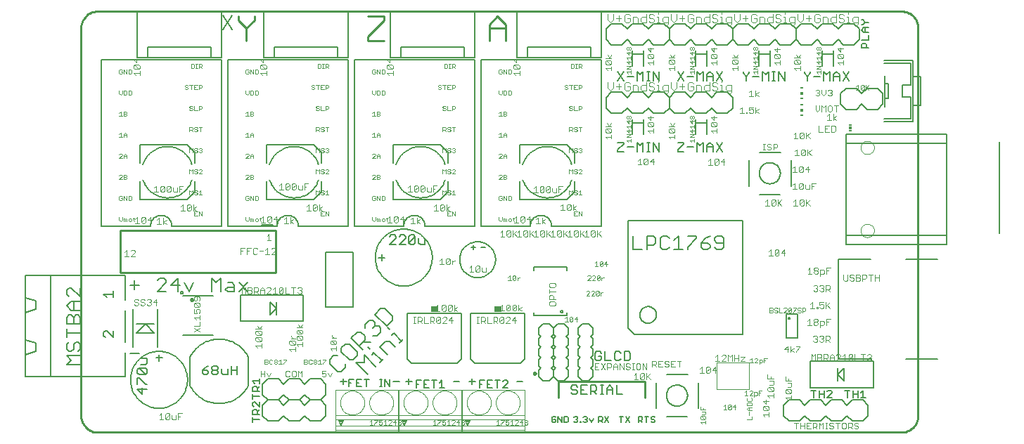
<source format=gto>
G75*
G70*
%OFA0B0*%
%FSLAX24Y24*%
%IPPOS*%
%LPD*%
%AMOC8*
5,1,8,0,0,1.08239X$1,22.5*
%
%ADD10C,0.0100*%
%ADD11C,0.0070*%
%ADD12C,0.0050*%
%ADD13C,0.0040*%
%ADD14C,0.0060*%
%ADD15C,0.0030*%
%ADD16C,0.0020*%
%ADD17C,0.0080*%
%ADD18R,0.0118X0.0059*%
%ADD19R,0.0118X0.0118*%
%ADD20C,0.0000*%
%ADD21R,0.0340X0.0300*%
D10*
X002785Y001429D02*
X002785Y019835D01*
X002787Y019889D01*
X002792Y019942D01*
X002801Y019995D01*
X002814Y020047D01*
X002830Y020099D01*
X002850Y020149D01*
X002873Y020197D01*
X002900Y020244D01*
X002929Y020289D01*
X002962Y020332D01*
X002997Y020372D01*
X003035Y020410D01*
X003075Y020445D01*
X003118Y020478D01*
X003163Y020507D01*
X003210Y020534D01*
X003258Y020557D01*
X003308Y020577D01*
X003360Y020593D01*
X003412Y020606D01*
X003465Y020615D01*
X003518Y020620D01*
X003572Y020622D01*
X041663Y020622D01*
X041717Y020620D01*
X041770Y020615D01*
X041823Y020606D01*
X041875Y020593D01*
X041927Y020577D01*
X041977Y020557D01*
X042025Y020534D01*
X042072Y020507D01*
X042117Y020478D01*
X042160Y020445D01*
X042200Y020410D01*
X042238Y020372D01*
X042273Y020332D01*
X042306Y020289D01*
X042335Y020244D01*
X042362Y020197D01*
X042385Y020149D01*
X042405Y020099D01*
X042421Y020047D01*
X042434Y019995D01*
X042443Y019942D01*
X042448Y019889D01*
X042450Y019835D01*
X042450Y001429D01*
X042448Y001375D01*
X042443Y001322D01*
X042434Y001269D01*
X042421Y001217D01*
X042405Y001165D01*
X042385Y001115D01*
X042362Y001067D01*
X042335Y001020D01*
X042306Y000975D01*
X042273Y000932D01*
X042238Y000892D01*
X042200Y000854D01*
X042160Y000819D01*
X042117Y000786D01*
X042072Y000757D01*
X042025Y000730D01*
X041977Y000707D01*
X041927Y000687D01*
X041875Y000671D01*
X041823Y000658D01*
X041770Y000649D01*
X041717Y000644D01*
X041663Y000642D01*
X003572Y000642D01*
X003518Y000644D01*
X003465Y000649D01*
X003412Y000658D01*
X003360Y000671D01*
X003308Y000687D01*
X003258Y000707D01*
X003210Y000730D01*
X003163Y000757D01*
X003118Y000786D01*
X003075Y000819D01*
X003035Y000854D01*
X002997Y000892D01*
X002962Y000932D01*
X002929Y000975D01*
X002900Y001020D01*
X002873Y001067D01*
X002850Y001115D01*
X002830Y001165D01*
X002814Y001217D01*
X002801Y001269D01*
X002792Y001322D01*
X002787Y001375D01*
X002785Y001429D01*
X007980Y006937D02*
X007982Y006950D01*
X007987Y006963D01*
X007996Y006974D01*
X008007Y006981D01*
X008020Y006986D01*
X008033Y006987D01*
X008047Y006984D01*
X008059Y006978D01*
X008069Y006969D01*
X008076Y006957D01*
X008080Y006944D01*
X008080Y006930D01*
X008076Y006917D01*
X008069Y006905D01*
X008059Y006896D01*
X008047Y006890D01*
X008033Y006887D01*
X008020Y006888D01*
X008007Y006893D01*
X007996Y006900D01*
X007987Y006911D01*
X007982Y006924D01*
X007980Y006937D01*
X004655Y008237D02*
X012005Y008237D01*
X012005Y010237D01*
X004655Y010237D01*
X004655Y008237D01*
X011330Y010487D02*
X011830Y010487D01*
X024230Y003437D02*
X024232Y003450D01*
X024237Y003463D01*
X024246Y003474D01*
X024257Y003481D01*
X024270Y003486D01*
X024283Y003487D01*
X024297Y003484D01*
X024309Y003478D01*
X024319Y003469D01*
X024326Y003457D01*
X024330Y003444D01*
X024330Y003430D01*
X024326Y003417D01*
X024319Y003405D01*
X024309Y003396D01*
X024297Y003390D01*
X024283Y003387D01*
X024270Y003388D01*
X024257Y003393D01*
X024246Y003400D01*
X024237Y003411D01*
X024232Y003424D01*
X024230Y003437D01*
X025403Y003069D02*
X029497Y003069D01*
X029497Y002282D01*
X025403Y002282D02*
X025403Y003069D01*
X022897Y019237D02*
X022897Y020005D01*
X022514Y020388D01*
X022130Y020005D01*
X022130Y019237D01*
X022130Y019813D02*
X022897Y019813D01*
X017147Y020196D02*
X016380Y019429D01*
X016380Y019237D01*
X017147Y019237D01*
X017147Y020196D02*
X017147Y020388D01*
X016380Y020388D01*
X010997Y020388D02*
X010997Y020196D01*
X010614Y019813D01*
X010614Y019237D01*
X010614Y019813D02*
X010230Y020196D01*
X010230Y020388D01*
D11*
X028216Y017753D02*
X028503Y017322D01*
X028677Y017537D02*
X028964Y017537D01*
X029137Y017322D02*
X029137Y017753D01*
X029281Y017609D01*
X029424Y017753D01*
X029424Y017322D01*
X029598Y017322D02*
X029741Y017322D01*
X029669Y017322D02*
X029669Y017753D01*
X029598Y017753D02*
X029741Y017753D01*
X029905Y017753D02*
X030192Y017322D01*
X030192Y017753D01*
X029905Y017753D02*
X029905Y017322D01*
X031063Y017322D02*
X031350Y017753D01*
X031523Y017537D02*
X031810Y017537D01*
X031984Y017322D02*
X031984Y017753D01*
X032127Y017609D01*
X032271Y017753D01*
X032271Y017322D01*
X032444Y017322D02*
X032444Y017609D01*
X032588Y017753D01*
X032731Y017609D01*
X032731Y017322D01*
X032905Y017322D02*
X033192Y017753D01*
X032905Y017753D02*
X033192Y017322D01*
X032731Y017537D02*
X032444Y017537D01*
X031350Y017322D02*
X031063Y017753D01*
X028503Y017753D02*
X028216Y017322D01*
X034166Y017681D02*
X034310Y017537D01*
X034310Y017322D01*
X034310Y017537D02*
X034453Y017681D01*
X034453Y017753D01*
X034627Y017537D02*
X034914Y017537D01*
X035087Y017322D02*
X035087Y017753D01*
X035231Y017609D01*
X035374Y017753D01*
X035374Y017322D01*
X035548Y017322D02*
X035691Y017322D01*
X035619Y017322D02*
X035619Y017753D01*
X035548Y017753D02*
X035691Y017753D01*
X035855Y017753D02*
X036142Y017322D01*
X036142Y017753D01*
X035855Y017753D02*
X035855Y017322D01*
X037063Y017681D02*
X037206Y017537D01*
X037206Y017322D01*
X037206Y017537D02*
X037350Y017681D01*
X037350Y017753D01*
X037523Y017537D02*
X037810Y017537D01*
X037984Y017322D02*
X037984Y017753D01*
X038127Y017609D01*
X038271Y017753D01*
X038271Y017322D01*
X038444Y017322D02*
X038444Y017609D01*
X038588Y017753D01*
X038731Y017609D01*
X038731Y017322D01*
X038905Y017322D02*
X039192Y017753D01*
X038905Y017753D02*
X039192Y017322D01*
X038731Y017537D02*
X038444Y017537D01*
X037063Y017681D02*
X037063Y017753D01*
X034166Y017753D02*
X034166Y017681D01*
X039783Y018886D02*
X039783Y019051D01*
X039838Y019106D01*
X039948Y019106D01*
X040003Y019051D01*
X040003Y018886D01*
X040113Y018886D02*
X039783Y018886D01*
X039783Y019254D02*
X040113Y019254D01*
X040113Y019474D01*
X040113Y019622D02*
X039893Y019622D01*
X039783Y019733D01*
X039893Y019843D01*
X040113Y019843D01*
X039948Y019843D02*
X039948Y019622D01*
X039838Y019991D02*
X039948Y020101D01*
X040113Y020101D01*
X039948Y020101D02*
X039838Y020211D01*
X039783Y020211D01*
X039783Y019991D02*
X039838Y019991D01*
X033192Y014403D02*
X032905Y013972D01*
X032731Y013972D02*
X032731Y014259D01*
X032588Y014403D01*
X032444Y014259D01*
X032444Y013972D01*
X032271Y013972D02*
X032271Y014403D01*
X032127Y014259D01*
X031984Y014403D01*
X031984Y013972D01*
X031810Y014187D02*
X031523Y014187D01*
X031350Y014331D02*
X031063Y014044D01*
X031063Y013972D01*
X031350Y013972D01*
X031350Y014331D02*
X031350Y014403D01*
X031063Y014403D01*
X030192Y014403D02*
X030192Y013972D01*
X029905Y014403D01*
X029905Y013972D01*
X029741Y013972D02*
X029598Y013972D01*
X029669Y013972D02*
X029669Y014403D01*
X029598Y014403D02*
X029741Y014403D01*
X029424Y014403D02*
X029281Y014259D01*
X029137Y014403D01*
X029137Y013972D01*
X028964Y014187D02*
X028677Y014187D01*
X028503Y014331D02*
X028216Y014044D01*
X028216Y013972D01*
X028503Y013972D01*
X028503Y014331D02*
X028503Y014403D01*
X028216Y014403D01*
X029424Y014403D02*
X029424Y013972D01*
X032444Y014187D02*
X032731Y014187D01*
X032905Y014403D02*
X033192Y013972D01*
X033136Y009953D02*
X032926Y009953D01*
X032820Y009848D01*
X032820Y009743D01*
X032926Y009638D01*
X033241Y009638D01*
X033241Y009848D02*
X033241Y009427D01*
X033136Y009322D01*
X032926Y009322D01*
X032820Y009427D01*
X032596Y009427D02*
X032596Y009532D01*
X032491Y009638D01*
X032176Y009638D01*
X032176Y009427D01*
X032281Y009322D01*
X032491Y009322D01*
X032596Y009427D01*
X032386Y009848D02*
X032176Y009638D01*
X032386Y009848D02*
X032596Y009953D01*
X033136Y009953D02*
X033241Y009848D01*
X031952Y009848D02*
X031531Y009427D01*
X031531Y009322D01*
X031307Y009322D02*
X030887Y009322D01*
X031097Y009322D02*
X031097Y009953D01*
X030887Y009743D01*
X030663Y009848D02*
X030558Y009953D01*
X030347Y009953D01*
X030242Y009848D01*
X030242Y009427D01*
X030347Y009322D01*
X030558Y009322D01*
X030663Y009427D01*
X030018Y009638D02*
X030018Y009848D01*
X029913Y009953D01*
X029598Y009953D01*
X029598Y009322D01*
X029598Y009532D02*
X029913Y009532D01*
X030018Y009638D01*
X029374Y009322D02*
X028953Y009322D01*
X028953Y009953D01*
X031531Y009953D02*
X031952Y009953D01*
X031952Y009848D01*
X028750Y004478D02*
X028534Y004478D01*
X028534Y004048D01*
X028750Y004048D01*
X028821Y004119D01*
X028821Y004406D01*
X028750Y004478D01*
X028361Y004406D02*
X028289Y004478D01*
X028146Y004478D01*
X028074Y004406D01*
X028074Y004119D01*
X028146Y004048D01*
X028289Y004048D01*
X028361Y004119D01*
X027900Y004048D02*
X027614Y004048D01*
X027614Y004478D01*
X027440Y004406D02*
X027368Y004478D01*
X027225Y004478D01*
X027153Y004406D01*
X027153Y004119D01*
X027225Y004048D01*
X027368Y004048D01*
X027440Y004119D01*
X027440Y004263D01*
X027297Y004263D01*
X027399Y002877D02*
X027543Y002877D01*
X027471Y002877D02*
X027471Y002447D01*
X027399Y002447D02*
X027543Y002447D01*
X027706Y002447D02*
X027706Y002734D01*
X027849Y002877D01*
X027993Y002734D01*
X027993Y002447D01*
X028166Y002447D02*
X028453Y002447D01*
X028166Y002447D02*
X028166Y002877D01*
X027993Y002662D02*
X027706Y002662D01*
X027226Y002662D02*
X027226Y002806D01*
X027154Y002877D01*
X026939Y002877D01*
X026939Y002447D01*
X026939Y002590D02*
X027154Y002590D01*
X027226Y002662D01*
X027082Y002590D02*
X027226Y002447D01*
X026765Y002447D02*
X026478Y002447D01*
X026478Y002877D01*
X026765Y002877D01*
X026622Y002662D02*
X026478Y002662D01*
X026305Y002590D02*
X026305Y002519D01*
X026233Y002447D01*
X026090Y002447D01*
X026018Y002519D01*
X026090Y002662D02*
X026233Y002662D01*
X026305Y002590D01*
X026305Y002806D02*
X026233Y002877D01*
X026090Y002877D01*
X026018Y002806D01*
X026018Y002734D01*
X026090Y002662D01*
X023714Y003062D02*
X023428Y003062D01*
X021464Y003062D02*
X021178Y003062D01*
X021321Y003206D02*
X021321Y002919D01*
X020714Y003062D02*
X020428Y003062D01*
X018464Y003062D02*
X018178Y003062D01*
X018321Y003206D02*
X018321Y002919D01*
X017864Y003062D02*
X017578Y003062D01*
X016380Y003387D02*
X015821Y003946D01*
X016194Y003946D01*
X016194Y004319D01*
X016753Y003760D01*
X016940Y003947D02*
X017126Y004133D01*
X017033Y004040D02*
X016660Y004413D01*
X016567Y004319D01*
X016474Y004599D02*
X016381Y004692D01*
X016150Y004557D02*
X015591Y005116D01*
X015870Y005395D01*
X016057Y005395D01*
X016243Y005209D01*
X016243Y005023D01*
X015964Y004743D01*
X016150Y004929D02*
X016523Y004929D01*
X016617Y005210D02*
X016803Y005210D01*
X016989Y005396D01*
X016989Y005583D01*
X016896Y005676D01*
X016710Y005676D01*
X016617Y005583D01*
X016710Y005676D02*
X016710Y005862D01*
X016617Y005955D01*
X016430Y005955D01*
X016244Y005769D01*
X016244Y005583D01*
X016711Y006236D02*
X016990Y006515D01*
X017177Y006515D01*
X017549Y006142D01*
X017549Y005956D01*
X017270Y005677D01*
X016711Y006236D01*
X017314Y005625D02*
X017407Y005532D01*
X017594Y005346D02*
X017966Y004973D01*
X017873Y004880D02*
X018060Y005066D01*
X017686Y004693D02*
X017406Y004972D01*
X017220Y004972D01*
X016941Y004693D01*
X017313Y004320D01*
X015869Y004276D02*
X015869Y004463D01*
X015497Y004835D01*
X015310Y004835D01*
X015124Y004649D01*
X015124Y004463D01*
X015497Y004090D01*
X015683Y004090D01*
X015869Y004276D01*
X015310Y003903D02*
X015310Y003716D01*
X015123Y003530D01*
X014937Y003530D01*
X014564Y003903D01*
X014564Y004089D01*
X014750Y004275D01*
X014937Y004275D01*
X015221Y003206D02*
X015221Y002919D01*
X015078Y003062D02*
X015364Y003062D01*
X017500Y005253D02*
X017594Y005346D01*
X002745Y005354D02*
X002114Y005354D01*
X002114Y005144D02*
X002114Y005564D01*
X002114Y005789D02*
X002114Y006104D01*
X002220Y006209D01*
X002325Y006209D01*
X002430Y006104D01*
X002430Y005789D01*
X002745Y005789D02*
X002745Y006104D01*
X002640Y006209D01*
X002535Y006209D01*
X002430Y006104D01*
X002430Y006433D02*
X002430Y006854D01*
X002325Y006854D02*
X002745Y006854D01*
X002745Y007078D02*
X002325Y007498D01*
X002220Y007498D01*
X002114Y007393D01*
X002114Y007183D01*
X002220Y007078D01*
X002325Y006854D02*
X002114Y006643D01*
X002325Y006433D01*
X002745Y006433D01*
X002745Y005789D02*
X002114Y005789D01*
X002220Y004920D02*
X002114Y004815D01*
X002114Y004605D01*
X002220Y004500D01*
X002325Y004500D01*
X002430Y004605D01*
X002430Y004815D01*
X002535Y004920D01*
X002640Y004920D01*
X002745Y004815D01*
X002745Y004605D01*
X002640Y004500D01*
X002745Y004275D02*
X002114Y004275D01*
X002325Y004065D01*
X002114Y003855D01*
X002745Y003855D01*
X002745Y007078D02*
X002745Y007498D01*
D12*
X003855Y007202D02*
X004005Y007052D01*
X003855Y007202D02*
X004305Y007202D01*
X004305Y007052D02*
X004305Y007352D01*
X004305Y005452D02*
X004305Y005152D01*
X004005Y005452D01*
X003930Y005452D01*
X003855Y005377D01*
X003855Y005227D01*
X003930Y005152D01*
X005605Y004144D02*
X005905Y004144D01*
X005905Y003919D01*
X005830Y003843D01*
X005605Y003843D01*
X005530Y003683D02*
X005830Y003383D01*
X005905Y003458D01*
X005905Y003608D01*
X005830Y003683D01*
X005530Y003683D01*
X005455Y003608D01*
X005455Y003458D01*
X005530Y003383D01*
X005830Y003383D01*
X005530Y003223D02*
X005830Y002923D01*
X005905Y002923D01*
X005905Y002687D02*
X005455Y002687D01*
X005680Y002462D01*
X005680Y002763D01*
X005455Y002923D02*
X005455Y003223D01*
X005530Y003223D01*
X007952Y002868D02*
X007952Y004207D01*
X007952Y002868D02*
X007989Y002799D01*
X008028Y002732D01*
X008071Y002667D01*
X008117Y002605D01*
X008166Y002544D01*
X008218Y002487D01*
X008273Y002432D01*
X008331Y002380D01*
X008391Y002331D01*
X008454Y002285D01*
X008519Y002242D01*
X008586Y002203D01*
X008654Y002167D01*
X008725Y002134D01*
X008797Y002105D01*
X008871Y002080D01*
X008946Y002059D01*
X009021Y002041D01*
X009098Y002028D01*
X009175Y002018D01*
X009252Y002012D01*
X009330Y002010D01*
X009408Y002012D01*
X009485Y002018D01*
X009562Y002028D01*
X009639Y002041D01*
X009714Y002059D01*
X009789Y002080D01*
X009863Y002105D01*
X009935Y002134D01*
X010006Y002167D01*
X010074Y002203D01*
X010141Y002242D01*
X010206Y002285D01*
X010269Y002331D01*
X010329Y002380D01*
X010387Y002432D01*
X010442Y002487D01*
X010494Y002544D01*
X010543Y002605D01*
X010589Y002667D01*
X010632Y002732D01*
X010671Y002799D01*
X010708Y002868D01*
X010708Y004207D01*
X010708Y004206D02*
X010671Y004275D01*
X010632Y004342D01*
X010589Y004407D01*
X010543Y004469D01*
X010494Y004530D01*
X010442Y004587D01*
X010387Y004642D01*
X010329Y004694D01*
X010269Y004743D01*
X010206Y004789D01*
X010141Y004832D01*
X010074Y004871D01*
X010006Y004907D01*
X009935Y004940D01*
X009863Y004969D01*
X009789Y004994D01*
X009714Y005015D01*
X009639Y005033D01*
X009562Y005046D01*
X009485Y005056D01*
X009408Y005062D01*
X009330Y005064D01*
X009252Y005062D01*
X009175Y005056D01*
X009098Y005046D01*
X009021Y005033D01*
X008946Y005015D01*
X008871Y004994D01*
X008797Y004969D01*
X008725Y004940D01*
X008654Y004907D01*
X008586Y004871D01*
X008519Y004832D01*
X008454Y004789D01*
X008391Y004743D01*
X008331Y004694D01*
X008273Y004642D01*
X008218Y004587D01*
X008166Y004530D01*
X008117Y004469D01*
X008071Y004407D01*
X008028Y004342D01*
X007989Y004275D01*
X007952Y004206D01*
X010905Y003078D02*
X011255Y003078D01*
X011255Y002961D02*
X011255Y003195D01*
X011021Y002961D02*
X010905Y003078D01*
X010963Y002827D02*
X011080Y002827D01*
X011138Y002768D01*
X011138Y002593D01*
X011138Y002710D02*
X011255Y002827D01*
X011255Y002593D02*
X010905Y002593D01*
X010905Y002768D01*
X010963Y002827D01*
X010905Y002458D02*
X010905Y002225D01*
X010905Y002342D02*
X011255Y002342D01*
X011255Y002095D02*
X011255Y001861D01*
X011021Y002095D01*
X010963Y002095D01*
X010905Y002037D01*
X010905Y001920D01*
X010963Y001861D01*
X010963Y001727D02*
X011080Y001727D01*
X011138Y001668D01*
X011138Y001493D01*
X011138Y001610D02*
X011255Y001727D01*
X011255Y001493D02*
X010905Y001493D01*
X010905Y001668D01*
X010963Y001727D01*
X010905Y001358D02*
X010905Y001125D01*
X010905Y001242D02*
X011255Y001242D01*
X015468Y002812D02*
X015468Y003163D01*
X015701Y003163D01*
X015836Y003163D02*
X015836Y002812D01*
X016069Y002812D01*
X015953Y002987D02*
X015836Y002987D01*
X015836Y003163D02*
X016069Y003163D01*
X016204Y003163D02*
X016438Y003163D01*
X016321Y003163D02*
X016321Y002812D01*
X016941Y002812D02*
X017058Y002812D01*
X016999Y002812D02*
X016999Y003163D01*
X016941Y003163D02*
X017058Y003163D01*
X017186Y003163D02*
X017420Y002812D01*
X017420Y003163D01*
X017186Y003163D02*
X017186Y002812D01*
X018668Y002762D02*
X018668Y003113D01*
X018901Y003113D01*
X019036Y003113D02*
X019036Y002762D01*
X019269Y002762D01*
X019153Y002937D02*
X019036Y002937D01*
X019036Y003113D02*
X019269Y003113D01*
X019404Y003113D02*
X019638Y003113D01*
X019521Y003113D02*
X019521Y002762D01*
X019772Y002762D02*
X020006Y002762D01*
X019889Y002762D02*
X019889Y003113D01*
X019772Y002996D01*
X018784Y002937D02*
X018668Y002937D01*
X021668Y002937D02*
X021784Y002937D01*
X021668Y002762D02*
X021668Y003113D01*
X021901Y003113D01*
X022036Y003113D02*
X022036Y002762D01*
X022269Y002762D01*
X022153Y002937D02*
X022036Y002937D01*
X022036Y003113D02*
X022269Y003113D01*
X022404Y003113D02*
X022638Y003113D01*
X022521Y003113D02*
X022521Y002762D01*
X022772Y002762D02*
X023006Y002996D01*
X023006Y003054D01*
X022948Y003113D01*
X022831Y003113D01*
X022772Y003054D01*
X022772Y002762D02*
X023006Y002762D01*
X024480Y003287D02*
X024680Y003087D01*
X024980Y003087D01*
X025180Y003287D01*
X025180Y003587D01*
X025080Y003687D01*
X025180Y003787D01*
X025180Y004087D01*
X025080Y004187D01*
X025180Y004287D01*
X025180Y004587D01*
X025080Y004687D01*
X025180Y004787D01*
X025180Y005087D01*
X025080Y005187D01*
X025180Y005287D01*
X025180Y005587D01*
X024980Y005787D01*
X024680Y005787D01*
X024480Y005587D01*
X024480Y005287D01*
X024580Y005187D01*
X024480Y005087D01*
X024480Y004787D01*
X024580Y004687D01*
X024480Y004587D01*
X024480Y004287D01*
X024580Y004187D01*
X024480Y004087D01*
X024480Y003787D01*
X024580Y003687D01*
X024480Y003587D01*
X024480Y003287D01*
X025180Y003287D02*
X025180Y003587D01*
X025280Y003687D01*
X025180Y003787D01*
X025180Y004087D01*
X025280Y004187D01*
X025180Y004287D01*
X025180Y004587D01*
X025280Y004687D01*
X025180Y004787D01*
X025180Y005087D01*
X025280Y005187D01*
X025180Y005287D01*
X025180Y005587D01*
X025380Y005787D01*
X025680Y005787D01*
X025880Y005587D01*
X025880Y005287D01*
X025780Y005187D01*
X025880Y005087D01*
X025880Y004787D01*
X025780Y004687D01*
X025880Y004587D01*
X025880Y004287D01*
X025780Y004187D01*
X025880Y004087D01*
X025880Y003787D01*
X025780Y003687D01*
X025880Y003587D01*
X025880Y003287D01*
X025680Y003087D01*
X025380Y003087D01*
X025180Y003287D01*
X026330Y003287D02*
X026330Y003587D01*
X026430Y003687D01*
X026330Y003787D01*
X026330Y004087D01*
X026430Y004187D01*
X026330Y004287D01*
X026330Y004587D01*
X026430Y004687D01*
X026330Y004787D01*
X026330Y005087D01*
X026430Y005187D01*
X026330Y005287D01*
X026330Y005587D01*
X026530Y005787D01*
X026830Y005787D01*
X027030Y005587D01*
X027030Y005287D01*
X026930Y005187D01*
X027030Y005087D01*
X027030Y004787D01*
X026930Y004687D01*
X027030Y004587D01*
X027030Y004287D01*
X026930Y004187D01*
X027030Y004087D01*
X027030Y003787D01*
X026930Y003687D01*
X027030Y003587D01*
X027030Y003287D01*
X026830Y003087D01*
X026530Y003087D01*
X026330Y003287D01*
X026279Y001386D02*
X026324Y001341D01*
X026324Y001296D01*
X026279Y001250D01*
X026324Y001205D01*
X026324Y001160D01*
X026279Y001115D01*
X026189Y001115D01*
X026144Y001160D01*
X026234Y001250D02*
X026279Y001250D01*
X026279Y001386D02*
X026189Y001386D01*
X026144Y001341D01*
X025863Y001341D02*
X025863Y001160D01*
X025818Y001115D01*
X025683Y001115D01*
X025683Y001386D01*
X025818Y001386D01*
X025863Y001341D01*
X025569Y001386D02*
X025569Y001115D01*
X025389Y001386D01*
X025389Y001115D01*
X025274Y001160D02*
X025274Y001250D01*
X025184Y001250D01*
X025094Y001160D02*
X025139Y001115D01*
X025229Y001115D01*
X025274Y001160D01*
X025094Y001160D02*
X025094Y001341D01*
X025139Y001386D01*
X025229Y001386D01*
X025274Y001341D01*
X026439Y001160D02*
X026484Y001160D01*
X026484Y001115D01*
X026439Y001115D01*
X026439Y001160D01*
X026586Y001160D02*
X026631Y001115D01*
X026721Y001115D01*
X026766Y001160D01*
X026766Y001205D01*
X026721Y001250D01*
X026676Y001250D01*
X026721Y001250D02*
X026766Y001296D01*
X026766Y001341D01*
X026721Y001386D01*
X026631Y001386D01*
X026586Y001341D01*
X026881Y001296D02*
X026971Y001115D01*
X027061Y001296D01*
X027318Y001386D02*
X027453Y001386D01*
X027498Y001341D01*
X027498Y001250D01*
X027453Y001205D01*
X027318Y001205D01*
X027318Y001115D02*
X027318Y001386D01*
X027408Y001205D02*
X027498Y001115D01*
X027612Y001115D02*
X027792Y001386D01*
X027612Y001386D02*
X027792Y001115D01*
X028302Y001386D02*
X028482Y001386D01*
X028392Y001386D02*
X028392Y001115D01*
X028597Y001115D02*
X028777Y001386D01*
X028597Y001386D02*
X028777Y001115D01*
X029207Y001115D02*
X029207Y001386D01*
X029342Y001386D01*
X029388Y001341D01*
X029388Y001250D01*
X029342Y001205D01*
X029207Y001205D01*
X029297Y001205D02*
X029388Y001115D01*
X029592Y001115D02*
X029592Y001386D01*
X029502Y001386D02*
X029682Y001386D01*
X029797Y001341D02*
X029797Y001296D01*
X029842Y001250D01*
X029932Y001250D01*
X029977Y001205D01*
X029977Y001160D01*
X029932Y001115D01*
X029842Y001115D01*
X029797Y001160D01*
X029797Y001341D02*
X029842Y001386D01*
X029932Y001386D01*
X029977Y001341D01*
X037338Y002757D02*
X037338Y002936D01*
X037338Y004017D01*
X040332Y004017D01*
X040332Y003936D01*
X040332Y002757D01*
X037338Y002757D01*
X037338Y002838D02*
X037338Y002936D01*
X037393Y002638D02*
X037627Y002638D01*
X037510Y002638D02*
X037510Y002288D01*
X037762Y002288D02*
X037762Y002638D01*
X037762Y002463D02*
X037995Y002463D01*
X037995Y002638D02*
X037995Y002288D01*
X038130Y002288D02*
X038363Y002521D01*
X038363Y002580D01*
X038305Y002638D01*
X038188Y002638D01*
X038130Y002580D01*
X038993Y002638D02*
X039227Y002638D01*
X039110Y002638D02*
X039110Y002288D01*
X039362Y002288D02*
X039362Y002638D01*
X039362Y002463D02*
X039595Y002463D01*
X039730Y002521D02*
X039847Y002638D01*
X039847Y002288D01*
X039963Y002288D02*
X039730Y002288D01*
X039595Y002288D02*
X039595Y002638D01*
X038930Y003087D02*
X038630Y003387D01*
X038630Y003087D01*
X038930Y003087D02*
X038930Y003687D01*
X038630Y003387D01*
X038630Y003687D01*
X040332Y003913D02*
X040332Y003936D01*
X038363Y002288D02*
X038130Y002288D01*
X039030Y009569D02*
X043794Y009569D01*
X043794Y009589D01*
X043794Y009569D01*
X043794Y009589D02*
X043794Y014746D01*
X043794Y014786D01*
X043794Y014805D01*
X043794Y014786D01*
X043794Y014746D01*
X043794Y014805D02*
X039030Y014805D01*
X039030Y014786D02*
X039030Y014244D01*
X039030Y013811D01*
X039030Y013378D01*
X039030Y012945D01*
X039030Y012512D01*
X039030Y012079D01*
X039030Y011646D01*
X039030Y011213D01*
X039030Y010780D01*
X039030Y010317D01*
X039030Y009589D01*
X039030Y010002D02*
X043794Y010002D01*
X046313Y010101D02*
X046313Y014431D01*
X043794Y014372D02*
X039030Y014372D01*
X039030Y014244D01*
X039030Y014156D01*
X039030Y013811D01*
X039030Y013378D01*
X039030Y012945D01*
X039030Y012512D01*
X039030Y012079D01*
X039030Y011646D01*
X039030Y011213D01*
X039030Y010780D01*
X039030Y010317D01*
X039030Y010219D01*
X039030Y010002D01*
X027430Y018437D02*
X026930Y018437D01*
X026930Y018937D01*
X023930Y018937D01*
X023930Y018437D01*
X023430Y018437D01*
X023430Y020637D01*
X027430Y020637D01*
X027430Y018437D01*
X026930Y018437D02*
X023930Y018437D01*
X021430Y018437D02*
X020930Y018437D01*
X020930Y018937D01*
X017930Y018937D01*
X017930Y018437D01*
X017430Y018437D01*
X017430Y020637D01*
X021430Y020637D01*
X021430Y018437D01*
X020930Y018437D02*
X017930Y018437D01*
X015430Y018437D02*
X014930Y018437D01*
X014930Y018937D01*
X011930Y018937D01*
X011930Y018437D01*
X011430Y018437D01*
X011430Y020637D01*
X015430Y020637D01*
X015430Y018437D01*
X014930Y018437D02*
X011930Y018437D01*
X009430Y018437D02*
X008930Y018437D01*
X008930Y018937D01*
X005930Y018937D01*
X005930Y018437D01*
X005430Y018437D01*
X005430Y020637D01*
X009430Y020637D01*
X009430Y018437D01*
X008930Y018437D02*
X005930Y018437D01*
X017405Y009938D02*
X017480Y010013D01*
X017630Y010013D01*
X017705Y009938D01*
X017705Y009863D01*
X017405Y009562D01*
X017705Y009562D01*
X017865Y009562D02*
X018166Y009863D01*
X018166Y009938D01*
X018091Y010013D01*
X017940Y010013D01*
X017865Y009938D01*
X018326Y009938D02*
X018401Y010013D01*
X018551Y010013D01*
X018626Y009938D01*
X018326Y009637D01*
X018401Y009562D01*
X018551Y009562D01*
X018626Y009637D01*
X018626Y009938D01*
X018786Y009863D02*
X018786Y009637D01*
X018861Y009562D01*
X019086Y009562D01*
X019086Y009863D01*
X018326Y009938D02*
X018326Y009637D01*
X018166Y009562D02*
X017865Y009562D01*
X013322Y007167D02*
X013322Y006988D01*
X013322Y005907D01*
X010328Y005907D01*
X010328Y005988D01*
X010328Y007167D01*
X013322Y007167D01*
X013322Y007086D02*
X013322Y006988D01*
X012030Y006837D02*
X012030Y006537D01*
X012030Y006237D01*
X012030Y006537D02*
X011730Y006237D01*
X011730Y006837D01*
X012030Y006537D01*
X010328Y006011D02*
X010328Y005988D01*
X015468Y002987D02*
X015584Y002987D01*
D13*
X014854Y002653D02*
X017806Y002653D01*
X017806Y001451D01*
X014854Y001451D01*
X014854Y001261D01*
X014854Y000941D01*
X014854Y000768D01*
X014854Y000650D01*
X017806Y000650D01*
X017806Y000768D01*
X017806Y000941D01*
X014854Y000941D01*
X014854Y000768D02*
X017806Y000768D01*
X017854Y000768D02*
X017854Y000941D01*
X020806Y000941D01*
X020806Y000768D01*
X017854Y000768D01*
X017854Y000650D01*
X020806Y000650D01*
X020806Y000768D01*
X020854Y000768D02*
X020854Y000941D01*
X023806Y000941D01*
X023806Y000768D01*
X020854Y000768D01*
X020854Y000650D01*
X023806Y000650D01*
X023806Y000768D01*
X023806Y000941D02*
X023806Y001261D01*
X023806Y001451D01*
X020854Y001451D01*
X020854Y001261D01*
X020854Y000941D01*
X020806Y000941D02*
X020806Y001261D01*
X020806Y001451D01*
X017854Y001451D01*
X017854Y001261D01*
X017854Y000941D01*
X017806Y000941D02*
X017806Y001261D01*
X017806Y001451D01*
X017854Y001451D02*
X017854Y002653D01*
X020806Y002653D01*
X020806Y001451D01*
X020854Y001451D02*
X020854Y002653D01*
X023806Y002653D01*
X023806Y001451D01*
X023806Y001261D02*
X020854Y001261D01*
X020806Y001261D02*
X017854Y001261D01*
X017806Y001261D02*
X014854Y001261D01*
X014964Y001212D02*
X015089Y000962D01*
X015214Y001212D01*
X014964Y001212D01*
X014979Y001181D02*
X015198Y001181D01*
X015179Y001143D02*
X014999Y001143D01*
X015018Y001104D02*
X015160Y001104D01*
X015140Y001066D02*
X015037Y001066D01*
X015056Y001027D02*
X015121Y001027D01*
X015102Y000989D02*
X015076Y000989D01*
X014854Y001451D02*
X014854Y002653D01*
X014585Y003281D02*
X014678Y003468D01*
X014491Y003468D02*
X014585Y003281D01*
X014383Y003328D02*
X014383Y003421D01*
X014337Y003468D01*
X014290Y003468D01*
X014197Y003421D01*
X014197Y003562D01*
X014383Y003562D01*
X014383Y003328D02*
X014337Y003281D01*
X014243Y003281D01*
X014197Y003328D01*
X013260Y003281D02*
X013260Y003562D01*
X013167Y003468D01*
X013073Y003562D01*
X013073Y003281D01*
X012966Y003328D02*
X012966Y003515D01*
X012919Y003562D01*
X012825Y003562D01*
X012779Y003515D01*
X012779Y003328D01*
X012825Y003281D01*
X012919Y003281D01*
X012966Y003328D01*
X012671Y003328D02*
X012624Y003281D01*
X012531Y003281D01*
X012484Y003328D01*
X012484Y003515D01*
X012531Y003562D01*
X012624Y003562D01*
X012671Y003515D01*
X011778Y003468D02*
X011685Y003281D01*
X011591Y003468D01*
X011483Y003421D02*
X011297Y003421D01*
X011297Y003281D02*
X011297Y003562D01*
X011483Y003562D02*
X011483Y003281D01*
X015070Y002048D02*
X015072Y002095D01*
X015078Y002142D01*
X015087Y002188D01*
X015101Y002233D01*
X015118Y002277D01*
X015139Y002320D01*
X015163Y002360D01*
X015190Y002399D01*
X015221Y002435D01*
X015254Y002468D01*
X015290Y002499D01*
X015329Y002526D01*
X015369Y002550D01*
X015412Y002571D01*
X015456Y002588D01*
X015501Y002602D01*
X015547Y002611D01*
X015594Y002617D01*
X015641Y002619D01*
X015688Y002617D01*
X015735Y002611D01*
X015781Y002602D01*
X015826Y002588D01*
X015870Y002571D01*
X015913Y002550D01*
X015953Y002526D01*
X015992Y002499D01*
X016028Y002468D01*
X016061Y002435D01*
X016092Y002399D01*
X016119Y002360D01*
X016143Y002320D01*
X016164Y002277D01*
X016181Y002233D01*
X016195Y002188D01*
X016204Y002142D01*
X016210Y002095D01*
X016212Y002048D01*
X016210Y002001D01*
X016204Y001954D01*
X016195Y001908D01*
X016181Y001863D01*
X016164Y001819D01*
X016143Y001776D01*
X016119Y001736D01*
X016092Y001697D01*
X016061Y001661D01*
X016028Y001628D01*
X015992Y001597D01*
X015953Y001570D01*
X015913Y001546D01*
X015870Y001525D01*
X015826Y001508D01*
X015781Y001494D01*
X015735Y001485D01*
X015688Y001479D01*
X015641Y001477D01*
X015594Y001479D01*
X015547Y001485D01*
X015501Y001494D01*
X015456Y001508D01*
X015412Y001525D01*
X015369Y001546D01*
X015329Y001570D01*
X015290Y001597D01*
X015254Y001628D01*
X015221Y001661D01*
X015190Y001697D01*
X015163Y001736D01*
X015139Y001776D01*
X015118Y001819D01*
X015101Y001863D01*
X015087Y001908D01*
X015078Y001954D01*
X015072Y002001D01*
X015070Y002048D01*
X016113Y002325D02*
X016116Y002328D01*
X016448Y002048D02*
X016450Y002095D01*
X016456Y002142D01*
X016465Y002188D01*
X016479Y002233D01*
X016496Y002277D01*
X016517Y002320D01*
X016541Y002360D01*
X016568Y002399D01*
X016599Y002435D01*
X016632Y002468D01*
X016668Y002499D01*
X016707Y002526D01*
X016747Y002550D01*
X016790Y002571D01*
X016834Y002588D01*
X016879Y002602D01*
X016925Y002611D01*
X016972Y002617D01*
X017019Y002619D01*
X017066Y002617D01*
X017113Y002611D01*
X017159Y002602D01*
X017204Y002588D01*
X017248Y002571D01*
X017291Y002550D01*
X017331Y002526D01*
X017370Y002499D01*
X017406Y002468D01*
X017439Y002435D01*
X017470Y002399D01*
X017497Y002360D01*
X017521Y002320D01*
X017542Y002277D01*
X017559Y002233D01*
X017573Y002188D01*
X017582Y002142D01*
X017588Y002095D01*
X017590Y002048D01*
X017588Y002001D01*
X017582Y001954D01*
X017573Y001908D01*
X017559Y001863D01*
X017542Y001819D01*
X017521Y001776D01*
X017497Y001736D01*
X017470Y001697D01*
X017439Y001661D01*
X017406Y001628D01*
X017370Y001597D01*
X017331Y001570D01*
X017291Y001546D01*
X017248Y001525D01*
X017204Y001508D01*
X017159Y001494D01*
X017113Y001485D01*
X017066Y001479D01*
X017019Y001477D01*
X016972Y001479D01*
X016925Y001485D01*
X016879Y001494D01*
X016834Y001508D01*
X016790Y001525D01*
X016747Y001546D01*
X016707Y001570D01*
X016668Y001597D01*
X016632Y001628D01*
X016599Y001661D01*
X016568Y001697D01*
X016541Y001736D01*
X016517Y001776D01*
X016496Y001819D01*
X016479Y001863D01*
X016465Y001908D01*
X016456Y001954D01*
X016450Y002001D01*
X016448Y002048D01*
X017491Y002325D02*
X017494Y002328D01*
X018070Y002048D02*
X018072Y002095D01*
X018078Y002142D01*
X018087Y002188D01*
X018101Y002233D01*
X018118Y002277D01*
X018139Y002320D01*
X018163Y002360D01*
X018190Y002399D01*
X018221Y002435D01*
X018254Y002468D01*
X018290Y002499D01*
X018329Y002526D01*
X018369Y002550D01*
X018412Y002571D01*
X018456Y002588D01*
X018501Y002602D01*
X018547Y002611D01*
X018594Y002617D01*
X018641Y002619D01*
X018688Y002617D01*
X018735Y002611D01*
X018781Y002602D01*
X018826Y002588D01*
X018870Y002571D01*
X018913Y002550D01*
X018953Y002526D01*
X018992Y002499D01*
X019028Y002468D01*
X019061Y002435D01*
X019092Y002399D01*
X019119Y002360D01*
X019143Y002320D01*
X019164Y002277D01*
X019181Y002233D01*
X019195Y002188D01*
X019204Y002142D01*
X019210Y002095D01*
X019212Y002048D01*
X019210Y002001D01*
X019204Y001954D01*
X019195Y001908D01*
X019181Y001863D01*
X019164Y001819D01*
X019143Y001776D01*
X019119Y001736D01*
X019092Y001697D01*
X019061Y001661D01*
X019028Y001628D01*
X018992Y001597D01*
X018953Y001570D01*
X018913Y001546D01*
X018870Y001525D01*
X018826Y001508D01*
X018781Y001494D01*
X018735Y001485D01*
X018688Y001479D01*
X018641Y001477D01*
X018594Y001479D01*
X018547Y001485D01*
X018501Y001494D01*
X018456Y001508D01*
X018412Y001525D01*
X018369Y001546D01*
X018329Y001570D01*
X018290Y001597D01*
X018254Y001628D01*
X018221Y001661D01*
X018190Y001697D01*
X018163Y001736D01*
X018139Y001776D01*
X018118Y001819D01*
X018101Y001863D01*
X018087Y001908D01*
X018078Y001954D01*
X018072Y002001D01*
X018070Y002048D01*
X019113Y002325D02*
X019116Y002328D01*
X019448Y002048D02*
X019450Y002095D01*
X019456Y002142D01*
X019465Y002188D01*
X019479Y002233D01*
X019496Y002277D01*
X019517Y002320D01*
X019541Y002360D01*
X019568Y002399D01*
X019599Y002435D01*
X019632Y002468D01*
X019668Y002499D01*
X019707Y002526D01*
X019747Y002550D01*
X019790Y002571D01*
X019834Y002588D01*
X019879Y002602D01*
X019925Y002611D01*
X019972Y002617D01*
X020019Y002619D01*
X020066Y002617D01*
X020113Y002611D01*
X020159Y002602D01*
X020204Y002588D01*
X020248Y002571D01*
X020291Y002550D01*
X020331Y002526D01*
X020370Y002499D01*
X020406Y002468D01*
X020439Y002435D01*
X020470Y002399D01*
X020497Y002360D01*
X020521Y002320D01*
X020542Y002277D01*
X020559Y002233D01*
X020573Y002188D01*
X020582Y002142D01*
X020588Y002095D01*
X020590Y002048D01*
X020588Y002001D01*
X020582Y001954D01*
X020573Y001908D01*
X020559Y001863D01*
X020542Y001819D01*
X020521Y001776D01*
X020497Y001736D01*
X020470Y001697D01*
X020439Y001661D01*
X020406Y001628D01*
X020370Y001597D01*
X020331Y001570D01*
X020291Y001546D01*
X020248Y001525D01*
X020204Y001508D01*
X020159Y001494D01*
X020113Y001485D01*
X020066Y001479D01*
X020019Y001477D01*
X019972Y001479D01*
X019925Y001485D01*
X019879Y001494D01*
X019834Y001508D01*
X019790Y001525D01*
X019747Y001546D01*
X019707Y001570D01*
X019668Y001597D01*
X019632Y001628D01*
X019599Y001661D01*
X019568Y001697D01*
X019541Y001736D01*
X019517Y001776D01*
X019496Y001819D01*
X019479Y001863D01*
X019465Y001908D01*
X019456Y001954D01*
X019450Y002001D01*
X019448Y002048D01*
X020491Y002325D02*
X020494Y002328D01*
X021070Y002048D02*
X021072Y002095D01*
X021078Y002142D01*
X021087Y002188D01*
X021101Y002233D01*
X021118Y002277D01*
X021139Y002320D01*
X021163Y002360D01*
X021190Y002399D01*
X021221Y002435D01*
X021254Y002468D01*
X021290Y002499D01*
X021329Y002526D01*
X021369Y002550D01*
X021412Y002571D01*
X021456Y002588D01*
X021501Y002602D01*
X021547Y002611D01*
X021594Y002617D01*
X021641Y002619D01*
X021688Y002617D01*
X021735Y002611D01*
X021781Y002602D01*
X021826Y002588D01*
X021870Y002571D01*
X021913Y002550D01*
X021953Y002526D01*
X021992Y002499D01*
X022028Y002468D01*
X022061Y002435D01*
X022092Y002399D01*
X022119Y002360D01*
X022143Y002320D01*
X022164Y002277D01*
X022181Y002233D01*
X022195Y002188D01*
X022204Y002142D01*
X022210Y002095D01*
X022212Y002048D01*
X022210Y002001D01*
X022204Y001954D01*
X022195Y001908D01*
X022181Y001863D01*
X022164Y001819D01*
X022143Y001776D01*
X022119Y001736D01*
X022092Y001697D01*
X022061Y001661D01*
X022028Y001628D01*
X021992Y001597D01*
X021953Y001570D01*
X021913Y001546D01*
X021870Y001525D01*
X021826Y001508D01*
X021781Y001494D01*
X021735Y001485D01*
X021688Y001479D01*
X021641Y001477D01*
X021594Y001479D01*
X021547Y001485D01*
X021501Y001494D01*
X021456Y001508D01*
X021412Y001525D01*
X021369Y001546D01*
X021329Y001570D01*
X021290Y001597D01*
X021254Y001628D01*
X021221Y001661D01*
X021190Y001697D01*
X021163Y001736D01*
X021139Y001776D01*
X021118Y001819D01*
X021101Y001863D01*
X021087Y001908D01*
X021078Y001954D01*
X021072Y002001D01*
X021070Y002048D01*
X022113Y002325D02*
X022116Y002328D01*
X022448Y002048D02*
X022450Y002095D01*
X022456Y002142D01*
X022465Y002188D01*
X022479Y002233D01*
X022496Y002277D01*
X022517Y002320D01*
X022541Y002360D01*
X022568Y002399D01*
X022599Y002435D01*
X022632Y002468D01*
X022668Y002499D01*
X022707Y002526D01*
X022747Y002550D01*
X022790Y002571D01*
X022834Y002588D01*
X022879Y002602D01*
X022925Y002611D01*
X022972Y002617D01*
X023019Y002619D01*
X023066Y002617D01*
X023113Y002611D01*
X023159Y002602D01*
X023204Y002588D01*
X023248Y002571D01*
X023291Y002550D01*
X023331Y002526D01*
X023370Y002499D01*
X023406Y002468D01*
X023439Y002435D01*
X023470Y002399D01*
X023497Y002360D01*
X023521Y002320D01*
X023542Y002277D01*
X023559Y002233D01*
X023573Y002188D01*
X023582Y002142D01*
X023588Y002095D01*
X023590Y002048D01*
X023588Y002001D01*
X023582Y001954D01*
X023573Y001908D01*
X023559Y001863D01*
X023542Y001819D01*
X023521Y001776D01*
X023497Y001736D01*
X023470Y001697D01*
X023439Y001661D01*
X023406Y001628D01*
X023370Y001597D01*
X023331Y001570D01*
X023291Y001546D01*
X023248Y001525D01*
X023204Y001508D01*
X023159Y001494D01*
X023113Y001485D01*
X023066Y001479D01*
X023019Y001477D01*
X022972Y001479D01*
X022925Y001485D01*
X022879Y001494D01*
X022834Y001508D01*
X022790Y001525D01*
X022747Y001546D01*
X022707Y001570D01*
X022668Y001597D01*
X022632Y001628D01*
X022599Y001661D01*
X022568Y001697D01*
X022541Y001736D01*
X022517Y001776D01*
X022496Y001819D01*
X022479Y001863D01*
X022465Y001908D01*
X022456Y001954D01*
X022450Y002001D01*
X022448Y002048D01*
X023491Y002325D02*
X023494Y002328D01*
X021214Y001212D02*
X021089Y000962D01*
X020964Y001212D01*
X021214Y001212D01*
X021198Y001181D02*
X020979Y001181D01*
X020999Y001143D02*
X021179Y001143D01*
X021160Y001104D02*
X021018Y001104D01*
X021037Y001066D02*
X021140Y001066D01*
X021121Y001027D02*
X021056Y001027D01*
X021076Y000989D02*
X021102Y000989D01*
X018214Y001212D02*
X018089Y000962D01*
X017964Y001212D01*
X018214Y001212D01*
X018198Y001181D02*
X017979Y001181D01*
X017999Y001143D02*
X018179Y001143D01*
X018160Y001104D02*
X018018Y001104D01*
X018037Y001066D02*
X018140Y001066D01*
X018121Y001027D02*
X018056Y001027D01*
X018076Y000989D02*
X018102Y000989D01*
X027138Y003633D02*
X027325Y003633D01*
X027433Y003633D02*
X027620Y003913D01*
X027727Y003913D02*
X027868Y003913D01*
X027914Y003866D01*
X027914Y003773D01*
X027868Y003726D01*
X027727Y003726D01*
X027727Y003633D02*
X027727Y003913D01*
X027433Y003913D02*
X027620Y003633D01*
X028022Y003633D02*
X028022Y003819D01*
X028116Y003913D01*
X028209Y003819D01*
X028209Y003633D01*
X028317Y003633D02*
X028317Y003913D01*
X028504Y003633D01*
X028504Y003913D01*
X028611Y003866D02*
X028611Y003819D01*
X028658Y003773D01*
X028752Y003773D01*
X028798Y003726D01*
X028798Y003679D01*
X028752Y003633D01*
X028658Y003633D01*
X028611Y003679D01*
X028611Y003866D02*
X028658Y003913D01*
X028752Y003913D01*
X028798Y003866D01*
X028906Y003913D02*
X029000Y003913D01*
X028953Y003913D02*
X028953Y003633D01*
X028906Y003633D02*
X029000Y003633D01*
X029103Y003679D02*
X029149Y003633D01*
X029243Y003633D01*
X029289Y003679D01*
X029289Y003866D01*
X029243Y003913D01*
X029149Y003913D01*
X029103Y003866D01*
X029103Y003679D01*
X029397Y003633D02*
X029397Y003913D01*
X029584Y003633D01*
X029584Y003913D01*
X029860Y003844D02*
X030000Y003844D01*
X030047Y003890D01*
X030047Y003984D01*
X030000Y004030D01*
X029860Y004030D01*
X029860Y003750D01*
X029953Y003844D02*
X030047Y003750D01*
X030154Y003750D02*
X030341Y003750D01*
X030449Y003797D02*
X030496Y003750D01*
X030589Y003750D01*
X030636Y003797D01*
X030636Y003844D01*
X030589Y003890D01*
X030496Y003890D01*
X030449Y003937D01*
X030449Y003984D01*
X030496Y004030D01*
X030589Y004030D01*
X030636Y003984D01*
X030744Y004030D02*
X030744Y003750D01*
X030931Y003750D01*
X030837Y003890D02*
X030744Y003890D01*
X030744Y004030D02*
X030931Y004030D01*
X031038Y004030D02*
X031225Y004030D01*
X031132Y004030D02*
X031132Y003750D01*
X030341Y004030D02*
X030154Y004030D01*
X030154Y003750D01*
X030154Y003890D02*
X030248Y003890D01*
X028209Y003773D02*
X028022Y003773D01*
X027325Y003913D02*
X027138Y003913D01*
X027138Y003633D01*
X027138Y003773D02*
X027232Y003773D01*
X032905Y003962D02*
X032905Y002712D01*
X032907Y002706D02*
X034453Y002706D01*
X034455Y002712D02*
X034455Y003962D01*
X034453Y003969D02*
X032907Y003969D01*
X036588Y001093D02*
X036775Y001093D01*
X036682Y001093D02*
X036682Y000813D01*
X036883Y000813D02*
X036883Y001093D01*
X036883Y000953D02*
X037070Y000953D01*
X037177Y000953D02*
X037271Y000953D01*
X037364Y001093D02*
X037177Y001093D01*
X037177Y000813D01*
X037364Y000813D01*
X037472Y000813D02*
X037472Y001093D01*
X037612Y001093D01*
X037659Y001046D01*
X037659Y000953D01*
X037612Y000906D01*
X037472Y000906D01*
X037566Y000906D02*
X037659Y000813D01*
X037767Y000813D02*
X037767Y001093D01*
X037860Y000999D01*
X037954Y001093D01*
X037954Y000813D01*
X038061Y000813D02*
X038155Y000813D01*
X038108Y000813D02*
X038108Y001093D01*
X038061Y001093D02*
X038155Y001093D01*
X038258Y001046D02*
X038305Y001093D01*
X038398Y001093D01*
X038445Y001046D01*
X038398Y000953D02*
X038445Y000906D01*
X038445Y000859D01*
X038398Y000813D01*
X038305Y000813D01*
X038258Y000859D01*
X038305Y000953D02*
X038398Y000953D01*
X038305Y000953D02*
X038258Y000999D01*
X038258Y001046D01*
X038553Y001093D02*
X038739Y001093D01*
X038646Y001093D02*
X038646Y000813D01*
X038847Y000859D02*
X038894Y000813D01*
X038987Y000813D01*
X039034Y000859D01*
X039034Y001046D01*
X038987Y001093D01*
X038894Y001093D01*
X038847Y001046D01*
X038847Y000859D01*
X039142Y000813D02*
X039142Y001093D01*
X039282Y001093D01*
X039329Y001046D01*
X039329Y000953D01*
X039282Y000906D01*
X039142Y000906D01*
X039235Y000906D02*
X039329Y000813D01*
X039436Y000859D02*
X039483Y000813D01*
X039577Y000813D01*
X039623Y000859D01*
X039623Y000906D01*
X039577Y000953D01*
X039483Y000953D01*
X039436Y000999D01*
X039436Y001046D01*
X039483Y001093D01*
X039577Y001093D01*
X039623Y001046D01*
X037070Y001093D02*
X037070Y000813D01*
X035601Y014050D02*
X035601Y014330D01*
X035741Y014330D01*
X035788Y014284D01*
X035788Y014190D01*
X035741Y014144D01*
X035601Y014144D01*
X035493Y014144D02*
X035493Y014097D01*
X035446Y014050D01*
X035353Y014050D01*
X035306Y014097D01*
X035353Y014190D02*
X035446Y014190D01*
X035493Y014144D01*
X035493Y014284D02*
X035446Y014330D01*
X035353Y014330D01*
X035306Y014284D01*
X035306Y014237D01*
X035353Y014190D01*
X035203Y014050D02*
X035110Y014050D01*
X035157Y014050D02*
X035157Y014330D01*
X035203Y014330D02*
X035110Y014330D01*
X037594Y015961D02*
X037687Y015868D01*
X037781Y015961D01*
X037781Y016148D01*
X037888Y016148D02*
X037982Y016055D01*
X038075Y016148D01*
X038075Y015868D01*
X038183Y015915D02*
X038183Y016101D01*
X038230Y016148D01*
X038323Y016148D01*
X038370Y016101D01*
X038370Y015915D01*
X038323Y015868D01*
X038230Y015868D01*
X038183Y015915D01*
X037888Y015868D02*
X037888Y016148D01*
X037594Y016148D02*
X037594Y015961D01*
X038478Y016148D02*
X038664Y016148D01*
X038571Y016148D02*
X038571Y015868D01*
X038323Y016618D02*
X038230Y016618D01*
X038183Y016665D01*
X038075Y016711D02*
X038075Y016898D01*
X038183Y016851D02*
X038230Y016898D01*
X038323Y016898D01*
X038370Y016851D01*
X038370Y016805D01*
X038323Y016758D01*
X038370Y016711D01*
X038370Y016665D01*
X038323Y016618D01*
X038323Y016758D02*
X038276Y016758D01*
X038075Y016711D02*
X037982Y016618D01*
X037888Y016711D01*
X037888Y016898D01*
X037781Y016851D02*
X037781Y016805D01*
X037734Y016758D01*
X037781Y016711D01*
X037781Y016665D01*
X037734Y016618D01*
X037640Y016618D01*
X037594Y016665D01*
X037687Y016758D02*
X037734Y016758D01*
X037781Y016851D02*
X037734Y016898D01*
X037640Y016898D01*
X037594Y016851D01*
D14*
X040861Y016837D02*
X040861Y016475D01*
X041058Y016475D01*
X041058Y016837D01*
X041058Y017200D01*
X040861Y017200D01*
X040861Y016837D01*
X040861Y017200D02*
X040861Y017570D01*
X041708Y017123D02*
X041708Y016837D01*
X041708Y016552D01*
X042098Y016552D01*
X042098Y015518D01*
X040845Y015518D01*
X040845Y015400D02*
X042216Y015400D01*
X042216Y016148D01*
X042570Y016148D01*
X042570Y016837D01*
X042570Y017526D01*
X042216Y017526D01*
X042216Y016837D01*
X042216Y016148D01*
X040861Y016105D02*
X040861Y016475D01*
X041708Y017123D02*
X042098Y017123D01*
X042098Y018156D01*
X040845Y018156D01*
X040845Y018274D02*
X042216Y018274D01*
X042216Y017526D01*
X027430Y018337D02*
X027430Y010437D01*
X025080Y010437D01*
X025078Y010481D01*
X025072Y010524D01*
X025063Y010566D01*
X025050Y010608D01*
X025033Y010648D01*
X025013Y010687D01*
X024990Y010724D01*
X024963Y010758D01*
X024934Y010791D01*
X024901Y010820D01*
X024867Y010847D01*
X024830Y010870D01*
X024791Y010890D01*
X024751Y010907D01*
X024709Y010920D01*
X024667Y010929D01*
X024624Y010935D01*
X024580Y010937D01*
X024536Y010935D01*
X024493Y010929D01*
X024451Y010920D01*
X024409Y010907D01*
X024369Y010890D01*
X024330Y010870D01*
X024293Y010847D01*
X024259Y010820D01*
X024226Y010791D01*
X024197Y010758D01*
X024170Y010724D01*
X024147Y010687D01*
X024127Y010648D01*
X024110Y010608D01*
X024097Y010566D01*
X024088Y010524D01*
X024082Y010481D01*
X024080Y010437D01*
X021730Y010437D01*
X021730Y018337D01*
X027430Y018337D01*
X021430Y018337D02*
X021430Y010437D01*
X019080Y010437D01*
X019078Y010481D01*
X019072Y010524D01*
X019063Y010566D01*
X019050Y010608D01*
X019033Y010648D01*
X019013Y010687D01*
X018990Y010724D01*
X018963Y010758D01*
X018934Y010791D01*
X018901Y010820D01*
X018867Y010847D01*
X018830Y010870D01*
X018791Y010890D01*
X018751Y010907D01*
X018709Y010920D01*
X018667Y010929D01*
X018624Y010935D01*
X018580Y010937D01*
X018536Y010935D01*
X018493Y010929D01*
X018451Y010920D01*
X018409Y010907D01*
X018369Y010890D01*
X018330Y010870D01*
X018293Y010847D01*
X018259Y010820D01*
X018226Y010791D01*
X018197Y010758D01*
X018170Y010724D01*
X018147Y010687D01*
X018127Y010648D01*
X018110Y010608D01*
X018097Y010566D01*
X018088Y010524D01*
X018082Y010481D01*
X018080Y010437D01*
X015730Y010437D01*
X015730Y018337D01*
X021430Y018337D01*
X015430Y018337D02*
X015430Y010437D01*
X013080Y010437D01*
X013078Y010481D01*
X013072Y010524D01*
X013063Y010566D01*
X013050Y010608D01*
X013033Y010648D01*
X013013Y010687D01*
X012990Y010724D01*
X012963Y010758D01*
X012934Y010791D01*
X012901Y010820D01*
X012867Y010847D01*
X012830Y010870D01*
X012791Y010890D01*
X012751Y010907D01*
X012709Y010920D01*
X012667Y010929D01*
X012624Y010935D01*
X012580Y010937D01*
X012536Y010935D01*
X012493Y010929D01*
X012451Y010920D01*
X012409Y010907D01*
X012369Y010890D01*
X012330Y010870D01*
X012293Y010847D01*
X012259Y010820D01*
X012226Y010791D01*
X012197Y010758D01*
X012170Y010724D01*
X012147Y010687D01*
X012127Y010648D01*
X012110Y010608D01*
X012097Y010566D01*
X012088Y010524D01*
X012082Y010481D01*
X012080Y010437D01*
X009730Y010437D01*
X009730Y018337D01*
X015430Y018337D01*
X009937Y019767D02*
X009510Y020408D01*
X009937Y020408D02*
X009510Y019767D01*
X009430Y018337D02*
X009430Y010437D01*
X007080Y010437D01*
X007078Y010481D01*
X007072Y010524D01*
X007063Y010566D01*
X007050Y010608D01*
X007033Y010648D01*
X007013Y010687D01*
X006990Y010724D01*
X006963Y010758D01*
X006934Y010791D01*
X006901Y010820D01*
X006867Y010847D01*
X006830Y010870D01*
X006791Y010890D01*
X006751Y010907D01*
X006709Y010920D01*
X006667Y010929D01*
X006624Y010935D01*
X006580Y010937D01*
X006536Y010935D01*
X006493Y010929D01*
X006451Y010920D01*
X006409Y010907D01*
X006369Y010890D01*
X006330Y010870D01*
X006293Y010847D01*
X006259Y010820D01*
X006226Y010791D01*
X006197Y010758D01*
X006170Y010724D01*
X006147Y010687D01*
X006127Y010648D01*
X006110Y010608D01*
X006097Y010566D01*
X006088Y010524D01*
X006082Y010481D01*
X006080Y010437D01*
X003730Y010437D01*
X003730Y018337D01*
X009430Y018337D01*
X028724Y010693D02*
X028724Y005577D01*
X029019Y005281D01*
X034136Y005281D01*
X034136Y010693D01*
X028724Y010693D01*
X021930Y009437D02*
X021730Y009437D01*
X021480Y009437D02*
X021280Y009437D01*
X021380Y009337D02*
X021380Y009537D01*
X020730Y008837D02*
X020732Y008895D01*
X020738Y008953D01*
X020748Y009010D01*
X020762Y009066D01*
X020779Y009122D01*
X020800Y009176D01*
X020825Y009228D01*
X020854Y009279D01*
X020886Y009327D01*
X020921Y009373D01*
X020959Y009417D01*
X021000Y009458D01*
X021044Y009496D01*
X021090Y009531D01*
X021138Y009563D01*
X021189Y009592D01*
X021241Y009617D01*
X021295Y009638D01*
X021351Y009655D01*
X021407Y009669D01*
X021464Y009679D01*
X021522Y009685D01*
X021580Y009687D01*
X021638Y009685D01*
X021696Y009679D01*
X021753Y009669D01*
X021809Y009655D01*
X021865Y009638D01*
X021919Y009617D01*
X021971Y009592D01*
X022022Y009563D01*
X022070Y009531D01*
X022116Y009496D01*
X022160Y009458D01*
X022201Y009417D01*
X022239Y009373D01*
X022274Y009327D01*
X022306Y009279D01*
X022335Y009228D01*
X022360Y009176D01*
X022381Y009122D01*
X022398Y009066D01*
X022412Y009010D01*
X022422Y008953D01*
X022428Y008895D01*
X022430Y008837D01*
X022428Y008779D01*
X022422Y008721D01*
X022412Y008664D01*
X022398Y008608D01*
X022381Y008552D01*
X022360Y008498D01*
X022335Y008446D01*
X022306Y008395D01*
X022274Y008347D01*
X022239Y008301D01*
X022201Y008257D01*
X022160Y008216D01*
X022116Y008178D01*
X022070Y008143D01*
X022022Y008111D01*
X021971Y008082D01*
X021919Y008057D01*
X021865Y008036D01*
X021809Y008019D01*
X021753Y008005D01*
X021696Y007995D01*
X021638Y007989D01*
X021580Y007987D01*
X021522Y007989D01*
X021464Y007995D01*
X021407Y008005D01*
X021351Y008019D01*
X021295Y008036D01*
X021241Y008057D01*
X021189Y008082D01*
X021138Y008111D01*
X021090Y008143D01*
X021044Y008178D01*
X021000Y008216D01*
X020959Y008257D01*
X020921Y008301D01*
X020886Y008347D01*
X020854Y008395D01*
X020825Y008446D01*
X020800Y008498D01*
X020779Y008552D01*
X020762Y008608D01*
X020748Y008664D01*
X020738Y008721D01*
X020732Y008779D01*
X020730Y008837D01*
X016730Y008937D02*
X016732Y009010D01*
X016738Y009083D01*
X016748Y009155D01*
X016762Y009227D01*
X016779Y009298D01*
X016801Y009368D01*
X016826Y009437D01*
X016855Y009504D01*
X016887Y009569D01*
X016923Y009633D01*
X016963Y009695D01*
X017005Y009754D01*
X017051Y009811D01*
X017100Y009865D01*
X017152Y009917D01*
X017206Y009966D01*
X017263Y010012D01*
X017322Y010054D01*
X017384Y010094D01*
X017448Y010130D01*
X017513Y010162D01*
X017580Y010191D01*
X017649Y010216D01*
X017719Y010238D01*
X017790Y010255D01*
X017862Y010269D01*
X017934Y010279D01*
X018007Y010285D01*
X018080Y010287D01*
X018153Y010285D01*
X018226Y010279D01*
X018298Y010269D01*
X018370Y010255D01*
X018441Y010238D01*
X018511Y010216D01*
X018580Y010191D01*
X018647Y010162D01*
X018712Y010130D01*
X018776Y010094D01*
X018838Y010054D01*
X018897Y010012D01*
X018954Y009966D01*
X019008Y009917D01*
X019060Y009865D01*
X019109Y009811D01*
X019155Y009754D01*
X019197Y009695D01*
X019237Y009633D01*
X019273Y009569D01*
X019305Y009504D01*
X019334Y009437D01*
X019359Y009368D01*
X019381Y009298D01*
X019398Y009227D01*
X019412Y009155D01*
X019422Y009083D01*
X019428Y009010D01*
X019430Y008937D01*
X019428Y008864D01*
X019422Y008791D01*
X019412Y008719D01*
X019398Y008647D01*
X019381Y008576D01*
X019359Y008506D01*
X019334Y008437D01*
X019305Y008370D01*
X019273Y008305D01*
X019237Y008241D01*
X019197Y008179D01*
X019155Y008120D01*
X019109Y008063D01*
X019060Y008009D01*
X019008Y007957D01*
X018954Y007908D01*
X018897Y007862D01*
X018838Y007820D01*
X018776Y007780D01*
X018712Y007744D01*
X018647Y007712D01*
X018580Y007683D01*
X018511Y007658D01*
X018441Y007636D01*
X018370Y007619D01*
X018298Y007605D01*
X018226Y007595D01*
X018153Y007589D01*
X018080Y007587D01*
X018007Y007589D01*
X017934Y007595D01*
X017862Y007605D01*
X017790Y007619D01*
X017719Y007636D01*
X017649Y007658D01*
X017580Y007683D01*
X017513Y007712D01*
X017448Y007744D01*
X017384Y007780D01*
X017322Y007820D01*
X017263Y007862D01*
X017206Y007908D01*
X017152Y007957D01*
X017100Y008009D01*
X017051Y008063D01*
X017005Y008120D01*
X016963Y008179D01*
X016923Y008241D01*
X016887Y008305D01*
X016855Y008370D01*
X016826Y008437D01*
X016801Y008506D01*
X016779Y008576D01*
X016762Y008647D01*
X016748Y008719D01*
X016738Y008791D01*
X016732Y008864D01*
X016730Y008937D01*
X016880Y008937D02*
X017180Y008937D01*
X017030Y008787D02*
X017030Y009087D01*
X010693Y007744D02*
X010266Y007317D01*
X010049Y007317D02*
X009729Y007317D01*
X009622Y007424D01*
X009729Y007531D01*
X010049Y007531D01*
X010049Y007638D02*
X010049Y007317D01*
X009404Y007317D02*
X009404Y007958D01*
X009191Y007744D01*
X008977Y007958D01*
X008977Y007317D01*
X009040Y007117D02*
X007620Y007117D01*
X007364Y007317D02*
X007364Y007958D01*
X007044Y007638D01*
X007471Y007638D01*
X007688Y007744D02*
X007902Y007317D01*
X008115Y007744D01*
X006826Y007744D02*
X006826Y007851D01*
X006719Y007958D01*
X006506Y007958D01*
X006399Y007851D01*
X006826Y007744D02*
X006399Y007317D01*
X006826Y007317D01*
X005537Y007638D02*
X005110Y007638D01*
X005324Y007851D02*
X005324Y007424D01*
X004880Y006937D02*
X004880Y008087D01*
X001330Y008087D01*
X000130Y008087D01*
X000130Y007037D01*
X000130Y006337D01*
X000130Y005037D01*
X000130Y004337D01*
X000130Y003287D01*
X001330Y003287D01*
X004880Y003287D01*
X004880Y004437D01*
X005110Y004388D02*
X005537Y004388D01*
X005255Y004688D02*
X005255Y006487D01*
X004880Y006437D02*
X004880Y004937D01*
X005412Y005367D02*
X006248Y005367D01*
X005830Y005784D01*
X005412Y005367D01*
X005412Y005784D02*
X005830Y005784D01*
X006248Y005784D01*
X006405Y006487D02*
X006405Y004688D01*
X006480Y004337D02*
X006480Y004037D01*
X006330Y004187D02*
X006630Y004187D01*
X005130Y003137D02*
X005132Y003210D01*
X005138Y003283D01*
X005148Y003355D01*
X005162Y003427D01*
X005179Y003498D01*
X005201Y003568D01*
X005226Y003637D01*
X005255Y003704D01*
X005287Y003769D01*
X005323Y003833D01*
X005363Y003895D01*
X005405Y003954D01*
X005451Y004011D01*
X005500Y004065D01*
X005552Y004117D01*
X005606Y004166D01*
X005663Y004212D01*
X005722Y004254D01*
X005784Y004294D01*
X005848Y004330D01*
X005913Y004362D01*
X005980Y004391D01*
X006049Y004416D01*
X006119Y004438D01*
X006190Y004455D01*
X006262Y004469D01*
X006334Y004479D01*
X006407Y004485D01*
X006480Y004487D01*
X006553Y004485D01*
X006626Y004479D01*
X006698Y004469D01*
X006770Y004455D01*
X006841Y004438D01*
X006911Y004416D01*
X006980Y004391D01*
X007047Y004362D01*
X007112Y004330D01*
X007176Y004294D01*
X007238Y004254D01*
X007297Y004212D01*
X007354Y004166D01*
X007408Y004117D01*
X007460Y004065D01*
X007509Y004011D01*
X007555Y003954D01*
X007597Y003895D01*
X007637Y003833D01*
X007673Y003769D01*
X007705Y003704D01*
X007734Y003637D01*
X007759Y003568D01*
X007781Y003498D01*
X007798Y003427D01*
X007812Y003355D01*
X007822Y003283D01*
X007828Y003210D01*
X007830Y003137D01*
X007828Y003064D01*
X007822Y002991D01*
X007812Y002919D01*
X007798Y002847D01*
X007781Y002776D01*
X007759Y002706D01*
X007734Y002637D01*
X007705Y002570D01*
X007673Y002505D01*
X007637Y002441D01*
X007597Y002379D01*
X007555Y002320D01*
X007509Y002263D01*
X007460Y002209D01*
X007408Y002157D01*
X007354Y002108D01*
X007297Y002062D01*
X007238Y002020D01*
X007176Y001980D01*
X007112Y001944D01*
X007047Y001912D01*
X006980Y001883D01*
X006911Y001858D01*
X006841Y001836D01*
X006770Y001819D01*
X006698Y001805D01*
X006626Y001795D01*
X006553Y001789D01*
X006480Y001787D01*
X006407Y001789D01*
X006334Y001795D01*
X006262Y001805D01*
X006190Y001819D01*
X006119Y001836D01*
X006049Y001858D01*
X005980Y001883D01*
X005913Y001912D01*
X005848Y001944D01*
X005784Y001980D01*
X005722Y002020D01*
X005663Y002062D01*
X005606Y002108D01*
X005552Y002157D01*
X005500Y002209D01*
X005451Y002263D01*
X005405Y002320D01*
X005363Y002379D01*
X005323Y002441D01*
X005287Y002505D01*
X005255Y002570D01*
X005226Y002637D01*
X005201Y002706D01*
X005179Y002776D01*
X005162Y002847D01*
X005148Y002919D01*
X005138Y002991D01*
X005132Y003064D01*
X005130Y003137D01*
X001330Y003287D02*
X001330Y008087D01*
X000630Y006887D02*
X000130Y007037D01*
X000630Y006887D02*
X000630Y006487D01*
X000130Y006337D01*
X000130Y005037D02*
X000630Y004887D01*
X000630Y004487D01*
X000130Y004337D01*
X007620Y005257D02*
X009040Y005257D01*
X010693Y007317D02*
X010266Y007744D01*
X010049Y007638D02*
X009942Y007744D01*
X009729Y007744D01*
X029264Y006216D02*
X029266Y006255D01*
X029272Y006294D01*
X029282Y006332D01*
X029295Y006369D01*
X029312Y006404D01*
X029332Y006438D01*
X029356Y006469D01*
X029383Y006498D01*
X029412Y006524D01*
X029444Y006547D01*
X029478Y006567D01*
X029514Y006583D01*
X029551Y006595D01*
X029590Y006604D01*
X029629Y006609D01*
X029668Y006610D01*
X029707Y006607D01*
X029746Y006600D01*
X029783Y006589D01*
X029820Y006575D01*
X029855Y006557D01*
X029888Y006536D01*
X029919Y006511D01*
X029947Y006484D01*
X029972Y006454D01*
X029994Y006421D01*
X030013Y006387D01*
X030028Y006351D01*
X030040Y006313D01*
X030048Y006275D01*
X030052Y006236D01*
X030052Y006196D01*
X030048Y006157D01*
X030040Y006119D01*
X030028Y006081D01*
X030013Y006045D01*
X029994Y006011D01*
X029972Y005978D01*
X029947Y005948D01*
X029919Y005921D01*
X029888Y005896D01*
X029855Y005875D01*
X029820Y005857D01*
X029783Y005843D01*
X029746Y005832D01*
X029707Y005825D01*
X029668Y005822D01*
X029629Y005823D01*
X029590Y005828D01*
X029551Y005837D01*
X029514Y005849D01*
X029478Y005865D01*
X029444Y005885D01*
X029412Y005908D01*
X029383Y005934D01*
X029356Y005963D01*
X029332Y005994D01*
X029312Y006028D01*
X029295Y006063D01*
X029282Y006100D01*
X029272Y006138D01*
X029266Y006177D01*
X029264Y006216D01*
D15*
X025265Y006701D02*
X025265Y006797D01*
X025217Y006846D01*
X025023Y006846D01*
X024975Y006797D01*
X024975Y006701D01*
X025023Y006652D01*
X025217Y006652D01*
X025265Y006701D01*
X025265Y006947D02*
X024975Y006947D01*
X024975Y007092D01*
X025023Y007140D01*
X025120Y007140D01*
X025168Y007092D01*
X025168Y006947D01*
X024975Y007242D02*
X024975Y007435D01*
X024975Y007338D02*
X025265Y007338D01*
X025217Y007536D02*
X025023Y007536D01*
X024975Y007585D01*
X024975Y007681D01*
X025023Y007730D01*
X025217Y007730D01*
X025265Y007681D01*
X025265Y007585D01*
X025217Y007536D01*
X023668Y006602D02*
X023523Y006505D01*
X023668Y006409D01*
X023523Y006409D02*
X023523Y006699D01*
X023422Y006650D02*
X023228Y006457D01*
X023276Y006409D01*
X023373Y006409D01*
X023422Y006457D01*
X023422Y006650D01*
X023373Y006699D01*
X023276Y006699D01*
X023228Y006650D01*
X023228Y006457D01*
X023127Y006457D02*
X023127Y006650D01*
X022933Y006457D01*
X022982Y006409D01*
X023079Y006409D01*
X023127Y006457D01*
X023127Y006650D02*
X023079Y006699D01*
X022982Y006699D01*
X022933Y006650D01*
X022933Y006457D01*
X022832Y006409D02*
X022639Y006409D01*
X022735Y006409D02*
X022735Y006699D01*
X022639Y006602D01*
X022674Y006118D02*
X022771Y006118D01*
X022819Y006069D01*
X022625Y005876D01*
X022674Y005827D01*
X022771Y005827D01*
X022819Y005876D01*
X022819Y006069D01*
X022920Y006069D02*
X022968Y006118D01*
X023065Y006118D01*
X023114Y006069D01*
X023114Y006021D01*
X022920Y005827D01*
X023114Y005827D01*
X023215Y005972D02*
X023408Y005972D01*
X023360Y005827D02*
X023360Y006118D01*
X023215Y005972D01*
X022674Y006118D02*
X022625Y006069D01*
X022625Y005876D01*
X022524Y005827D02*
X022427Y005924D01*
X022476Y005924D02*
X022331Y005924D01*
X022331Y005827D02*
X022331Y006118D01*
X022476Y006118D01*
X022524Y006069D01*
X022524Y005972D01*
X022476Y005924D01*
X022230Y005827D02*
X022036Y005827D01*
X022036Y006118D01*
X021935Y006069D02*
X021887Y006118D01*
X021741Y006118D01*
X021741Y005827D01*
X021741Y005924D02*
X021887Y005924D01*
X021935Y005972D01*
X021935Y006069D01*
X021838Y005924D02*
X021935Y005827D01*
X021642Y005827D02*
X021545Y005827D01*
X021593Y005827D02*
X021593Y006118D01*
X021545Y006118D02*
X021642Y006118D01*
X020618Y006402D02*
X020473Y006499D01*
X020618Y006596D01*
X020473Y006693D02*
X020473Y006402D01*
X020372Y006451D02*
X020372Y006644D01*
X020178Y006451D01*
X020226Y006402D01*
X020323Y006402D01*
X020372Y006451D01*
X020372Y006644D02*
X020323Y006693D01*
X020226Y006693D01*
X020178Y006644D01*
X020178Y006451D01*
X020077Y006451D02*
X020029Y006402D01*
X019932Y006402D01*
X019883Y006451D01*
X020077Y006644D01*
X020077Y006451D01*
X020077Y006644D02*
X020029Y006693D01*
X019932Y006693D01*
X019883Y006644D01*
X019883Y006451D01*
X019782Y006402D02*
X019589Y006402D01*
X019685Y006402D02*
X019685Y006693D01*
X019589Y006596D01*
X019674Y006118D02*
X019771Y006118D01*
X019819Y006069D01*
X019625Y005876D01*
X019674Y005827D01*
X019771Y005827D01*
X019819Y005876D01*
X019819Y006069D01*
X019920Y006069D02*
X019968Y006118D01*
X020065Y006118D01*
X020114Y006069D01*
X020114Y006021D01*
X019920Y005827D01*
X020114Y005827D01*
X020215Y005972D02*
X020408Y005972D01*
X020360Y005827D02*
X020360Y006118D01*
X020215Y005972D01*
X019674Y006118D02*
X019625Y006069D01*
X019625Y005876D01*
X019524Y005827D02*
X019427Y005924D01*
X019476Y005924D02*
X019331Y005924D01*
X019331Y005827D02*
X019331Y006118D01*
X019476Y006118D01*
X019524Y006069D01*
X019524Y005972D01*
X019476Y005924D01*
X019230Y005827D02*
X019036Y005827D01*
X019036Y006118D01*
X018935Y006069D02*
X018887Y006118D01*
X018741Y006118D01*
X018741Y005827D01*
X018741Y005924D02*
X018887Y005924D01*
X018935Y005972D01*
X018935Y006069D01*
X018838Y005924D02*
X018935Y005827D01*
X018642Y005827D02*
X018545Y005827D01*
X018593Y005827D02*
X018593Y006118D01*
X018545Y006118D02*
X018642Y006118D01*
X014885Y005107D02*
X014692Y005107D01*
X014788Y005107D02*
X014692Y005204D01*
X014692Y005252D01*
X014643Y005006D02*
X014837Y004812D01*
X014885Y004860D01*
X014885Y004957D01*
X014837Y005006D01*
X014643Y005006D01*
X014595Y004957D01*
X014595Y004860D01*
X014643Y004812D01*
X014837Y004812D01*
X014885Y004711D02*
X014885Y004517D01*
X014885Y004614D02*
X014595Y004614D01*
X014692Y004517D01*
X013285Y004723D02*
X013285Y004916D01*
X013285Y004820D02*
X012995Y004820D01*
X013092Y004723D01*
X012948Y004698D02*
X012948Y004505D01*
X012948Y004602D02*
X012657Y004602D01*
X012754Y004505D01*
X012706Y004800D02*
X012657Y004848D01*
X012657Y004945D01*
X012706Y004993D01*
X012899Y004800D01*
X012948Y004848D01*
X012948Y004945D01*
X012899Y004993D01*
X012706Y004993D01*
X012754Y005094D02*
X012948Y005094D01*
X012995Y005066D02*
X012995Y005163D01*
X013043Y005211D01*
X013237Y005017D01*
X013285Y005066D01*
X013285Y005163D01*
X013237Y005211D01*
X013043Y005211D01*
X013043Y005312D02*
X012995Y005360D01*
X012995Y005457D01*
X013043Y005506D01*
X013237Y005312D01*
X013285Y005360D01*
X013285Y005457D01*
X013237Y005506D01*
X013043Y005506D01*
X012995Y005607D02*
X013285Y005607D01*
X013188Y005607D02*
X013092Y005752D01*
X013188Y005607D02*
X013285Y005752D01*
X013237Y005312D02*
X013043Y005312D01*
X012995Y005066D02*
X013043Y005017D01*
X013237Y005017D01*
X012851Y005094D02*
X012754Y005191D01*
X012754Y005239D01*
X012706Y004800D02*
X012899Y004800D01*
X011348Y004770D02*
X011057Y004770D01*
X011154Y004673D01*
X011348Y004673D02*
X011348Y004866D01*
X011299Y004967D02*
X011106Y005161D01*
X011299Y005161D01*
X011348Y005113D01*
X011348Y005016D01*
X011299Y004967D01*
X011106Y004967D01*
X011057Y005016D01*
X011057Y005113D01*
X011106Y005161D01*
X011106Y005262D02*
X011057Y005310D01*
X011057Y005407D01*
X011106Y005456D01*
X011299Y005262D01*
X011348Y005310D01*
X011348Y005407D01*
X011299Y005456D01*
X011106Y005456D01*
X011057Y005557D02*
X011348Y005557D01*
X011251Y005557D02*
X011154Y005702D01*
X011251Y005557D02*
X011348Y005702D01*
X011299Y005262D02*
X011106Y005262D01*
X008424Y005412D02*
X008134Y005605D01*
X008134Y005706D02*
X008424Y005706D01*
X008424Y005900D01*
X008424Y006001D02*
X008424Y006195D01*
X008424Y006098D02*
X008134Y006098D01*
X008231Y006001D01*
X008279Y006296D02*
X008231Y006392D01*
X008231Y006441D01*
X008279Y006489D01*
X008376Y006489D01*
X008424Y006441D01*
X008424Y006344D01*
X008376Y006296D01*
X008279Y006296D02*
X008134Y006296D01*
X008134Y006489D01*
X008183Y006590D02*
X008134Y006639D01*
X008134Y006735D01*
X008183Y006784D01*
X008376Y006590D01*
X008424Y006639D01*
X008424Y006735D01*
X008376Y006784D01*
X008183Y006784D01*
X008183Y006885D02*
X008231Y006885D01*
X008279Y006933D01*
X008279Y007079D01*
X008183Y007079D02*
X008134Y007030D01*
X008134Y006933D01*
X008183Y006885D01*
X008376Y006885D02*
X008424Y006933D01*
X008424Y007030D01*
X008376Y007079D01*
X008183Y007079D01*
X008183Y006590D02*
X008376Y006590D01*
X010398Y007239D02*
X010398Y007529D01*
X010495Y007432D01*
X010592Y007529D01*
X010592Y007239D01*
X010693Y007239D02*
X010693Y007529D01*
X010838Y007529D01*
X010887Y007480D01*
X010887Y007432D01*
X010838Y007384D01*
X010693Y007384D01*
X010838Y007384D02*
X010887Y007335D01*
X010887Y007287D01*
X010838Y007239D01*
X010693Y007239D01*
X010988Y007239D02*
X010988Y007529D01*
X011133Y007529D01*
X011181Y007480D01*
X011181Y007384D01*
X011133Y007335D01*
X010988Y007335D01*
X011085Y007335D02*
X011181Y007239D01*
X011282Y007239D02*
X011282Y007432D01*
X011379Y007529D01*
X011476Y007432D01*
X011476Y007239D01*
X011577Y007239D02*
X011771Y007432D01*
X011771Y007480D01*
X011722Y007529D01*
X011625Y007529D01*
X011577Y007480D01*
X011476Y007384D02*
X011282Y007384D01*
X011577Y007239D02*
X011771Y007239D01*
X011872Y007239D02*
X012065Y007239D01*
X011968Y007239D02*
X011968Y007529D01*
X011872Y007432D01*
X012166Y007480D02*
X012166Y007287D01*
X012360Y007480D01*
X012360Y007287D01*
X012312Y007239D01*
X012215Y007239D01*
X012166Y007287D01*
X012166Y007480D02*
X012215Y007529D01*
X012312Y007529D01*
X012360Y007480D01*
X012461Y007529D02*
X012461Y007239D01*
X012655Y007239D01*
X012852Y007239D02*
X012852Y007529D01*
X012756Y007529D02*
X012949Y007529D01*
X013050Y007480D02*
X013099Y007529D01*
X013195Y007529D01*
X013244Y007480D01*
X013244Y007432D01*
X013195Y007384D01*
X013244Y007335D01*
X013244Y007287D01*
X013195Y007239D01*
X013099Y007239D01*
X013050Y007287D01*
X013147Y007384D02*
X013195Y007384D01*
X012012Y009102D02*
X011818Y009102D01*
X012012Y009296D01*
X012012Y009344D01*
X011963Y009393D01*
X011867Y009393D01*
X011818Y009344D01*
X011620Y009393D02*
X011620Y009102D01*
X011524Y009102D02*
X011717Y009102D01*
X011524Y009296D02*
X011620Y009393D01*
X011422Y009247D02*
X011229Y009247D01*
X011128Y009151D02*
X011079Y009102D01*
X010983Y009102D01*
X010934Y009151D01*
X010934Y009344D01*
X010983Y009393D01*
X011079Y009393D01*
X011128Y009344D01*
X010833Y009393D02*
X010640Y009393D01*
X010640Y009102D01*
X010640Y009247D02*
X010736Y009247D01*
X010538Y009393D02*
X010345Y009393D01*
X010345Y009102D01*
X010345Y009247D02*
X010442Y009247D01*
X011595Y009752D02*
X011788Y009752D01*
X011692Y009752D02*
X011692Y010043D01*
X011595Y009946D01*
X011663Y010602D02*
X011615Y010651D01*
X011808Y010844D01*
X011808Y010651D01*
X011760Y010602D01*
X011663Y010602D01*
X011615Y010651D02*
X011615Y010844D01*
X011663Y010893D01*
X011760Y010893D01*
X011808Y010844D01*
X011909Y010747D02*
X012103Y010747D01*
X012054Y010602D02*
X012054Y010893D01*
X011909Y010747D01*
X011513Y010602D02*
X011320Y010602D01*
X011417Y010602D02*
X011417Y010893D01*
X011320Y010796D01*
X012401Y010752D02*
X012498Y010849D01*
X012498Y010559D01*
X012401Y010559D02*
X012595Y010559D01*
X012696Y010559D02*
X012696Y010849D01*
X012841Y010752D02*
X012696Y010655D01*
X012841Y010559D01*
X013479Y011164D02*
X013672Y011164D01*
X013576Y011164D02*
X013576Y011454D01*
X013479Y011357D01*
X013774Y011405D02*
X013822Y011454D01*
X013919Y011454D01*
X013967Y011405D01*
X013774Y011212D01*
X013822Y011164D01*
X013919Y011164D01*
X013967Y011212D01*
X013967Y011405D01*
X014068Y011454D02*
X014068Y011164D01*
X014068Y011260D02*
X014213Y011357D01*
X014068Y011260D02*
X014213Y011164D01*
X013774Y011212D02*
X013774Y011405D01*
X013363Y012160D02*
X013363Y012451D01*
X013556Y012451D01*
X013459Y012305D02*
X013363Y012305D01*
X013262Y012354D02*
X013262Y012160D01*
X013116Y012160D01*
X013068Y012209D01*
X013068Y012354D01*
X012967Y012402D02*
X012919Y012451D01*
X012822Y012451D01*
X012773Y012402D01*
X012773Y012209D01*
X012967Y012402D01*
X012967Y012209D01*
X012919Y012160D01*
X012822Y012160D01*
X012773Y012209D01*
X012672Y012209D02*
X012624Y012160D01*
X012527Y012160D01*
X012479Y012209D01*
X012672Y012402D01*
X012672Y012209D01*
X012672Y012402D02*
X012624Y012451D01*
X012527Y012451D01*
X012479Y012402D01*
X012479Y012209D01*
X012378Y012160D02*
X012184Y012160D01*
X012281Y012160D02*
X012281Y012451D01*
X012184Y012354D01*
X008245Y011357D02*
X008099Y011260D01*
X008245Y011164D01*
X008099Y011164D02*
X008099Y011454D01*
X007998Y011405D02*
X007805Y011212D01*
X007853Y011164D01*
X007950Y011164D01*
X007998Y011212D01*
X007998Y011405D01*
X007950Y011454D01*
X007853Y011454D01*
X007805Y011405D01*
X007805Y011212D01*
X007704Y011164D02*
X007510Y011164D01*
X007607Y011164D02*
X007607Y011454D01*
X007510Y011357D01*
X007431Y012048D02*
X007431Y012338D01*
X007625Y012338D01*
X007528Y012193D02*
X007431Y012193D01*
X007330Y012241D02*
X007330Y012048D01*
X007185Y012048D01*
X007137Y012096D01*
X007137Y012241D01*
X007036Y012290D02*
X006842Y012096D01*
X006890Y012048D01*
X006987Y012048D01*
X007036Y012096D01*
X007036Y012290D01*
X006987Y012338D01*
X006890Y012338D01*
X006842Y012290D01*
X006842Y012096D01*
X006741Y012096D02*
X006693Y012048D01*
X006596Y012048D01*
X006547Y012096D01*
X006741Y012290D01*
X006741Y012096D01*
X006547Y012096D02*
X006547Y012290D01*
X006596Y012338D01*
X006693Y012338D01*
X006741Y012290D01*
X006446Y012048D02*
X006253Y012048D01*
X006350Y012048D02*
X006350Y012338D01*
X006253Y012241D01*
X006086Y010861D02*
X005941Y010716D01*
X006134Y010716D01*
X006086Y010571D02*
X006086Y010861D01*
X005839Y010813D02*
X005646Y010619D01*
X005694Y010571D01*
X005791Y010571D01*
X005839Y010619D01*
X005839Y010813D01*
X005791Y010861D01*
X005694Y010861D01*
X005646Y010813D01*
X005646Y010619D01*
X005545Y010571D02*
X005351Y010571D01*
X005448Y010571D02*
X005448Y010861D01*
X005351Y010765D01*
X006389Y010727D02*
X006485Y010824D01*
X006485Y010533D01*
X006389Y010533D02*
X006582Y010533D01*
X006683Y010533D02*
X006683Y010824D01*
X006828Y010727D02*
X006683Y010630D01*
X006828Y010533D01*
X005333Y009244D02*
X005285Y009293D01*
X005188Y009293D01*
X005140Y009244D01*
X005333Y009244D02*
X005333Y009196D01*
X005140Y009002D01*
X005333Y009002D01*
X005038Y009002D02*
X004845Y009002D01*
X004942Y009002D02*
X004942Y009293D01*
X004845Y009196D01*
X005359Y006961D02*
X005311Y006913D01*
X005311Y006865D01*
X005359Y006816D01*
X005456Y006816D01*
X005504Y006768D01*
X005504Y006720D01*
X005456Y006671D01*
X005359Y006671D01*
X005311Y006720D01*
X005504Y006913D02*
X005456Y006961D01*
X005359Y006961D01*
X005605Y006913D02*
X005605Y006865D01*
X005654Y006816D01*
X005751Y006816D01*
X005799Y006768D01*
X005799Y006720D01*
X005751Y006671D01*
X005654Y006671D01*
X005605Y006720D01*
X005605Y006913D02*
X005654Y006961D01*
X005751Y006961D01*
X005799Y006913D01*
X005900Y006913D02*
X005948Y006961D01*
X006045Y006961D01*
X006094Y006913D01*
X006094Y006865D01*
X006045Y006816D01*
X006094Y006768D01*
X006094Y006720D01*
X006045Y006671D01*
X005948Y006671D01*
X005900Y006720D01*
X005997Y006816D02*
X006045Y006816D01*
X006195Y006816D02*
X006388Y006816D01*
X006340Y006671D02*
X006340Y006961D01*
X006195Y006816D01*
X008134Y005412D02*
X008424Y005605D01*
X007572Y001544D02*
X007379Y001544D01*
X007379Y001254D01*
X007278Y001254D02*
X007278Y001447D01*
X007379Y001399D02*
X007476Y001399D01*
X007278Y001254D02*
X007133Y001254D01*
X007084Y001302D01*
X007084Y001447D01*
X006983Y001495D02*
X006983Y001302D01*
X006935Y001254D01*
X006838Y001254D01*
X006790Y001302D01*
X006983Y001495D01*
X006935Y001544D01*
X006838Y001544D01*
X006790Y001495D01*
X006790Y001302D01*
X006688Y001254D02*
X006495Y001254D01*
X006592Y001254D02*
X006592Y001544D01*
X006495Y001447D01*
X021195Y008252D02*
X021388Y008252D01*
X021292Y008252D02*
X021292Y008543D01*
X021195Y008446D01*
X021490Y008494D02*
X021490Y008301D01*
X021683Y008494D01*
X021683Y008301D01*
X021635Y008252D01*
X021538Y008252D01*
X021490Y008301D01*
X021490Y008494D02*
X021538Y008543D01*
X021635Y008543D01*
X021683Y008494D01*
X021784Y008446D02*
X021784Y008301D01*
X021833Y008252D01*
X021978Y008252D01*
X021978Y008446D01*
X020511Y008805D02*
X020462Y008805D01*
X020366Y008708D01*
X020366Y008612D02*
X020366Y008805D01*
X020264Y008854D02*
X020071Y008660D01*
X020119Y008612D01*
X020216Y008612D01*
X020264Y008660D01*
X020264Y008854D01*
X020216Y008902D01*
X020119Y008902D01*
X020071Y008854D01*
X020071Y008660D01*
X019970Y008612D02*
X019776Y008612D01*
X019873Y008612D02*
X019873Y008902D01*
X019776Y008805D01*
X022661Y009932D02*
X022855Y009932D01*
X022758Y009932D02*
X022758Y010223D01*
X022661Y010126D01*
X022956Y010174D02*
X022956Y009981D01*
X023149Y010174D01*
X023149Y009981D01*
X023101Y009932D01*
X023004Y009932D01*
X022956Y009981D01*
X022956Y010174D02*
X023004Y010223D01*
X023101Y010223D01*
X023149Y010174D01*
X023250Y010223D02*
X023250Y009932D01*
X023250Y010029D02*
X023444Y010223D01*
X023461Y010126D02*
X023558Y010223D01*
X023558Y009932D01*
X023461Y009932D02*
X023655Y009932D01*
X023756Y009981D02*
X023949Y010174D01*
X023949Y009981D01*
X023901Y009932D01*
X023804Y009932D01*
X023756Y009981D01*
X023756Y010174D01*
X023804Y010223D01*
X023901Y010223D01*
X023949Y010174D01*
X024050Y010223D02*
X024050Y009932D01*
X024050Y010029D02*
X024244Y010223D01*
X024261Y010126D02*
X024358Y010223D01*
X024358Y009932D01*
X024261Y009932D02*
X024455Y009932D01*
X024556Y009981D02*
X024749Y010174D01*
X024749Y009981D01*
X024701Y009932D01*
X024604Y009932D01*
X024556Y009981D01*
X024556Y010174D01*
X024604Y010223D01*
X024701Y010223D01*
X024749Y010174D01*
X024850Y010223D02*
X024850Y009932D01*
X024850Y010029D02*
X025044Y010223D01*
X025061Y010126D02*
X025158Y010223D01*
X025158Y009932D01*
X025061Y009932D02*
X025255Y009932D01*
X025356Y009981D02*
X025549Y010174D01*
X025549Y009981D01*
X025501Y009932D01*
X025404Y009932D01*
X025356Y009981D01*
X025356Y010174D01*
X025404Y010223D01*
X025501Y010223D01*
X025549Y010174D01*
X025650Y010223D02*
X025650Y009932D01*
X025650Y010029D02*
X025844Y010223D01*
X025861Y010126D02*
X025958Y010223D01*
X025958Y009932D01*
X025861Y009932D02*
X026055Y009932D01*
X026156Y009981D02*
X026349Y010174D01*
X026349Y009981D01*
X026301Y009932D01*
X026204Y009932D01*
X026156Y009981D01*
X026156Y010174D01*
X026204Y010223D01*
X026301Y010223D01*
X026349Y010174D01*
X026450Y010223D02*
X026450Y009932D01*
X026450Y010029D02*
X026644Y010223D01*
X026661Y010126D02*
X026758Y010223D01*
X026758Y009932D01*
X026661Y009932D02*
X026855Y009932D01*
X026956Y009981D02*
X027149Y010174D01*
X027149Y009981D01*
X027101Y009932D01*
X027004Y009932D01*
X026956Y009981D01*
X026956Y010174D01*
X027004Y010223D01*
X027101Y010223D01*
X027149Y010174D01*
X027250Y010223D02*
X027250Y009932D01*
X027250Y010029D02*
X027444Y010223D01*
X027299Y010077D02*
X027444Y009932D01*
X026644Y009932D02*
X026499Y010077D01*
X025844Y009932D02*
X025699Y010077D01*
X025044Y009932D02*
X024899Y010077D01*
X024244Y009932D02*
X024099Y010077D01*
X023444Y009932D02*
X023299Y010077D01*
X023320Y010602D02*
X023513Y010602D01*
X023417Y010602D02*
X023417Y010893D01*
X023320Y010796D01*
X023615Y010844D02*
X023663Y010893D01*
X023760Y010893D01*
X023808Y010844D01*
X023615Y010651D01*
X023663Y010602D01*
X023760Y010602D01*
X023808Y010651D01*
X023808Y010844D01*
X023909Y010747D02*
X024103Y010747D01*
X024054Y010602D02*
X024054Y010893D01*
X023909Y010747D01*
X023615Y010651D02*
X023615Y010844D01*
X024351Y010740D02*
X024448Y010836D01*
X024448Y010546D01*
X024351Y010546D02*
X024545Y010546D01*
X024646Y010546D02*
X024646Y010836D01*
X024791Y010740D02*
X024646Y010643D01*
X024791Y010546D01*
X025510Y011182D02*
X025704Y011182D01*
X025607Y011182D02*
X025607Y011473D01*
X025510Y011376D01*
X025805Y011424D02*
X025805Y011231D01*
X025998Y011424D01*
X025998Y011231D01*
X025950Y011182D01*
X025853Y011182D01*
X025805Y011231D01*
X025805Y011424D02*
X025853Y011473D01*
X025950Y011473D01*
X025998Y011424D01*
X026099Y011473D02*
X026099Y011182D01*
X026099Y011279D02*
X026245Y011376D01*
X026099Y011279D02*
X026245Y011182D01*
X025413Y012029D02*
X025413Y012319D01*
X025606Y012319D01*
X025509Y012174D02*
X025413Y012174D01*
X025312Y012223D02*
X025312Y012029D01*
X025166Y012029D01*
X025118Y012077D01*
X025118Y012223D01*
X025017Y012271D02*
X024823Y012077D01*
X024872Y012029D01*
X024969Y012029D01*
X025017Y012077D01*
X025017Y012271D01*
X024969Y012319D01*
X024872Y012319D01*
X024823Y012271D01*
X024823Y012077D01*
X024722Y012077D02*
X024674Y012029D01*
X024577Y012029D01*
X024529Y012077D01*
X024722Y012271D01*
X024722Y012077D01*
X024529Y012077D02*
X024529Y012271D01*
X024577Y012319D01*
X024674Y012319D01*
X024722Y012271D01*
X024428Y012029D02*
X024234Y012029D01*
X024331Y012029D02*
X024331Y012319D01*
X024234Y012223D01*
X020245Y011357D02*
X020099Y011260D01*
X020245Y011164D01*
X020099Y011164D02*
X020099Y011454D01*
X019998Y011405D02*
X019805Y011212D01*
X019853Y011164D01*
X019950Y011164D01*
X019998Y011212D01*
X019998Y011405D01*
X019950Y011454D01*
X019853Y011454D01*
X019805Y011405D01*
X019805Y011212D01*
X019704Y011164D02*
X019510Y011164D01*
X019607Y011164D02*
X019607Y011454D01*
X019510Y011357D01*
X019463Y012060D02*
X019463Y012351D01*
X019656Y012351D01*
X019559Y012205D02*
X019463Y012205D01*
X019362Y012254D02*
X019362Y012060D01*
X019216Y012060D01*
X019168Y012109D01*
X019168Y012254D01*
X019067Y012302D02*
X018873Y012109D01*
X018922Y012060D01*
X019019Y012060D01*
X019067Y012109D01*
X019067Y012302D01*
X019019Y012351D01*
X018922Y012351D01*
X018873Y012302D01*
X018873Y012109D01*
X018772Y012109D02*
X018724Y012060D01*
X018627Y012060D01*
X018579Y012109D01*
X018772Y012302D01*
X018772Y012109D01*
X018772Y012302D02*
X018724Y012351D01*
X018627Y012351D01*
X018579Y012302D01*
X018579Y012109D01*
X018478Y012060D02*
X018284Y012060D01*
X018381Y012060D02*
X018381Y012351D01*
X018284Y012254D01*
X018054Y010893D02*
X017909Y010747D01*
X018103Y010747D01*
X018054Y010602D02*
X018054Y010893D01*
X017808Y010844D02*
X017615Y010651D01*
X017663Y010602D01*
X017760Y010602D01*
X017808Y010651D01*
X017808Y010844D01*
X017760Y010893D01*
X017663Y010893D01*
X017615Y010844D01*
X017615Y010651D01*
X017513Y010602D02*
X017320Y010602D01*
X017417Y010602D02*
X017417Y010893D01*
X017320Y010796D01*
X018401Y010740D02*
X018498Y010836D01*
X018498Y010546D01*
X018401Y010546D02*
X018595Y010546D01*
X018696Y010546D02*
X018696Y010836D01*
X018841Y010740D02*
X018696Y010643D01*
X018841Y010546D01*
X027629Y014672D02*
X027920Y014672D01*
X027920Y014576D02*
X027920Y014769D01*
X027871Y014870D02*
X027678Y015064D01*
X027871Y015064D01*
X027920Y015015D01*
X027920Y014919D01*
X027871Y014870D01*
X027678Y014870D01*
X027629Y014919D01*
X027629Y015015D01*
X027678Y015064D01*
X027629Y015165D02*
X027920Y015165D01*
X027823Y015165D02*
X027920Y015310D01*
X027823Y015165D02*
X027726Y015310D01*
X027629Y014672D02*
X027726Y014576D01*
X029632Y014965D02*
X029923Y014965D01*
X029923Y014868D02*
X029923Y015062D01*
X029874Y015163D02*
X029681Y015163D01*
X029632Y015211D01*
X029632Y015308D01*
X029681Y015356D01*
X029874Y015163D01*
X029923Y015211D01*
X029923Y015308D01*
X029874Y015356D01*
X029681Y015356D01*
X029777Y015458D02*
X029632Y015603D01*
X029923Y015603D01*
X029777Y015651D02*
X029777Y015458D01*
X030629Y015165D02*
X030920Y015165D01*
X030823Y015165D02*
X030726Y015310D01*
X030823Y015165D02*
X030920Y015310D01*
X030871Y015064D02*
X030920Y015015D01*
X030920Y014919D01*
X030871Y014870D01*
X030678Y015064D01*
X030871Y015064D01*
X030678Y015064D02*
X030629Y015015D01*
X030629Y014919D01*
X030678Y014870D01*
X030871Y014870D01*
X030920Y014769D02*
X030920Y014576D01*
X030920Y014672D02*
X030629Y014672D01*
X030726Y014576D01*
X029729Y014868D02*
X029632Y014965D01*
X029604Y013636D02*
X029653Y013588D01*
X029459Y013394D01*
X029508Y013346D01*
X029604Y013346D01*
X029653Y013394D01*
X029653Y013588D01*
X029604Y013636D02*
X029508Y013636D01*
X029459Y013588D01*
X029459Y013394D01*
X029358Y013346D02*
X029164Y013346D01*
X029261Y013346D02*
X029261Y013636D01*
X029164Y013539D01*
X029754Y013491D02*
X029947Y013491D01*
X029899Y013636D02*
X029754Y013491D01*
X029899Y013346D02*
X029899Y013636D01*
X032509Y013530D02*
X032605Y013627D01*
X032605Y013337D01*
X032509Y013337D02*
X032702Y013337D01*
X032803Y013385D02*
X032997Y013578D01*
X032997Y013385D01*
X032948Y013337D01*
X032852Y013337D01*
X032803Y013385D01*
X032803Y013578D01*
X032852Y013627D01*
X032948Y013627D01*
X032997Y013578D01*
X033098Y013482D02*
X033291Y013482D01*
X033243Y013627D02*
X033098Y013482D01*
X033243Y013337D02*
X033243Y013627D01*
X032923Y014868D02*
X032923Y015062D01*
X032923Y014965D02*
X032632Y014965D01*
X032729Y014868D01*
X032681Y015163D02*
X032632Y015211D01*
X032632Y015308D01*
X032681Y015356D01*
X032874Y015163D01*
X032923Y015211D01*
X032923Y015308D01*
X032874Y015356D01*
X032681Y015356D01*
X032777Y015458D02*
X032777Y015651D01*
X032632Y015603D02*
X032777Y015458D01*
X032923Y015603D02*
X032632Y015603D01*
X032681Y015163D02*
X032874Y015163D01*
X034013Y015782D02*
X034206Y015782D01*
X034110Y015782D02*
X034110Y016073D01*
X034013Y015976D01*
X034307Y015831D02*
X034356Y015831D01*
X034356Y015782D01*
X034307Y015782D01*
X034307Y015831D01*
X034455Y015831D02*
X034503Y015782D01*
X034600Y015782D01*
X034648Y015831D01*
X034648Y015927D01*
X034600Y015976D01*
X034552Y015976D01*
X034455Y015927D01*
X034455Y016073D01*
X034648Y016073D01*
X034749Y016073D02*
X034749Y015782D01*
X034749Y015879D02*
X034895Y015976D01*
X034749Y015879D02*
X034895Y015782D01*
X034895Y016582D02*
X034749Y016679D01*
X034895Y016776D01*
X034749Y016873D02*
X034749Y016582D01*
X034648Y016582D02*
X034455Y016582D01*
X034552Y016582D02*
X034552Y016873D01*
X034455Y016776D01*
X033600Y016787D02*
X033600Y017113D01*
X033405Y017113D01*
X033340Y017047D01*
X033340Y016917D01*
X033405Y016852D01*
X033600Y016852D01*
X033600Y016787D02*
X033535Y016722D01*
X033470Y016722D01*
X033212Y016852D02*
X033082Y016852D01*
X033147Y016852D02*
X033147Y017113D01*
X033082Y017113D01*
X032955Y017178D02*
X032890Y017243D01*
X032760Y017243D01*
X032695Y017178D01*
X032695Y017113D01*
X032760Y017047D01*
X032890Y017047D01*
X032955Y016982D01*
X032955Y016917D01*
X032890Y016852D01*
X032760Y016852D01*
X032695Y016917D01*
X032579Y016852D02*
X032384Y016852D01*
X032318Y016917D01*
X032318Y017047D01*
X032384Y017113D01*
X032579Y017113D01*
X032579Y017243D02*
X032579Y016852D01*
X032192Y016852D02*
X032192Y017047D01*
X032127Y017113D01*
X031932Y017113D01*
X031932Y016852D01*
X031805Y016917D02*
X031805Y017047D01*
X031675Y017047D01*
X031545Y016917D02*
X031610Y016852D01*
X031740Y016852D01*
X031805Y016917D01*
X031545Y016917D02*
X031545Y017178D01*
X031610Y017243D01*
X031740Y017243D01*
X031805Y017178D01*
X031392Y017047D02*
X031132Y017047D01*
X031005Y016982D02*
X031005Y017243D01*
X030745Y017243D02*
X030745Y016982D01*
X030875Y016852D01*
X031005Y016982D01*
X031262Y016917D02*
X031262Y017178D01*
X030600Y017113D02*
X030600Y016787D01*
X030535Y016722D01*
X030470Y016722D01*
X030405Y016852D02*
X030600Y016852D01*
X030405Y016852D02*
X030340Y016917D01*
X030340Y017047D01*
X030405Y017113D01*
X030600Y017113D01*
X030147Y017113D02*
X030147Y016852D01*
X030082Y016852D02*
X030212Y016852D01*
X029955Y016917D02*
X029890Y016852D01*
X029760Y016852D01*
X029695Y016917D01*
X029579Y016852D02*
X029384Y016852D01*
X029318Y016917D01*
X029318Y017047D01*
X029384Y017113D01*
X029579Y017113D01*
X029695Y017113D02*
X029760Y017047D01*
X029890Y017047D01*
X029955Y016982D01*
X029955Y016917D01*
X030082Y017113D02*
X030147Y017113D01*
X030147Y017243D02*
X030147Y017308D01*
X029955Y017178D02*
X029890Y017243D01*
X029760Y017243D01*
X029695Y017178D01*
X029695Y017113D01*
X029579Y017243D02*
X029579Y016852D01*
X029192Y016852D02*
X029192Y017047D01*
X029127Y017113D01*
X028932Y017113D01*
X028932Y016852D01*
X028805Y016917D02*
X028805Y017047D01*
X028675Y017047D01*
X028545Y016917D02*
X028545Y017178D01*
X028610Y017243D01*
X028740Y017243D01*
X028805Y017178D01*
X028805Y016917D02*
X028740Y016852D01*
X028610Y016852D01*
X028545Y016917D01*
X028392Y017047D02*
X028132Y017047D01*
X028005Y016982D02*
X028005Y017243D01*
X027745Y017243D02*
X027745Y016982D01*
X027875Y016852D01*
X028005Y016982D01*
X028262Y016917D02*
X028262Y017178D01*
X027924Y017812D02*
X027924Y018005D01*
X027924Y017908D02*
X027634Y017908D01*
X027731Y017812D01*
X027683Y018106D02*
X027634Y018155D01*
X027634Y018252D01*
X027683Y018300D01*
X027876Y018106D01*
X027924Y018155D01*
X027924Y018252D01*
X027876Y018300D01*
X027683Y018300D01*
X027634Y018401D02*
X027924Y018401D01*
X027828Y018401D02*
X027731Y018546D01*
X027828Y018401D02*
X027924Y018546D01*
X027876Y018106D02*
X027683Y018106D01*
X029632Y018203D02*
X029923Y018203D01*
X029923Y018299D02*
X029923Y018106D01*
X029729Y018106D02*
X029632Y018203D01*
X029681Y018400D02*
X029632Y018449D01*
X029632Y018546D01*
X029681Y018594D01*
X029874Y018400D01*
X029923Y018449D01*
X029923Y018546D01*
X029874Y018594D01*
X029681Y018594D01*
X029777Y018695D02*
X029632Y018840D01*
X029923Y018840D01*
X029777Y018889D02*
X029777Y018695D01*
X029874Y018400D02*
X029681Y018400D01*
X030629Y018409D02*
X030920Y018409D01*
X030823Y018409D02*
X030726Y018554D01*
X030823Y018409D02*
X030920Y018554D01*
X030871Y018308D02*
X030920Y018259D01*
X030920Y018162D01*
X030871Y018114D01*
X030678Y018308D01*
X030871Y018308D01*
X030678Y018308D02*
X030629Y018259D01*
X030629Y018162D01*
X030678Y018114D01*
X030871Y018114D01*
X030920Y018013D02*
X030920Y017819D01*
X030920Y017916D02*
X030629Y017916D01*
X030726Y017819D01*
X032632Y018203D02*
X032923Y018203D01*
X032923Y018299D02*
X032923Y018106D01*
X032729Y018106D02*
X032632Y018203D01*
X032681Y018400D02*
X032632Y018449D01*
X032632Y018546D01*
X032681Y018594D01*
X032874Y018400D01*
X032923Y018449D01*
X032923Y018546D01*
X032874Y018594D01*
X032681Y018594D01*
X032777Y018695D02*
X032777Y018889D01*
X032632Y018840D02*
X032777Y018695D01*
X032923Y018840D02*
X032632Y018840D01*
X032681Y018400D02*
X032874Y018400D01*
X033629Y018428D02*
X033920Y018428D01*
X033823Y018428D02*
X033726Y018573D01*
X033823Y018428D02*
X033920Y018573D01*
X033871Y018326D02*
X033920Y018278D01*
X033920Y018181D01*
X033871Y018133D01*
X033678Y018326D01*
X033871Y018326D01*
X033871Y018133D02*
X033678Y018133D01*
X033629Y018181D01*
X033629Y018278D01*
X033678Y018326D01*
X033920Y018032D02*
X033920Y017838D01*
X033920Y017935D02*
X033629Y017935D01*
X033726Y017838D01*
X033147Y017308D02*
X033147Y017243D01*
X035632Y018190D02*
X035923Y018190D01*
X035923Y018093D02*
X035923Y018287D01*
X035874Y018388D02*
X035681Y018388D01*
X035632Y018436D01*
X035632Y018533D01*
X035681Y018581D01*
X035874Y018388D01*
X035923Y018436D01*
X035923Y018533D01*
X035874Y018581D01*
X035681Y018581D01*
X035777Y018683D02*
X035632Y018828D01*
X035923Y018828D01*
X035777Y018876D02*
X035777Y018683D01*
X036579Y018415D02*
X036870Y018415D01*
X036773Y018415D02*
X036676Y018560D01*
X036773Y018415D02*
X036870Y018560D01*
X036821Y018314D02*
X036628Y018314D01*
X036821Y018120D01*
X036870Y018169D01*
X036870Y018265D01*
X036821Y018314D01*
X036628Y018314D02*
X036579Y018265D01*
X036579Y018169D01*
X036628Y018120D01*
X036821Y018120D01*
X036870Y018019D02*
X036870Y017826D01*
X036870Y017922D02*
X036579Y017922D01*
X036676Y017826D01*
X035729Y018093D02*
X035632Y018190D01*
X038632Y018203D02*
X038923Y018203D01*
X038923Y018299D02*
X038923Y018106D01*
X038729Y018106D02*
X038632Y018203D01*
X038681Y018400D02*
X038632Y018449D01*
X038632Y018546D01*
X038681Y018594D01*
X038874Y018400D01*
X038923Y018449D01*
X038923Y018546D01*
X038874Y018594D01*
X038681Y018594D01*
X038777Y018695D02*
X038777Y018889D01*
X038632Y018840D02*
X038777Y018695D01*
X038923Y018840D02*
X038632Y018840D01*
X038681Y018400D02*
X038874Y018400D01*
X039470Y019972D02*
X039535Y019972D01*
X039600Y020037D01*
X039600Y020363D01*
X039405Y020363D01*
X039340Y020297D01*
X039340Y020167D01*
X039405Y020102D01*
X039600Y020102D01*
X039212Y020102D02*
X039082Y020102D01*
X039147Y020102D02*
X039147Y020363D01*
X039082Y020363D01*
X038955Y020428D02*
X038890Y020493D01*
X038760Y020493D01*
X038695Y020428D01*
X038695Y020363D01*
X038760Y020297D01*
X038890Y020297D01*
X038955Y020232D01*
X038955Y020167D01*
X038890Y020102D01*
X038760Y020102D01*
X038695Y020167D01*
X038579Y020102D02*
X038384Y020102D01*
X038318Y020167D01*
X038318Y020297D01*
X038384Y020363D01*
X038579Y020363D01*
X038579Y020493D02*
X038579Y020102D01*
X038192Y020102D02*
X038192Y020297D01*
X038127Y020363D01*
X037932Y020363D01*
X037932Y020102D01*
X037805Y020167D02*
X037805Y020297D01*
X037675Y020297D01*
X037545Y020167D02*
X037610Y020102D01*
X037740Y020102D01*
X037805Y020167D01*
X037545Y020167D02*
X037545Y020428D01*
X037610Y020493D01*
X037740Y020493D01*
X037805Y020428D01*
X037392Y020297D02*
X037132Y020297D01*
X037005Y020232D02*
X037005Y020493D01*
X036745Y020493D02*
X036745Y020232D01*
X036875Y020102D01*
X037005Y020232D01*
X037262Y020167D02*
X037262Y020428D01*
X036600Y020363D02*
X036600Y020037D01*
X036535Y019972D01*
X036470Y019972D01*
X036405Y020102D02*
X036600Y020102D01*
X036405Y020102D02*
X036340Y020167D01*
X036340Y020297D01*
X036405Y020363D01*
X036600Y020363D01*
X036147Y020363D02*
X036147Y020102D01*
X036082Y020102D02*
X036212Y020102D01*
X035955Y020167D02*
X035890Y020102D01*
X035760Y020102D01*
X035695Y020167D01*
X035579Y020102D02*
X035384Y020102D01*
X035318Y020167D01*
X035318Y020297D01*
X035384Y020363D01*
X035579Y020363D01*
X035695Y020363D02*
X035760Y020297D01*
X035890Y020297D01*
X035955Y020232D01*
X035955Y020167D01*
X036082Y020363D02*
X036147Y020363D01*
X036147Y020493D02*
X036147Y020558D01*
X035955Y020428D02*
X035890Y020493D01*
X035760Y020493D01*
X035695Y020428D01*
X035695Y020363D01*
X035579Y020493D02*
X035579Y020102D01*
X035192Y020102D02*
X035192Y020297D01*
X035127Y020363D01*
X034932Y020363D01*
X034932Y020102D01*
X034805Y020167D02*
X034805Y020297D01*
X034675Y020297D01*
X034545Y020167D02*
X034610Y020102D01*
X034740Y020102D01*
X034805Y020167D01*
X034545Y020167D02*
X034545Y020428D01*
X034610Y020493D01*
X034740Y020493D01*
X034805Y020428D01*
X034392Y020297D02*
X034132Y020297D01*
X034005Y020232D02*
X034005Y020493D01*
X033745Y020493D02*
X033745Y020232D01*
X033875Y020102D01*
X034005Y020232D01*
X034262Y020167D02*
X034262Y020428D01*
X033600Y020363D02*
X033405Y020363D01*
X033340Y020297D01*
X033340Y020167D01*
X033405Y020102D01*
X033600Y020102D01*
X033600Y020037D02*
X033600Y020363D01*
X033600Y020037D02*
X033535Y019972D01*
X033470Y019972D01*
X033212Y020102D02*
X033082Y020102D01*
X033147Y020102D02*
X033147Y020363D01*
X033082Y020363D01*
X032955Y020428D02*
X032890Y020493D01*
X032760Y020493D01*
X032695Y020428D01*
X032695Y020363D01*
X032760Y020297D01*
X032890Y020297D01*
X032955Y020232D01*
X032955Y020167D01*
X032890Y020102D01*
X032760Y020102D01*
X032695Y020167D01*
X032579Y020102D02*
X032384Y020102D01*
X032318Y020167D01*
X032318Y020297D01*
X032384Y020363D01*
X032579Y020363D01*
X032579Y020493D02*
X032579Y020102D01*
X032192Y020102D02*
X032192Y020297D01*
X032127Y020363D01*
X031932Y020363D01*
X031932Y020102D01*
X031805Y020167D02*
X031805Y020297D01*
X031675Y020297D01*
X031545Y020167D02*
X031610Y020102D01*
X031740Y020102D01*
X031805Y020167D01*
X031545Y020167D02*
X031545Y020428D01*
X031610Y020493D01*
X031740Y020493D01*
X031805Y020428D01*
X031392Y020297D02*
X031132Y020297D01*
X031005Y020232D02*
X030875Y020102D01*
X030745Y020232D01*
X030745Y020493D01*
X030600Y020363D02*
X030405Y020363D01*
X030340Y020297D01*
X030340Y020167D01*
X030405Y020102D01*
X030600Y020102D01*
X030600Y020037D02*
X030600Y020363D01*
X030600Y020037D02*
X030535Y019972D01*
X030470Y019972D01*
X030212Y020102D02*
X030082Y020102D01*
X030147Y020102D02*
X030147Y020363D01*
X030082Y020363D01*
X029955Y020428D02*
X029890Y020493D01*
X029760Y020493D01*
X029695Y020428D01*
X029695Y020363D01*
X029760Y020297D01*
X029890Y020297D01*
X029955Y020232D01*
X029955Y020167D01*
X029890Y020102D01*
X029760Y020102D01*
X029695Y020167D01*
X029579Y020102D02*
X029384Y020102D01*
X029318Y020167D01*
X029318Y020297D01*
X029384Y020363D01*
X029579Y020363D01*
X029579Y020493D02*
X029579Y020102D01*
X029192Y020102D02*
X029192Y020297D01*
X029127Y020363D01*
X028932Y020363D01*
X028932Y020102D01*
X028805Y020167D02*
X028805Y020297D01*
X028675Y020297D01*
X028545Y020167D02*
X028610Y020102D01*
X028740Y020102D01*
X028805Y020167D01*
X028545Y020167D02*
X028545Y020428D01*
X028610Y020493D01*
X028740Y020493D01*
X028805Y020428D01*
X028392Y020297D02*
X028132Y020297D01*
X028005Y020232D02*
X028005Y020493D01*
X027745Y020493D02*
X027745Y020232D01*
X027875Y020102D01*
X028005Y020232D01*
X028262Y020167D02*
X028262Y020428D01*
X030147Y020493D02*
X030147Y020558D01*
X031005Y020493D02*
X031005Y020232D01*
X031262Y020167D02*
X031262Y020428D01*
X033147Y020493D02*
X033147Y020558D01*
X039147Y020558D02*
X039147Y020493D01*
X038440Y015743D02*
X038440Y015452D01*
X038440Y015549D02*
X038585Y015646D01*
X038440Y015549D02*
X038585Y015452D01*
X038338Y015452D02*
X038145Y015452D01*
X038242Y015452D02*
X038242Y015743D01*
X038145Y015646D01*
X038233Y015193D02*
X038040Y015193D01*
X038040Y014902D01*
X038233Y014902D01*
X038334Y014902D02*
X038479Y014902D01*
X038528Y014951D01*
X038528Y015144D01*
X038479Y015193D01*
X038334Y015193D01*
X038334Y014902D01*
X038136Y015047D02*
X038040Y015047D01*
X037938Y014902D02*
X037745Y014902D01*
X037745Y015193D01*
X037344Y014873D02*
X037150Y014679D01*
X037199Y014727D02*
X037344Y014582D01*
X037150Y014582D02*
X037150Y014873D01*
X037049Y014824D02*
X036856Y014631D01*
X036904Y014582D01*
X037001Y014582D01*
X037049Y014631D01*
X037049Y014824D01*
X037001Y014873D01*
X036904Y014873D01*
X036856Y014824D01*
X036856Y014631D01*
X036755Y014582D02*
X036561Y014582D01*
X036658Y014582D02*
X036658Y014873D01*
X036561Y014776D01*
X036708Y014073D02*
X036611Y013976D01*
X036708Y014073D02*
X036708Y013782D01*
X036611Y013782D02*
X036805Y013782D01*
X036906Y013831D02*
X037099Y014024D01*
X037099Y013831D01*
X037051Y013782D01*
X036954Y013782D01*
X036906Y013831D01*
X036906Y014024D01*
X036954Y014073D01*
X037051Y014073D01*
X037099Y014024D01*
X037200Y014073D02*
X037200Y013782D01*
X037200Y013879D02*
X037394Y014073D01*
X037249Y013927D02*
X037394Y013782D01*
X037245Y013273D02*
X037100Y013127D01*
X037294Y013127D01*
X037245Y012982D02*
X037245Y013273D01*
X036999Y013224D02*
X036806Y013031D01*
X036854Y012982D01*
X036951Y012982D01*
X036999Y013031D01*
X036999Y013224D01*
X036951Y013273D01*
X036854Y013273D01*
X036806Y013224D01*
X036806Y013031D01*
X036705Y012982D02*
X036511Y012982D01*
X036608Y012982D02*
X036608Y013273D01*
X036511Y013176D01*
X036613Y012473D02*
X036613Y012182D01*
X036516Y012182D02*
X036710Y012182D01*
X036811Y012231D02*
X036859Y012182D01*
X036956Y012182D01*
X037005Y012231D01*
X037005Y012424D01*
X036811Y012231D01*
X036811Y012424D01*
X036859Y012473D01*
X036956Y012473D01*
X037005Y012424D01*
X037106Y012376D02*
X037106Y012231D01*
X037154Y012182D01*
X037299Y012182D01*
X037299Y012376D01*
X037400Y012327D02*
X037497Y012327D01*
X037400Y012182D02*
X037400Y012473D01*
X037594Y012473D01*
X036613Y012473D02*
X036516Y012376D01*
X036651Y011692D02*
X036651Y011402D01*
X036554Y011402D02*
X036748Y011402D01*
X036849Y011450D02*
X037043Y011644D01*
X037043Y011450D01*
X036994Y011402D01*
X036897Y011402D01*
X036849Y011450D01*
X036849Y011644D01*
X036897Y011692D01*
X036994Y011692D01*
X037043Y011644D01*
X037144Y011692D02*
X037144Y011402D01*
X037144Y011498D02*
X037337Y011692D01*
X037192Y011547D02*
X037337Y011402D01*
X036651Y011692D02*
X036554Y011595D01*
X035992Y011692D02*
X035799Y011498D01*
X035847Y011547D02*
X035992Y011402D01*
X035799Y011402D02*
X035799Y011692D01*
X035697Y011644D02*
X035504Y011450D01*
X035552Y011402D01*
X035649Y011402D01*
X035697Y011450D01*
X035697Y011644D01*
X035649Y011692D01*
X035552Y011692D01*
X035504Y011644D01*
X035504Y011450D01*
X035403Y011402D02*
X035209Y011402D01*
X035306Y011402D02*
X035306Y011692D01*
X035209Y011595D01*
X035469Y009312D02*
X035469Y009022D01*
X035565Y009022D02*
X035372Y009022D01*
X035372Y009215D02*
X035469Y009312D01*
X035666Y009264D02*
X035715Y009312D01*
X035812Y009312D01*
X035860Y009264D01*
X035666Y009070D01*
X035715Y009022D01*
X035812Y009022D01*
X035860Y009070D01*
X035860Y009264D01*
X035961Y009167D02*
X036106Y009312D01*
X036106Y009022D01*
X036155Y009167D02*
X035961Y009167D01*
X035666Y009070D02*
X035666Y009264D01*
X037229Y008363D02*
X037326Y008460D01*
X037326Y008170D01*
X037422Y008170D02*
X037229Y008170D01*
X037524Y008218D02*
X037572Y008170D01*
X037669Y008170D01*
X037717Y008218D01*
X037717Y008267D01*
X037669Y008315D01*
X037572Y008315D01*
X037524Y008363D01*
X037524Y008412D01*
X037572Y008460D01*
X037669Y008460D01*
X037717Y008412D01*
X037717Y008363D01*
X037669Y008315D01*
X037572Y008315D02*
X037524Y008267D01*
X037524Y008218D01*
X037818Y008170D02*
X037963Y008170D01*
X038012Y008218D01*
X038012Y008315D01*
X037963Y008363D01*
X037818Y008363D01*
X037818Y008073D01*
X038113Y008170D02*
X038113Y008460D01*
X038306Y008460D01*
X038210Y008315D02*
X038113Y008315D01*
X038927Y008123D02*
X038927Y007881D01*
X038975Y007832D01*
X039072Y007832D01*
X039121Y007881D01*
X039121Y008123D01*
X039222Y008074D02*
X039222Y008026D01*
X039270Y007977D01*
X039367Y007977D01*
X039415Y007929D01*
X039415Y007881D01*
X039367Y007832D01*
X039270Y007832D01*
X039222Y007881D01*
X039222Y008074D02*
X039270Y008123D01*
X039367Y008123D01*
X039415Y008074D01*
X039516Y008123D02*
X039516Y007832D01*
X039662Y007832D01*
X039710Y007881D01*
X039710Y007929D01*
X039662Y007977D01*
X039516Y007977D01*
X039662Y007977D02*
X039710Y008026D01*
X039710Y008074D01*
X039662Y008123D01*
X039516Y008123D01*
X039811Y008123D02*
X039956Y008123D01*
X040005Y008074D01*
X040005Y007977D01*
X039956Y007929D01*
X039811Y007929D01*
X039811Y007832D02*
X039811Y008123D01*
X040106Y008123D02*
X040299Y008123D01*
X040202Y008123D02*
X040202Y007832D01*
X040400Y007832D02*
X040400Y008123D01*
X040400Y007977D02*
X040594Y007977D01*
X040594Y007832D02*
X040594Y008123D01*
X038281Y007574D02*
X038281Y007477D01*
X038233Y007429D01*
X038088Y007429D01*
X038185Y007429D02*
X038281Y007332D01*
X038088Y007332D02*
X038088Y007623D01*
X038233Y007623D01*
X038281Y007574D01*
X037987Y007574D02*
X037987Y007526D01*
X037938Y007477D01*
X037987Y007429D01*
X037987Y007381D01*
X037938Y007332D01*
X037842Y007332D01*
X037793Y007381D01*
X037692Y007381D02*
X037644Y007332D01*
X037547Y007332D01*
X037499Y007381D01*
X037595Y007477D02*
X037644Y007477D01*
X037692Y007429D01*
X037692Y007381D01*
X037644Y007477D02*
X037692Y007526D01*
X037692Y007574D01*
X037644Y007623D01*
X037547Y007623D01*
X037499Y007574D01*
X037793Y007574D02*
X037842Y007623D01*
X037938Y007623D01*
X037987Y007574D01*
X037938Y007477D02*
X037890Y007477D01*
X037793Y006819D02*
X037793Y006674D01*
X037890Y006722D01*
X037938Y006722D01*
X037987Y006674D01*
X037987Y006577D01*
X037938Y006528D01*
X037842Y006528D01*
X037793Y006577D01*
X037694Y006577D02*
X037694Y006528D01*
X037646Y006528D01*
X037646Y006577D01*
X037694Y006577D01*
X037545Y006528D02*
X037351Y006528D01*
X037448Y006528D02*
X037448Y006819D01*
X037351Y006722D01*
X037793Y006819D02*
X037987Y006819D01*
X038088Y006819D02*
X038088Y006528D01*
X038088Y006625D02*
X038281Y006819D01*
X038136Y006674D02*
X038281Y006528D01*
X038294Y006023D02*
X038100Y006023D01*
X038100Y005732D01*
X037999Y005781D02*
X037951Y005732D01*
X037806Y005732D01*
X037806Y005636D02*
X037806Y005926D01*
X037951Y005926D01*
X037999Y005877D01*
X037999Y005781D01*
X038100Y005877D02*
X038197Y005877D01*
X037705Y005829D02*
X037705Y005781D01*
X037656Y005732D01*
X037559Y005732D01*
X037511Y005781D01*
X037511Y005829D01*
X037559Y005877D01*
X037656Y005877D01*
X037705Y005829D01*
X037656Y005877D02*
X037705Y005926D01*
X037705Y005974D01*
X037656Y006023D01*
X037559Y006023D01*
X037511Y005974D01*
X037511Y005926D01*
X037559Y005877D01*
X037410Y005732D02*
X037216Y005732D01*
X037313Y005732D02*
X037313Y006023D01*
X037216Y005926D01*
X037534Y005223D02*
X037631Y005223D01*
X037680Y005174D01*
X037680Y005126D01*
X037631Y005077D01*
X037680Y005029D01*
X037680Y004981D01*
X037631Y004932D01*
X037534Y004932D01*
X037486Y004981D01*
X037583Y005077D02*
X037631Y005077D01*
X037486Y005174D02*
X037534Y005223D01*
X037781Y005174D02*
X037829Y005223D01*
X037926Y005223D01*
X037974Y005174D01*
X037974Y005126D01*
X037926Y005077D01*
X037974Y005029D01*
X037974Y004981D01*
X037926Y004932D01*
X037829Y004932D01*
X037781Y004981D01*
X037877Y005077D02*
X037926Y005077D01*
X038075Y005029D02*
X038220Y005029D01*
X038269Y005077D01*
X038269Y005174D01*
X038220Y005223D01*
X038075Y005223D01*
X038075Y004932D01*
X038172Y005029D02*
X038269Y004932D01*
X038376Y004343D02*
X038472Y004246D01*
X038472Y004052D01*
X038574Y004052D02*
X038767Y004246D01*
X038767Y004294D01*
X038719Y004343D01*
X038622Y004343D01*
X038574Y004294D01*
X038472Y004197D02*
X038279Y004197D01*
X038279Y004246D02*
X038279Y004052D01*
X038178Y004052D02*
X038081Y004149D01*
X038129Y004149D02*
X037984Y004149D01*
X037984Y004052D02*
X037984Y004343D01*
X038129Y004343D01*
X038178Y004294D01*
X038178Y004197D01*
X038129Y004149D01*
X038279Y004246D02*
X038376Y004343D01*
X038574Y004052D02*
X038767Y004052D01*
X038868Y004052D02*
X039062Y004052D01*
X038965Y004052D02*
X038965Y004343D01*
X038868Y004246D01*
X039163Y004294D02*
X039163Y004101D01*
X039356Y004294D01*
X039356Y004101D01*
X039308Y004052D01*
X039211Y004052D01*
X039163Y004101D01*
X039163Y004294D02*
X039211Y004343D01*
X039308Y004343D01*
X039356Y004294D01*
X039458Y004343D02*
X039458Y004052D01*
X039651Y004052D01*
X039849Y004052D02*
X039849Y004343D01*
X039752Y004343D02*
X039946Y004343D01*
X040047Y004294D02*
X040095Y004343D01*
X040192Y004343D01*
X040240Y004294D01*
X040240Y004246D01*
X040192Y004197D01*
X040240Y004149D01*
X040240Y004101D01*
X040192Y004052D01*
X040095Y004052D01*
X040047Y004101D01*
X040144Y004197D02*
X040192Y004197D01*
X037883Y004149D02*
X037883Y004101D01*
X037835Y004052D01*
X037690Y004052D01*
X037690Y004343D01*
X037835Y004343D01*
X037883Y004294D01*
X037883Y004246D01*
X037835Y004197D01*
X037690Y004197D01*
X037835Y004197D02*
X037883Y004149D01*
X037588Y004052D02*
X037588Y004343D01*
X037492Y004246D01*
X037395Y004343D01*
X037395Y004052D01*
X036663Y004445D02*
X036663Y004493D01*
X036856Y004687D01*
X036856Y004735D01*
X036663Y004735D01*
X036562Y004638D02*
X036417Y004542D01*
X036562Y004445D01*
X036417Y004445D02*
X036417Y004735D01*
X036268Y004735D02*
X036123Y004590D01*
X036316Y004590D01*
X036268Y004445D02*
X036268Y004735D01*
X034231Y004213D02*
X034038Y004020D01*
X034231Y004020D01*
X034231Y004213D02*
X034038Y004213D01*
X033937Y004165D02*
X033743Y004165D01*
X033743Y004020D02*
X033743Y004310D01*
X033642Y004310D02*
X033642Y004020D01*
X033449Y004020D02*
X033449Y004310D01*
X033545Y004213D01*
X033642Y004310D01*
X033937Y004310D02*
X033937Y004020D01*
X033347Y004020D02*
X033154Y004020D01*
X033347Y004213D01*
X033347Y004262D01*
X033299Y004310D01*
X033202Y004310D01*
X033154Y004262D01*
X032956Y004310D02*
X032956Y004020D01*
X032859Y004020D02*
X033053Y004020D01*
X032859Y004213D02*
X032956Y004310D01*
X032840Y003750D02*
X032695Y003605D01*
X032888Y003605D01*
X032840Y003460D02*
X032840Y003750D01*
X032594Y003702D02*
X032400Y003508D01*
X032448Y003460D01*
X032545Y003460D01*
X032594Y003508D01*
X032594Y003702D01*
X032545Y003750D01*
X032448Y003750D01*
X032400Y003702D01*
X032400Y003508D01*
X032299Y003460D02*
X032105Y003460D01*
X032202Y003460D02*
X032202Y003750D01*
X032105Y003653D01*
X029778Y003443D02*
X029584Y003249D01*
X029633Y003297D02*
X029778Y003152D01*
X029584Y003152D02*
X029584Y003443D01*
X029483Y003394D02*
X029290Y003201D01*
X029338Y003152D01*
X029435Y003152D01*
X029483Y003201D01*
X029483Y003394D01*
X029435Y003443D01*
X029338Y003443D01*
X029290Y003394D01*
X029290Y003201D01*
X029188Y003152D02*
X028995Y003152D01*
X029092Y003152D02*
X029092Y003443D01*
X028995Y003346D01*
X035095Y002127D02*
X035240Y001982D01*
X035240Y002175D01*
X035385Y002127D02*
X035095Y002127D01*
X035320Y002395D02*
X035610Y002395D01*
X035610Y002299D02*
X035610Y002492D01*
X035562Y002593D02*
X035368Y002787D01*
X035562Y002787D01*
X035610Y002738D01*
X035610Y002642D01*
X035562Y002593D01*
X035368Y002593D01*
X035320Y002642D01*
X035320Y002738D01*
X035368Y002787D01*
X035417Y002888D02*
X035562Y002888D01*
X035610Y002936D01*
X035610Y003081D01*
X035417Y003081D01*
X035465Y003183D02*
X035465Y003279D01*
X035610Y003183D02*
X035320Y003183D01*
X035320Y003376D01*
X036170Y003276D02*
X036170Y003083D01*
X036460Y003083D01*
X036460Y002981D02*
X036267Y002981D01*
X036315Y003083D02*
X036315Y003179D01*
X036460Y002981D02*
X036460Y002836D01*
X036412Y002788D01*
X036267Y002788D01*
X036218Y002687D02*
X036412Y002493D01*
X036460Y002542D01*
X036460Y002638D01*
X036412Y002687D01*
X036218Y002687D01*
X036170Y002638D01*
X036170Y002542D01*
X036218Y002493D01*
X036412Y002493D01*
X036460Y002392D02*
X036460Y002199D01*
X036460Y002295D02*
X036170Y002295D01*
X036267Y002199D01*
X035417Y002299D02*
X035320Y002395D01*
X035337Y001880D02*
X035143Y001880D01*
X035337Y001687D01*
X035385Y001735D01*
X035385Y001832D01*
X035337Y001880D01*
X035337Y001687D02*
X035143Y001687D01*
X035095Y001735D01*
X035095Y001832D01*
X035143Y001880D01*
X035385Y001586D02*
X035385Y001392D01*
X035385Y001489D02*
X035095Y001489D01*
X035192Y001392D01*
X023568Y017590D02*
X023568Y017783D01*
X023568Y017687D02*
X023278Y017687D01*
X023375Y017590D01*
X023326Y017884D02*
X023278Y017933D01*
X023278Y018030D01*
X023326Y018078D01*
X023520Y017884D01*
X023568Y017933D01*
X023568Y018030D01*
X023520Y018078D01*
X023326Y018078D01*
X023423Y018179D02*
X023423Y018373D01*
X023278Y018324D02*
X023423Y018179D01*
X023568Y018324D02*
X023278Y018324D01*
X023326Y017884D02*
X023520Y017884D01*
X017568Y017933D02*
X017520Y017884D01*
X017326Y018078D01*
X017520Y018078D01*
X017568Y018030D01*
X017568Y017933D01*
X017520Y017884D02*
X017326Y017884D01*
X017278Y017933D01*
X017278Y018030D01*
X017326Y018078D01*
X017423Y018179D02*
X017423Y018373D01*
X017278Y018324D02*
X017423Y018179D01*
X017568Y018324D02*
X017278Y018324D01*
X017568Y017783D02*
X017568Y017590D01*
X017568Y017687D02*
X017278Y017687D01*
X017375Y017590D01*
X011568Y017590D02*
X011568Y017783D01*
X011568Y017687D02*
X011278Y017687D01*
X011375Y017590D01*
X011326Y017884D02*
X011278Y017933D01*
X011278Y018030D01*
X011326Y018078D01*
X011520Y017884D01*
X011568Y017933D01*
X011568Y018030D01*
X011520Y018078D01*
X011326Y018078D01*
X011423Y018179D02*
X011423Y018373D01*
X011278Y018324D02*
X011423Y018179D01*
X011568Y018324D02*
X011278Y018324D01*
X011326Y017884D02*
X011520Y017884D01*
X005568Y017933D02*
X005520Y017884D01*
X005326Y018078D01*
X005520Y018078D01*
X005568Y018030D01*
X005568Y017933D01*
X005520Y017884D02*
X005326Y017884D01*
X005278Y017933D01*
X005278Y018030D01*
X005326Y018078D01*
X005423Y018179D02*
X005423Y018373D01*
X005278Y018324D02*
X005423Y018179D01*
X005568Y018324D02*
X005278Y018324D01*
X005568Y017783D02*
X005568Y017590D01*
X005568Y017687D02*
X005278Y017687D01*
X005375Y017590D01*
D16*
X005179Y017684D02*
X005142Y017647D01*
X005032Y017647D01*
X005032Y017867D01*
X005142Y017867D01*
X005179Y017831D01*
X005179Y017684D01*
X004958Y017647D02*
X004958Y017867D01*
X004811Y017867D02*
X004958Y017647D01*
X004811Y017647D02*
X004811Y017867D01*
X004737Y017831D02*
X004700Y017867D01*
X004627Y017867D01*
X004590Y017831D01*
X004590Y017684D01*
X004627Y017647D01*
X004700Y017647D01*
X004737Y017684D01*
X004737Y017757D01*
X004663Y017757D01*
X004590Y016867D02*
X004590Y016721D01*
X004663Y016647D01*
X004737Y016721D01*
X004737Y016867D01*
X004811Y016867D02*
X004921Y016867D01*
X004958Y016831D01*
X004958Y016684D01*
X004921Y016647D01*
X004811Y016647D01*
X004811Y016867D01*
X005032Y016867D02*
X005142Y016867D01*
X005179Y016831D01*
X005179Y016684D01*
X005142Y016647D01*
X005032Y016647D01*
X005032Y016867D01*
X004921Y015867D02*
X004958Y015831D01*
X004958Y015794D01*
X004921Y015757D01*
X004811Y015757D01*
X004811Y015647D02*
X004921Y015647D01*
X004958Y015684D01*
X004958Y015721D01*
X004921Y015757D01*
X004921Y015867D02*
X004811Y015867D01*
X004811Y015647D01*
X004737Y015647D02*
X004590Y015647D01*
X004663Y015647D02*
X004663Y015867D01*
X004590Y015794D01*
X004663Y014867D02*
X004590Y014794D01*
X004663Y014867D02*
X004663Y014647D01*
X004590Y014647D02*
X004737Y014647D01*
X004811Y014647D02*
X004811Y014794D01*
X004884Y014867D01*
X004958Y014794D01*
X004958Y014647D01*
X004958Y014757D02*
X004811Y014757D01*
X004884Y013867D02*
X004958Y013794D01*
X004958Y013647D01*
X004958Y013757D02*
X004811Y013757D01*
X004811Y013794D02*
X004884Y013867D01*
X004811Y013794D02*
X004811Y013647D01*
X004737Y013647D02*
X004590Y013647D01*
X004737Y013794D01*
X004737Y013831D01*
X004700Y013867D01*
X004627Y013867D01*
X004590Y013831D01*
X004627Y012867D02*
X004590Y012831D01*
X004627Y012867D02*
X004700Y012867D01*
X004737Y012831D01*
X004737Y012794D01*
X004590Y012647D01*
X004737Y012647D01*
X004811Y012647D02*
X004921Y012647D01*
X004958Y012684D01*
X004958Y012721D01*
X004921Y012757D01*
X004811Y012757D01*
X004811Y012647D02*
X004811Y012867D01*
X004921Y012867D01*
X004958Y012831D01*
X004958Y012794D01*
X004921Y012757D01*
X004958Y011867D02*
X004958Y011647D01*
X004811Y011867D01*
X004811Y011647D01*
X004737Y011684D02*
X004737Y011757D01*
X004663Y011757D01*
X004590Y011831D02*
X004590Y011684D01*
X004627Y011647D01*
X004700Y011647D01*
X004737Y011684D01*
X004737Y011831D02*
X004700Y011867D01*
X004627Y011867D01*
X004590Y011831D01*
X005032Y011867D02*
X005032Y011647D01*
X005142Y011647D01*
X005179Y011684D01*
X005179Y011831D01*
X005142Y011867D01*
X005032Y011867D01*
X004737Y010867D02*
X004737Y010721D01*
X004663Y010647D01*
X004590Y010721D01*
X004590Y010867D01*
X004811Y010794D02*
X004811Y010647D01*
X004884Y010647D02*
X004884Y010757D01*
X004921Y010794D01*
X004958Y010757D01*
X004958Y010647D01*
X005032Y010684D02*
X005069Y010647D01*
X005142Y010647D01*
X005179Y010684D01*
X005179Y010757D01*
X005142Y010794D01*
X005069Y010794D01*
X005032Y010757D01*
X005032Y010684D01*
X004884Y010757D02*
X004848Y010794D01*
X004811Y010794D01*
X005253Y010794D02*
X005326Y010794D01*
X005290Y010831D02*
X005290Y010684D01*
X005326Y010647D01*
X008148Y010907D02*
X008295Y010907D01*
X008369Y010907D02*
X008369Y011127D01*
X008516Y010907D01*
X008516Y011127D01*
X008295Y011127D02*
X008148Y011127D01*
X008148Y010907D01*
X008148Y011017D02*
X008221Y011017D01*
X008185Y011907D02*
X008148Y011944D01*
X008185Y011907D02*
X008258Y011907D01*
X008295Y011944D01*
X008295Y011981D01*
X008258Y012017D01*
X008185Y012017D01*
X008148Y012054D01*
X008148Y012091D01*
X008185Y012127D01*
X008258Y012127D01*
X008295Y012091D01*
X008369Y012054D02*
X008442Y012127D01*
X008442Y011907D01*
X008369Y011907D02*
X008516Y011907D01*
X008074Y011907D02*
X008074Y012127D01*
X008000Y012054D01*
X007927Y012127D01*
X007927Y011907D01*
X007927Y012907D02*
X007927Y013127D01*
X008000Y013054D01*
X008074Y013127D01*
X008074Y012907D01*
X008148Y012944D02*
X008185Y012907D01*
X008258Y012907D01*
X008295Y012944D01*
X008295Y012981D01*
X008258Y013017D01*
X008185Y013017D01*
X008148Y013054D01*
X008148Y013091D01*
X008185Y013127D01*
X008258Y013127D01*
X008295Y013091D01*
X008369Y013091D02*
X008406Y013127D01*
X008479Y013127D01*
X008516Y013091D01*
X008516Y013054D01*
X008369Y012907D01*
X008516Y012907D01*
X010590Y012831D02*
X010627Y012867D01*
X010700Y012867D01*
X010737Y012831D01*
X010737Y012794D01*
X010590Y012647D01*
X010737Y012647D01*
X010811Y012647D02*
X010921Y012647D01*
X010958Y012684D01*
X010958Y012721D01*
X010921Y012757D01*
X010811Y012757D01*
X010811Y012647D02*
X010811Y012867D01*
X010921Y012867D01*
X010958Y012831D01*
X010958Y012794D01*
X010921Y012757D01*
X010958Y011867D02*
X010958Y011647D01*
X010811Y011867D01*
X010811Y011647D01*
X010737Y011684D02*
X010737Y011757D01*
X010663Y011757D01*
X010590Y011684D02*
X010627Y011647D01*
X010700Y011647D01*
X010737Y011684D01*
X010737Y011831D02*
X010700Y011867D01*
X010627Y011867D01*
X010590Y011831D01*
X010590Y011684D01*
X011032Y011647D02*
X011032Y011867D01*
X011142Y011867D01*
X011179Y011831D01*
X011179Y011684D01*
X011142Y011647D01*
X011032Y011647D01*
X010737Y010867D02*
X010737Y010721D01*
X010663Y010647D01*
X010590Y010721D01*
X010590Y010867D01*
X010811Y010794D02*
X010811Y010647D01*
X010884Y010647D02*
X010884Y010757D01*
X010921Y010794D01*
X010958Y010757D01*
X010958Y010647D01*
X011032Y010684D02*
X011069Y010647D01*
X011142Y010647D01*
X011179Y010684D01*
X011179Y010757D01*
X011142Y010794D01*
X011069Y010794D01*
X011032Y010757D01*
X011032Y010684D01*
X010884Y010757D02*
X010848Y010794D01*
X010811Y010794D01*
X011253Y010794D02*
X011326Y010794D01*
X011290Y010831D02*
X011290Y010684D01*
X011326Y010647D01*
X014148Y010907D02*
X014295Y010907D01*
X014369Y010907D02*
X014369Y011127D01*
X014516Y010907D01*
X014516Y011127D01*
X014295Y011127D02*
X014148Y011127D01*
X014148Y010907D01*
X014148Y011017D02*
X014221Y011017D01*
X014185Y011907D02*
X014148Y011944D01*
X014185Y011907D02*
X014258Y011907D01*
X014295Y011944D01*
X014295Y011981D01*
X014258Y012017D01*
X014185Y012017D01*
X014148Y012054D01*
X014148Y012091D01*
X014185Y012127D01*
X014258Y012127D01*
X014295Y012091D01*
X014369Y012054D02*
X014442Y012127D01*
X014442Y011907D01*
X014369Y011907D02*
X014516Y011907D01*
X014074Y011907D02*
X014074Y012127D01*
X014000Y012054D01*
X013927Y012127D01*
X013927Y011907D01*
X013927Y012907D02*
X013927Y013127D01*
X014000Y013054D01*
X014074Y013127D01*
X014074Y012907D01*
X014148Y012944D02*
X014185Y012907D01*
X014258Y012907D01*
X014295Y012944D01*
X014295Y012981D01*
X014258Y013017D01*
X014185Y013017D01*
X014148Y013054D01*
X014148Y013091D01*
X014185Y013127D01*
X014258Y013127D01*
X014295Y013091D01*
X014369Y013091D02*
X014406Y013127D01*
X014479Y013127D01*
X014516Y013091D01*
X014516Y013054D01*
X014369Y012907D01*
X014516Y012907D01*
X016590Y012831D02*
X016627Y012867D01*
X016700Y012867D01*
X016737Y012831D01*
X016737Y012794D01*
X016590Y012647D01*
X016737Y012647D01*
X016811Y012647D02*
X016921Y012647D01*
X016958Y012684D01*
X016958Y012721D01*
X016921Y012757D01*
X016811Y012757D01*
X016811Y012647D02*
X016811Y012867D01*
X016921Y012867D01*
X016958Y012831D01*
X016958Y012794D01*
X016921Y012757D01*
X016958Y011867D02*
X016958Y011647D01*
X016811Y011867D01*
X016811Y011647D01*
X016737Y011684D02*
X016737Y011757D01*
X016663Y011757D01*
X016590Y011684D02*
X016627Y011647D01*
X016700Y011647D01*
X016737Y011684D01*
X016737Y011831D02*
X016700Y011867D01*
X016627Y011867D01*
X016590Y011831D01*
X016590Y011684D01*
X017032Y011647D02*
X017032Y011867D01*
X017142Y011867D01*
X017179Y011831D01*
X017179Y011684D01*
X017142Y011647D01*
X017032Y011647D01*
X016737Y010867D02*
X016737Y010721D01*
X016663Y010647D01*
X016590Y010721D01*
X016590Y010867D01*
X016811Y010794D02*
X016811Y010647D01*
X016884Y010647D02*
X016884Y010757D01*
X016921Y010794D01*
X016958Y010757D01*
X016958Y010647D01*
X017032Y010684D02*
X017069Y010647D01*
X017142Y010647D01*
X017179Y010684D01*
X017179Y010757D01*
X017142Y010794D01*
X017069Y010794D01*
X017032Y010757D01*
X017032Y010684D01*
X016884Y010757D02*
X016848Y010794D01*
X016811Y010794D01*
X017253Y010794D02*
X017326Y010794D01*
X017290Y010831D02*
X017290Y010684D01*
X017326Y010647D01*
X020148Y010907D02*
X020295Y010907D01*
X020369Y010907D02*
X020369Y011127D01*
X020516Y010907D01*
X020516Y011127D01*
X020295Y011127D02*
X020148Y011127D01*
X020148Y010907D01*
X020148Y011017D02*
X020221Y011017D01*
X020185Y011907D02*
X020148Y011944D01*
X020185Y011907D02*
X020258Y011907D01*
X020295Y011944D01*
X020295Y011981D01*
X020258Y012017D01*
X020185Y012017D01*
X020148Y012054D01*
X020148Y012091D01*
X020185Y012127D01*
X020258Y012127D01*
X020295Y012091D01*
X020369Y012054D02*
X020442Y012127D01*
X020442Y011907D01*
X020369Y011907D02*
X020516Y011907D01*
X020074Y011907D02*
X020074Y012127D01*
X020000Y012054D01*
X019927Y012127D01*
X019927Y011907D01*
X019927Y012907D02*
X019927Y013127D01*
X020000Y013054D01*
X020074Y013127D01*
X020074Y012907D01*
X020148Y012944D02*
X020185Y012907D01*
X020258Y012907D01*
X020295Y012944D01*
X020295Y012981D01*
X020258Y013017D01*
X020185Y013017D01*
X020148Y013054D01*
X020148Y013091D01*
X020185Y013127D01*
X020258Y013127D01*
X020295Y013091D01*
X020369Y013091D02*
X020406Y013127D01*
X020479Y013127D01*
X020516Y013091D01*
X020516Y013054D01*
X020369Y012907D01*
X020516Y012907D01*
X022590Y012831D02*
X022627Y012867D01*
X022700Y012867D01*
X022737Y012831D01*
X022737Y012794D01*
X022590Y012647D01*
X022737Y012647D01*
X022811Y012647D02*
X022811Y012867D01*
X022921Y012867D01*
X022958Y012831D01*
X022958Y012794D01*
X022921Y012757D01*
X022811Y012757D01*
X022811Y012647D02*
X022921Y012647D01*
X022958Y012684D01*
X022958Y012721D01*
X022921Y012757D01*
X022958Y011867D02*
X022958Y011647D01*
X022811Y011867D01*
X022811Y011647D01*
X022737Y011684D02*
X022737Y011757D01*
X022663Y011757D01*
X022590Y011684D02*
X022627Y011647D01*
X022700Y011647D01*
X022737Y011684D01*
X022737Y011831D02*
X022700Y011867D01*
X022627Y011867D01*
X022590Y011831D01*
X022590Y011684D01*
X023032Y011647D02*
X023032Y011867D01*
X023142Y011867D01*
X023179Y011831D01*
X023179Y011684D01*
X023142Y011647D01*
X023032Y011647D01*
X022737Y010867D02*
X022737Y010721D01*
X022663Y010647D01*
X022590Y010721D01*
X022590Y010867D01*
X022811Y010794D02*
X022811Y010647D01*
X022884Y010647D02*
X022884Y010757D01*
X022921Y010794D01*
X022958Y010757D01*
X022958Y010647D01*
X023032Y010684D02*
X023069Y010647D01*
X023142Y010647D01*
X023179Y010684D01*
X023179Y010757D01*
X023142Y010794D01*
X023069Y010794D01*
X023032Y010757D01*
X023032Y010684D01*
X022884Y010757D02*
X022848Y010794D01*
X022811Y010794D01*
X023253Y010794D02*
X023326Y010794D01*
X023290Y010831D02*
X023290Y010684D01*
X023326Y010647D01*
X026148Y010907D02*
X026295Y010907D01*
X026369Y010907D02*
X026369Y011127D01*
X026516Y010907D01*
X026516Y011127D01*
X026295Y011127D02*
X026148Y011127D01*
X026148Y010907D01*
X026148Y011017D02*
X026221Y011017D01*
X026185Y011907D02*
X026148Y011944D01*
X026185Y011907D02*
X026258Y011907D01*
X026295Y011944D01*
X026295Y011981D01*
X026258Y012017D01*
X026185Y012017D01*
X026148Y012054D01*
X026148Y012091D01*
X026185Y012127D01*
X026258Y012127D01*
X026295Y012091D01*
X026369Y012054D02*
X026442Y012127D01*
X026442Y011907D01*
X026369Y011907D02*
X026516Y011907D01*
X026074Y011907D02*
X026074Y012127D01*
X026000Y012054D01*
X025927Y012127D01*
X025927Y011907D01*
X025927Y012907D02*
X025927Y013127D01*
X026000Y013054D01*
X026074Y013127D01*
X026074Y012907D01*
X026148Y012944D02*
X026185Y012907D01*
X026258Y012907D01*
X026295Y012944D01*
X026295Y012981D01*
X026258Y013017D01*
X026185Y013017D01*
X026148Y013054D01*
X026148Y013091D01*
X026185Y013127D01*
X026258Y013127D01*
X026295Y013091D01*
X026369Y013091D02*
X026406Y013127D01*
X026479Y013127D01*
X026516Y013091D01*
X026516Y013054D01*
X026369Y012907D01*
X026516Y012907D01*
X026479Y013907D02*
X026406Y013907D01*
X026369Y013944D01*
X026295Y013944D02*
X026258Y013907D01*
X026185Y013907D01*
X026148Y013944D01*
X026185Y014017D02*
X026258Y014017D01*
X026295Y013981D01*
X026295Y013944D01*
X026185Y014017D02*
X026148Y014054D01*
X026148Y014091D01*
X026185Y014127D01*
X026258Y014127D01*
X026295Y014091D01*
X026369Y014091D02*
X026406Y014127D01*
X026479Y014127D01*
X026516Y014091D01*
X026516Y014054D01*
X026479Y014017D01*
X026516Y013981D01*
X026516Y013944D01*
X026479Y013907D01*
X026479Y014017D02*
X026442Y014017D01*
X026074Y014127D02*
X026074Y013907D01*
X025927Y013907D02*
X025927Y014127D01*
X026000Y014054D01*
X026074Y014127D01*
X026074Y014907D02*
X026000Y014981D01*
X026037Y014981D02*
X025927Y014981D01*
X025927Y014907D02*
X025927Y015127D01*
X026037Y015127D01*
X026074Y015091D01*
X026074Y015017D01*
X026037Y014981D01*
X026148Y014944D02*
X026185Y014907D01*
X026258Y014907D01*
X026295Y014944D01*
X026295Y014981D01*
X026258Y015017D01*
X026185Y015017D01*
X026148Y015054D01*
X026148Y015091D01*
X026185Y015127D01*
X026258Y015127D01*
X026295Y015091D01*
X026369Y015127D02*
X026516Y015127D01*
X026442Y015127D02*
X026442Y014907D01*
X026369Y015907D02*
X026369Y016127D01*
X026479Y016127D01*
X026516Y016091D01*
X026516Y016017D01*
X026479Y015981D01*
X026369Y015981D01*
X026295Y015907D02*
X026148Y015907D01*
X026148Y016127D01*
X026074Y016091D02*
X026037Y016127D01*
X025964Y016127D01*
X025927Y016091D01*
X025927Y016054D01*
X025964Y016017D01*
X026037Y016017D01*
X026074Y015981D01*
X026074Y015944D01*
X026037Y015907D01*
X025964Y015907D01*
X025927Y015944D01*
X026000Y016907D02*
X026000Y017127D01*
X025927Y017127D02*
X026074Y017127D01*
X026148Y017127D02*
X026148Y016907D01*
X026295Y016907D01*
X026369Y016907D02*
X026369Y017127D01*
X026479Y017127D01*
X026516Y017091D01*
X026516Y017017D01*
X026479Y016981D01*
X026369Y016981D01*
X026221Y017017D02*
X026148Y017017D01*
X026148Y017127D02*
X026295Y017127D01*
X025853Y017091D02*
X025816Y017127D01*
X025743Y017127D01*
X025706Y017091D01*
X025706Y017054D01*
X025743Y017017D01*
X025816Y017017D01*
X025853Y016981D01*
X025853Y016944D01*
X025816Y016907D01*
X025743Y016907D01*
X025706Y016944D01*
X026001Y017907D02*
X026111Y017907D01*
X026147Y017944D01*
X026147Y018091D01*
X026111Y018127D01*
X026001Y018127D01*
X026001Y017907D01*
X026222Y017907D02*
X026295Y017907D01*
X026258Y017907D02*
X026258Y018127D01*
X026222Y018127D02*
X026295Y018127D01*
X026369Y018127D02*
X026479Y018127D01*
X026516Y018091D01*
X026516Y018017D01*
X026479Y017981D01*
X026369Y017981D01*
X026442Y017981D02*
X026516Y017907D01*
X026369Y017907D02*
X026369Y018127D01*
X028640Y018039D02*
X028860Y018039D01*
X028640Y017892D01*
X028860Y017892D01*
X028860Y017818D02*
X028860Y017671D01*
X028860Y017745D02*
X028640Y017745D01*
X028713Y017671D01*
X028750Y018113D02*
X028750Y018260D01*
X028713Y018334D02*
X028640Y018408D01*
X028860Y018408D01*
X028860Y018481D02*
X028860Y018334D01*
X028860Y018223D02*
X028640Y018223D01*
X028750Y018113D01*
X028750Y018555D02*
X028750Y018702D01*
X028787Y018776D02*
X028750Y018813D01*
X028750Y018886D01*
X028787Y018923D01*
X028823Y018923D01*
X028860Y018886D01*
X028860Y018813D01*
X028823Y018776D01*
X028787Y018776D01*
X028750Y018813D02*
X028713Y018776D01*
X028677Y018776D01*
X028640Y018813D01*
X028640Y018886D01*
X028677Y018923D01*
X028713Y018923D01*
X028750Y018886D01*
X028860Y018665D02*
X028640Y018665D01*
X028750Y018555D01*
X031640Y018665D02*
X031750Y018555D01*
X031750Y018702D01*
X031787Y018776D02*
X031750Y018813D01*
X031750Y018886D01*
X031787Y018923D01*
X031823Y018923D01*
X031860Y018886D01*
X031860Y018813D01*
X031823Y018776D01*
X031787Y018776D01*
X031750Y018813D02*
X031713Y018776D01*
X031677Y018776D01*
X031640Y018813D01*
X031640Y018886D01*
X031677Y018923D01*
X031713Y018923D01*
X031750Y018886D01*
X031860Y018665D02*
X031640Y018665D01*
X031640Y018408D02*
X031860Y018408D01*
X031860Y018481D02*
X031860Y018334D01*
X031860Y018223D02*
X031640Y018223D01*
X031750Y018113D01*
X031750Y018260D01*
X031713Y018334D02*
X031640Y018408D01*
X031640Y018039D02*
X031860Y018039D01*
X031640Y017892D01*
X031860Y017892D01*
X031860Y017818D02*
X031860Y017671D01*
X031860Y017745D02*
X031640Y017745D01*
X031713Y017671D01*
X034640Y017745D02*
X034860Y017745D01*
X034860Y017818D02*
X034860Y017671D01*
X034713Y017671D02*
X034640Y017745D01*
X034640Y017892D02*
X034860Y018039D01*
X034640Y018039D01*
X034750Y018113D02*
X034750Y018260D01*
X034713Y018334D02*
X034640Y018408D01*
X034860Y018408D01*
X034860Y018481D02*
X034860Y018334D01*
X034860Y018223D02*
X034640Y018223D01*
X034750Y018113D01*
X034860Y017892D02*
X034640Y017892D01*
X034750Y018555D02*
X034750Y018702D01*
X034787Y018776D02*
X034750Y018813D01*
X034750Y018886D01*
X034787Y018923D01*
X034823Y018923D01*
X034860Y018886D01*
X034860Y018813D01*
X034823Y018776D01*
X034787Y018776D01*
X034750Y018813D02*
X034713Y018776D01*
X034677Y018776D01*
X034640Y018813D01*
X034640Y018886D01*
X034677Y018923D01*
X034713Y018923D01*
X034750Y018886D01*
X034860Y018665D02*
X034640Y018665D01*
X034750Y018555D01*
X037640Y018665D02*
X037750Y018555D01*
X037750Y018702D01*
X037787Y018776D02*
X037750Y018813D01*
X037750Y018886D01*
X037787Y018923D01*
X037823Y018923D01*
X037860Y018886D01*
X037860Y018813D01*
X037823Y018776D01*
X037787Y018776D01*
X037750Y018813D02*
X037713Y018776D01*
X037677Y018776D01*
X037640Y018813D01*
X037640Y018886D01*
X037677Y018923D01*
X037713Y018923D01*
X037750Y018886D01*
X037860Y018665D02*
X037640Y018665D01*
X037640Y018408D02*
X037860Y018408D01*
X037860Y018481D02*
X037860Y018334D01*
X037860Y018223D02*
X037640Y018223D01*
X037750Y018113D01*
X037750Y018260D01*
X037713Y018334D02*
X037640Y018408D01*
X037640Y018039D02*
X037860Y018039D01*
X037640Y017892D01*
X037860Y017892D01*
X037860Y017818D02*
X037860Y017671D01*
X037860Y017745D02*
X037640Y017745D01*
X037713Y017671D01*
X039527Y017042D02*
X039600Y017115D01*
X039600Y016895D01*
X039527Y016895D02*
X039674Y016895D01*
X039748Y016931D02*
X039895Y017078D01*
X039895Y016931D01*
X039858Y016895D01*
X039785Y016895D01*
X039748Y016931D01*
X039748Y017078D01*
X039785Y017115D01*
X039858Y017115D01*
X039895Y017078D01*
X039969Y017115D02*
X039969Y016895D01*
X039969Y016968D02*
X040116Y017115D01*
X040006Y017005D02*
X040116Y016895D01*
X031860Y015636D02*
X031860Y015563D01*
X031823Y015526D01*
X031787Y015526D01*
X031750Y015563D01*
X031750Y015636D01*
X031787Y015673D01*
X031823Y015673D01*
X031860Y015636D01*
X031750Y015636D02*
X031713Y015673D01*
X031677Y015673D01*
X031640Y015636D01*
X031640Y015563D01*
X031677Y015526D01*
X031713Y015526D01*
X031750Y015563D01*
X031750Y015452D02*
X031750Y015305D01*
X031640Y015415D01*
X031860Y015415D01*
X031860Y015231D02*
X031860Y015084D01*
X031860Y015158D02*
X031640Y015158D01*
X031713Y015084D01*
X031750Y015010D02*
X031750Y014863D01*
X031640Y014973D01*
X031860Y014973D01*
X031860Y014789D02*
X031640Y014789D01*
X031640Y014642D02*
X031860Y014789D01*
X031860Y014642D02*
X031640Y014642D01*
X031640Y014495D02*
X031860Y014495D01*
X031860Y014568D02*
X031860Y014421D01*
X031713Y014421D02*
X031640Y014495D01*
X028860Y014495D02*
X028640Y014495D01*
X028713Y014421D01*
X028860Y014421D02*
X028860Y014568D01*
X028860Y014642D02*
X028640Y014642D01*
X028860Y014789D01*
X028640Y014789D01*
X028750Y014863D02*
X028750Y015010D01*
X028713Y015084D02*
X028640Y015158D01*
X028860Y015158D01*
X028860Y015231D02*
X028860Y015084D01*
X028860Y014973D02*
X028640Y014973D01*
X028750Y014863D01*
X028750Y015305D02*
X028750Y015452D01*
X028787Y015526D02*
X028750Y015563D01*
X028750Y015636D01*
X028787Y015673D01*
X028823Y015673D01*
X028860Y015636D01*
X028860Y015563D01*
X028823Y015526D01*
X028787Y015526D01*
X028750Y015563D02*
X028713Y015526D01*
X028677Y015526D01*
X028640Y015563D01*
X028640Y015636D01*
X028677Y015673D01*
X028713Y015673D01*
X028750Y015636D01*
X028860Y015415D02*
X028640Y015415D01*
X028750Y015305D01*
X023179Y016684D02*
X023179Y016831D01*
X023142Y016867D01*
X023032Y016867D01*
X023032Y016647D01*
X023142Y016647D01*
X023179Y016684D01*
X022958Y016684D02*
X022958Y016831D01*
X022921Y016867D01*
X022811Y016867D01*
X022811Y016647D01*
X022921Y016647D01*
X022958Y016684D01*
X022737Y016721D02*
X022737Y016867D01*
X022737Y016721D02*
X022663Y016647D01*
X022590Y016721D01*
X022590Y016867D01*
X022627Y017647D02*
X022700Y017647D01*
X022737Y017684D01*
X022737Y017757D01*
X022663Y017757D01*
X022590Y017684D02*
X022627Y017647D01*
X022590Y017684D02*
X022590Y017831D01*
X022627Y017867D01*
X022700Y017867D01*
X022737Y017831D01*
X022811Y017867D02*
X022958Y017647D01*
X022958Y017867D01*
X023032Y017867D02*
X023142Y017867D01*
X023179Y017831D01*
X023179Y017684D01*
X023142Y017647D01*
X023032Y017647D01*
X023032Y017867D01*
X022811Y017867D02*
X022811Y017647D01*
X020516Y017907D02*
X020442Y017981D01*
X020479Y017981D02*
X020369Y017981D01*
X020369Y017907D02*
X020369Y018127D01*
X020479Y018127D01*
X020516Y018091D01*
X020516Y018017D01*
X020479Y017981D01*
X020295Y017907D02*
X020222Y017907D01*
X020258Y017907D02*
X020258Y018127D01*
X020222Y018127D02*
X020295Y018127D01*
X020147Y018091D02*
X020111Y018127D01*
X020001Y018127D01*
X020001Y017907D01*
X020111Y017907D01*
X020147Y017944D01*
X020147Y018091D01*
X020148Y017127D02*
X020148Y016907D01*
X020295Y016907D01*
X020369Y016907D02*
X020369Y017127D01*
X020479Y017127D01*
X020516Y017091D01*
X020516Y017017D01*
X020479Y016981D01*
X020369Y016981D01*
X020221Y017017D02*
X020148Y017017D01*
X020148Y017127D02*
X020295Y017127D01*
X020074Y017127D02*
X019927Y017127D01*
X020000Y017127D02*
X020000Y016907D01*
X019853Y016944D02*
X019816Y016907D01*
X019743Y016907D01*
X019706Y016944D01*
X019743Y017017D02*
X019816Y017017D01*
X019853Y016981D01*
X019853Y016944D01*
X019743Y017017D02*
X019706Y017054D01*
X019706Y017091D01*
X019743Y017127D01*
X019816Y017127D01*
X019853Y017091D01*
X019964Y016127D02*
X019927Y016091D01*
X019927Y016054D01*
X019964Y016017D01*
X020037Y016017D01*
X020074Y015981D01*
X020074Y015944D01*
X020037Y015907D01*
X019964Y015907D01*
X019927Y015944D01*
X019964Y016127D02*
X020037Y016127D01*
X020074Y016091D01*
X020148Y016127D02*
X020148Y015907D01*
X020295Y015907D01*
X020369Y015907D02*
X020369Y016127D01*
X020479Y016127D01*
X020516Y016091D01*
X020516Y016017D01*
X020479Y015981D01*
X020369Y015981D01*
X020369Y015127D02*
X020516Y015127D01*
X020442Y015127D02*
X020442Y014907D01*
X020295Y014944D02*
X020258Y014907D01*
X020185Y014907D01*
X020148Y014944D01*
X020185Y015017D02*
X020258Y015017D01*
X020295Y014981D01*
X020295Y014944D01*
X020185Y015017D02*
X020148Y015054D01*
X020148Y015091D01*
X020185Y015127D01*
X020258Y015127D01*
X020295Y015091D01*
X020074Y015091D02*
X020074Y015017D01*
X020037Y014981D01*
X019927Y014981D01*
X020000Y014981D02*
X020074Y014907D01*
X019927Y014907D02*
X019927Y015127D01*
X020037Y015127D01*
X020074Y015091D01*
X020074Y014127D02*
X020074Y013907D01*
X020148Y013944D02*
X020185Y013907D01*
X020258Y013907D01*
X020295Y013944D01*
X020295Y013981D01*
X020258Y014017D01*
X020185Y014017D01*
X020148Y014054D01*
X020148Y014091D01*
X020185Y014127D01*
X020258Y014127D01*
X020295Y014091D01*
X020369Y014091D02*
X020406Y014127D01*
X020479Y014127D01*
X020516Y014091D01*
X020516Y014054D01*
X020479Y014017D01*
X020516Y013981D01*
X020516Y013944D01*
X020479Y013907D01*
X020406Y013907D01*
X020369Y013944D01*
X020442Y014017D02*
X020479Y014017D01*
X020074Y014127D02*
X020000Y014054D01*
X019927Y014127D01*
X019927Y013907D01*
X022590Y013831D02*
X022627Y013867D01*
X022700Y013867D01*
X022737Y013831D01*
X022737Y013794D01*
X022590Y013647D01*
X022737Y013647D01*
X022811Y013647D02*
X022811Y013794D01*
X022884Y013867D01*
X022958Y013794D01*
X022958Y013647D01*
X022958Y013757D02*
X022811Y013757D01*
X022811Y014647D02*
X022811Y014794D01*
X022884Y014867D01*
X022958Y014794D01*
X022958Y014647D01*
X022958Y014757D02*
X022811Y014757D01*
X022737Y014647D02*
X022590Y014647D01*
X022663Y014647D02*
X022663Y014867D01*
X022590Y014794D01*
X022590Y015647D02*
X022737Y015647D01*
X022663Y015647D02*
X022663Y015867D01*
X022590Y015794D01*
X022811Y015757D02*
X022921Y015757D01*
X022958Y015721D01*
X022958Y015684D01*
X022921Y015647D01*
X022811Y015647D01*
X022811Y015867D01*
X022921Y015867D01*
X022958Y015831D01*
X022958Y015794D01*
X022921Y015757D01*
X017179Y016684D02*
X017179Y016831D01*
X017142Y016867D01*
X017032Y016867D01*
X017032Y016647D01*
X017142Y016647D01*
X017179Y016684D01*
X016958Y016684D02*
X016958Y016831D01*
X016921Y016867D01*
X016811Y016867D01*
X016811Y016647D01*
X016921Y016647D01*
X016958Y016684D01*
X016737Y016721D02*
X016737Y016867D01*
X016737Y016721D02*
X016663Y016647D01*
X016590Y016721D01*
X016590Y016867D01*
X016627Y017647D02*
X016700Y017647D01*
X016737Y017684D01*
X016737Y017757D01*
X016663Y017757D01*
X016590Y017684D02*
X016627Y017647D01*
X016590Y017684D02*
X016590Y017831D01*
X016627Y017867D01*
X016700Y017867D01*
X016737Y017831D01*
X016811Y017867D02*
X016958Y017647D01*
X016958Y017867D01*
X017032Y017867D02*
X017142Y017867D01*
X017179Y017831D01*
X017179Y017684D01*
X017142Y017647D01*
X017032Y017647D01*
X017032Y017867D01*
X016811Y017867D02*
X016811Y017647D01*
X014516Y017907D02*
X014442Y017981D01*
X014479Y017981D02*
X014369Y017981D01*
X014369Y017907D02*
X014369Y018127D01*
X014479Y018127D01*
X014516Y018091D01*
X014516Y018017D01*
X014479Y017981D01*
X014295Y017907D02*
X014222Y017907D01*
X014258Y017907D02*
X014258Y018127D01*
X014222Y018127D02*
X014295Y018127D01*
X014147Y018091D02*
X014111Y018127D01*
X014001Y018127D01*
X014001Y017907D01*
X014111Y017907D01*
X014147Y017944D01*
X014147Y018091D01*
X014148Y017127D02*
X014148Y016907D01*
X014295Y016907D01*
X014369Y016907D02*
X014369Y017127D01*
X014479Y017127D01*
X014516Y017091D01*
X014516Y017017D01*
X014479Y016981D01*
X014369Y016981D01*
X014221Y017017D02*
X014148Y017017D01*
X014148Y017127D02*
X014295Y017127D01*
X014074Y017127D02*
X013927Y017127D01*
X014000Y017127D02*
X014000Y016907D01*
X013853Y016944D02*
X013816Y016907D01*
X013743Y016907D01*
X013706Y016944D01*
X013743Y017017D02*
X013816Y017017D01*
X013853Y016981D01*
X013853Y016944D01*
X013743Y017017D02*
X013706Y017054D01*
X013706Y017091D01*
X013743Y017127D01*
X013816Y017127D01*
X013853Y017091D01*
X013964Y016127D02*
X013927Y016091D01*
X013927Y016054D01*
X013964Y016017D01*
X014037Y016017D01*
X014074Y015981D01*
X014074Y015944D01*
X014037Y015907D01*
X013964Y015907D01*
X013927Y015944D01*
X013964Y016127D02*
X014037Y016127D01*
X014074Y016091D01*
X014148Y016127D02*
X014148Y015907D01*
X014295Y015907D01*
X014369Y015907D02*
X014369Y016127D01*
X014479Y016127D01*
X014516Y016091D01*
X014516Y016017D01*
X014479Y015981D01*
X014369Y015981D01*
X014369Y015127D02*
X014516Y015127D01*
X014442Y015127D02*
X014442Y014907D01*
X014295Y014944D02*
X014258Y014907D01*
X014185Y014907D01*
X014148Y014944D01*
X014185Y015017D02*
X014258Y015017D01*
X014295Y014981D01*
X014295Y014944D01*
X014185Y015017D02*
X014148Y015054D01*
X014148Y015091D01*
X014185Y015127D01*
X014258Y015127D01*
X014295Y015091D01*
X014074Y015091D02*
X014074Y015017D01*
X014037Y014981D01*
X013927Y014981D01*
X014000Y014981D02*
X014074Y014907D01*
X013927Y014907D02*
X013927Y015127D01*
X014037Y015127D01*
X014074Y015091D01*
X014074Y014127D02*
X014074Y013907D01*
X014148Y013944D02*
X014185Y013907D01*
X014258Y013907D01*
X014295Y013944D01*
X014295Y013981D01*
X014258Y014017D01*
X014185Y014017D01*
X014148Y014054D01*
X014148Y014091D01*
X014185Y014127D01*
X014258Y014127D01*
X014295Y014091D01*
X014369Y014091D02*
X014406Y014127D01*
X014479Y014127D01*
X014516Y014091D01*
X014516Y014054D01*
X014479Y014017D01*
X014516Y013981D01*
X014516Y013944D01*
X014479Y013907D01*
X014406Y013907D01*
X014369Y013944D01*
X014442Y014017D02*
X014479Y014017D01*
X014074Y014127D02*
X014000Y014054D01*
X013927Y014127D01*
X013927Y013907D01*
X016590Y013831D02*
X016627Y013867D01*
X016700Y013867D01*
X016737Y013831D01*
X016737Y013794D01*
X016590Y013647D01*
X016737Y013647D01*
X016811Y013647D02*
X016811Y013794D01*
X016884Y013867D01*
X016958Y013794D01*
X016958Y013647D01*
X016958Y013757D02*
X016811Y013757D01*
X016811Y014647D02*
X016811Y014794D01*
X016884Y014867D01*
X016958Y014794D01*
X016958Y014647D01*
X016958Y014757D02*
X016811Y014757D01*
X016737Y014647D02*
X016590Y014647D01*
X016663Y014647D02*
X016663Y014867D01*
X016590Y014794D01*
X016590Y015647D02*
X016737Y015647D01*
X016663Y015647D02*
X016663Y015867D01*
X016590Y015794D01*
X016811Y015757D02*
X016921Y015757D01*
X016958Y015721D01*
X016958Y015684D01*
X016921Y015647D01*
X016811Y015647D01*
X016811Y015867D01*
X016921Y015867D01*
X016958Y015831D01*
X016958Y015794D01*
X016921Y015757D01*
X011179Y016684D02*
X011179Y016831D01*
X011142Y016867D01*
X011032Y016867D01*
X011032Y016647D01*
X011142Y016647D01*
X011179Y016684D01*
X010958Y016684D02*
X010958Y016831D01*
X010921Y016867D01*
X010811Y016867D01*
X010811Y016647D01*
X010921Y016647D01*
X010958Y016684D01*
X010737Y016721D02*
X010737Y016867D01*
X010737Y016721D02*
X010663Y016647D01*
X010590Y016721D01*
X010590Y016867D01*
X010627Y017647D02*
X010700Y017647D01*
X010737Y017684D01*
X010737Y017757D01*
X010663Y017757D01*
X010590Y017684D02*
X010627Y017647D01*
X010590Y017684D02*
X010590Y017831D01*
X010627Y017867D01*
X010700Y017867D01*
X010737Y017831D01*
X010811Y017867D02*
X010958Y017647D01*
X010958Y017867D01*
X011032Y017867D02*
X011142Y017867D01*
X011179Y017831D01*
X011179Y017684D01*
X011142Y017647D01*
X011032Y017647D01*
X011032Y017867D01*
X010811Y017867D02*
X010811Y017647D01*
X008516Y017907D02*
X008442Y017981D01*
X008479Y017981D02*
X008369Y017981D01*
X008369Y017907D02*
X008369Y018127D01*
X008479Y018127D01*
X008516Y018091D01*
X008516Y018017D01*
X008479Y017981D01*
X008295Y017907D02*
X008222Y017907D01*
X008258Y017907D02*
X008258Y018127D01*
X008222Y018127D02*
X008295Y018127D01*
X008147Y018091D02*
X008111Y018127D01*
X008001Y018127D01*
X008001Y017907D01*
X008111Y017907D01*
X008147Y017944D01*
X008147Y018091D01*
X008148Y017127D02*
X008148Y016907D01*
X008295Y016907D01*
X008369Y016907D02*
X008369Y017127D01*
X008479Y017127D01*
X008516Y017091D01*
X008516Y017017D01*
X008479Y016981D01*
X008369Y016981D01*
X008221Y017017D02*
X008148Y017017D01*
X008148Y017127D02*
X008295Y017127D01*
X008074Y017127D02*
X007927Y017127D01*
X008000Y017127D02*
X008000Y016907D01*
X007853Y016944D02*
X007816Y016907D01*
X007743Y016907D01*
X007706Y016944D01*
X007743Y017017D02*
X007816Y017017D01*
X007853Y016981D01*
X007853Y016944D01*
X007743Y017017D02*
X007706Y017054D01*
X007706Y017091D01*
X007743Y017127D01*
X007816Y017127D01*
X007853Y017091D01*
X007964Y016127D02*
X007927Y016091D01*
X007927Y016054D01*
X007964Y016017D01*
X008037Y016017D01*
X008074Y015981D01*
X008074Y015944D01*
X008037Y015907D01*
X007964Y015907D01*
X007927Y015944D01*
X007964Y016127D02*
X008037Y016127D01*
X008074Y016091D01*
X008148Y016127D02*
X008148Y015907D01*
X008295Y015907D01*
X008369Y015907D02*
X008369Y016127D01*
X008479Y016127D01*
X008516Y016091D01*
X008516Y016017D01*
X008479Y015981D01*
X008369Y015981D01*
X010590Y015794D02*
X010663Y015867D01*
X010663Y015647D01*
X010590Y015647D02*
X010737Y015647D01*
X010811Y015647D02*
X010921Y015647D01*
X010958Y015684D01*
X010958Y015721D01*
X010921Y015757D01*
X010811Y015757D01*
X010811Y015647D02*
X010811Y015867D01*
X010921Y015867D01*
X010958Y015831D01*
X010958Y015794D01*
X010921Y015757D01*
X010884Y014867D02*
X010958Y014794D01*
X010958Y014647D01*
X010958Y014757D02*
X010811Y014757D01*
X010811Y014794D02*
X010884Y014867D01*
X010811Y014794D02*
X010811Y014647D01*
X010737Y014647D02*
X010590Y014647D01*
X010663Y014647D02*
X010663Y014867D01*
X010590Y014794D01*
X008516Y015127D02*
X008369Y015127D01*
X008442Y015127D02*
X008442Y014907D01*
X008295Y014944D02*
X008258Y014907D01*
X008185Y014907D01*
X008148Y014944D01*
X008185Y015017D02*
X008258Y015017D01*
X008295Y014981D01*
X008295Y014944D01*
X008185Y015017D02*
X008148Y015054D01*
X008148Y015091D01*
X008185Y015127D01*
X008258Y015127D01*
X008295Y015091D01*
X008074Y015091D02*
X008074Y015017D01*
X008037Y014981D01*
X007927Y014981D01*
X008000Y014981D02*
X008074Y014907D01*
X007927Y014907D02*
X007927Y015127D01*
X008037Y015127D01*
X008074Y015091D01*
X008074Y014127D02*
X008074Y013907D01*
X008148Y013944D02*
X008185Y013907D01*
X008258Y013907D01*
X008295Y013944D01*
X008295Y013981D01*
X008258Y014017D01*
X008185Y014017D01*
X008148Y014054D01*
X008148Y014091D01*
X008185Y014127D01*
X008258Y014127D01*
X008295Y014091D01*
X008369Y014091D02*
X008406Y014127D01*
X008479Y014127D01*
X008516Y014091D01*
X008516Y014054D01*
X008479Y014017D01*
X008516Y013981D01*
X008516Y013944D01*
X008479Y013907D01*
X008406Y013907D01*
X008369Y013944D01*
X008442Y014017D02*
X008479Y014017D01*
X008074Y014127D02*
X008000Y014054D01*
X007927Y014127D01*
X007927Y013907D01*
X010590Y013831D02*
X010627Y013867D01*
X010700Y013867D01*
X010737Y013831D01*
X010737Y013794D01*
X010590Y013647D01*
X010737Y013647D01*
X010811Y013647D02*
X010811Y013794D01*
X010884Y013867D01*
X010958Y013794D01*
X010958Y013647D01*
X010958Y013757D02*
X010811Y013757D01*
X023021Y008000D02*
X023095Y008074D01*
X023095Y007854D01*
X023168Y007854D02*
X023021Y007854D01*
X023242Y007890D02*
X023389Y008037D01*
X023389Y007890D01*
X023352Y007854D01*
X023279Y007854D01*
X023242Y007890D01*
X023242Y008037D01*
X023279Y008074D01*
X023352Y008074D01*
X023389Y008037D01*
X023463Y008000D02*
X023463Y007854D01*
X023463Y007927D02*
X023537Y008000D01*
X023573Y008000D01*
X026790Y008040D02*
X026827Y008077D01*
X026900Y008077D01*
X026937Y008040D01*
X026937Y008004D01*
X026790Y007857D01*
X026937Y007857D01*
X027011Y007857D02*
X027158Y008004D01*
X027158Y008040D01*
X027121Y008077D01*
X027048Y008077D01*
X027011Y008040D01*
X027011Y007857D02*
X027158Y007857D01*
X027232Y007893D02*
X027379Y008040D01*
X027379Y007893D01*
X027342Y007857D01*
X027269Y007857D01*
X027232Y007893D01*
X027232Y008040D01*
X027269Y008077D01*
X027342Y008077D01*
X027379Y008040D01*
X027453Y008004D02*
X027453Y007857D01*
X027453Y007930D02*
X027526Y008004D01*
X027563Y008004D01*
X027471Y008527D02*
X027398Y008527D01*
X027361Y008564D01*
X027508Y008711D01*
X027508Y008564D01*
X027471Y008527D01*
X027361Y008564D02*
X027361Y008711D01*
X027398Y008747D01*
X027471Y008747D01*
X027508Y008711D01*
X027582Y008637D02*
X027729Y008637D01*
X027692Y008527D02*
X027692Y008747D01*
X027582Y008637D01*
X027287Y008527D02*
X027140Y008527D01*
X027213Y008527D02*
X027213Y008747D01*
X027140Y008674D01*
X027071Y007357D02*
X026998Y007357D01*
X026961Y007320D01*
X026887Y007320D02*
X026850Y007357D01*
X026777Y007357D01*
X026740Y007320D01*
X026887Y007320D02*
X026887Y007284D01*
X026740Y007137D01*
X026887Y007137D01*
X026961Y007137D02*
X027108Y007284D01*
X027108Y007320D01*
X027071Y007357D01*
X027182Y007320D02*
X027219Y007357D01*
X027292Y007357D01*
X027329Y007320D01*
X027182Y007173D01*
X027219Y007137D01*
X027292Y007137D01*
X027329Y007173D01*
X027329Y007320D01*
X027403Y007284D02*
X027403Y007137D01*
X027403Y007210D02*
X027476Y007284D01*
X027513Y007284D01*
X027182Y007320D02*
X027182Y007173D01*
X027108Y007137D02*
X026961Y007137D01*
X026277Y006124D02*
X026167Y006014D01*
X026314Y006014D01*
X026277Y005904D02*
X026277Y006124D01*
X026093Y006087D02*
X026056Y006124D01*
X025983Y006124D01*
X025946Y006087D01*
X025946Y005941D01*
X026093Y006087D01*
X026093Y005941D01*
X026056Y005904D01*
X025983Y005904D01*
X025946Y005941D01*
X025872Y005904D02*
X025725Y005904D01*
X025799Y005904D02*
X025799Y006124D01*
X025725Y006051D01*
X034240Y002544D02*
X034313Y002617D01*
X034313Y002397D01*
X034240Y002397D02*
X034387Y002397D01*
X034461Y002397D02*
X034608Y002544D01*
X034608Y002581D01*
X034571Y002617D01*
X034498Y002617D01*
X034461Y002581D01*
X034461Y002397D02*
X034608Y002397D01*
X034682Y002397D02*
X034792Y002397D01*
X034829Y002434D01*
X034829Y002507D01*
X034792Y002544D01*
X034682Y002544D01*
X034682Y002324D01*
X034570Y002241D02*
X034533Y002278D01*
X034570Y002241D02*
X034570Y002168D01*
X034533Y002131D01*
X034387Y002131D01*
X034350Y002168D01*
X034350Y002241D01*
X034387Y002278D01*
X034387Y002057D02*
X034350Y002020D01*
X034350Y001910D01*
X034570Y001910D01*
X034570Y002020D01*
X034533Y002057D01*
X034387Y002057D01*
X034423Y001836D02*
X034350Y001763D01*
X034423Y001689D01*
X034570Y001689D01*
X034460Y001689D02*
X034460Y001836D01*
X034423Y001836D02*
X034570Y001836D01*
X034460Y001615D02*
X034460Y001468D01*
X034570Y001394D02*
X034570Y001247D01*
X034350Y001247D01*
X033782Y001737D02*
X033782Y001957D01*
X033672Y001847D01*
X033819Y001847D01*
X033598Y001774D02*
X033561Y001737D01*
X033488Y001737D01*
X033451Y001774D01*
X033598Y001921D01*
X033598Y001774D01*
X033598Y001921D02*
X033561Y001957D01*
X033488Y001957D01*
X033451Y001921D01*
X033451Y001774D01*
X033377Y001737D02*
X033230Y001737D01*
X033303Y001737D02*
X033303Y001957D01*
X033230Y001884D01*
X032373Y001708D02*
X032153Y001708D01*
X032153Y001855D01*
X032263Y001782D02*
X032263Y001708D01*
X032226Y001634D02*
X032373Y001634D01*
X032373Y001524D01*
X032336Y001487D01*
X032226Y001487D01*
X032190Y001413D02*
X032336Y001266D01*
X032373Y001303D01*
X032373Y001377D01*
X032336Y001413D01*
X032190Y001413D01*
X032153Y001377D01*
X032153Y001303D01*
X032190Y001266D01*
X032336Y001266D01*
X032373Y001192D02*
X032373Y001045D01*
X032373Y001119D02*
X032153Y001119D01*
X032226Y001045D01*
X034903Y002397D02*
X034903Y002617D01*
X035050Y002617D01*
X034976Y002507D02*
X034903Y002507D01*
X034932Y003874D02*
X034932Y004094D01*
X035042Y004094D01*
X035079Y004057D01*
X035079Y003984D01*
X035042Y003947D01*
X034932Y003947D01*
X034858Y003947D02*
X034711Y003947D01*
X034858Y004094D01*
X034858Y004131D01*
X034821Y004167D01*
X034748Y004167D01*
X034711Y004131D01*
X034563Y004167D02*
X034563Y003947D01*
X034490Y003947D02*
X034637Y003947D01*
X034490Y004094D02*
X034563Y004167D01*
X035153Y004167D02*
X035153Y003947D01*
X035153Y004057D02*
X035226Y004057D01*
X035153Y004167D02*
X035300Y004167D01*
X035427Y006326D02*
X035538Y006326D01*
X035574Y006363D01*
X035574Y006400D01*
X035538Y006437D01*
X035427Y006437D01*
X035427Y006547D02*
X035427Y006326D01*
X035538Y006437D02*
X035574Y006473D01*
X035574Y006510D01*
X035538Y006547D01*
X035427Y006547D01*
X035648Y006510D02*
X035685Y006547D01*
X035759Y006547D01*
X035795Y006510D01*
X035759Y006437D02*
X035795Y006400D01*
X035795Y006363D01*
X035759Y006326D01*
X035685Y006326D01*
X035648Y006363D01*
X035685Y006437D02*
X035759Y006437D01*
X035685Y006437D02*
X035648Y006473D01*
X035648Y006510D01*
X035869Y006547D02*
X035869Y006326D01*
X036016Y006326D01*
X036090Y006326D02*
X036237Y006473D01*
X036237Y006510D01*
X036201Y006547D01*
X036127Y006547D01*
X036090Y006510D01*
X036090Y006326D02*
X036237Y006326D01*
X036311Y006363D02*
X036458Y006510D01*
X036458Y006363D01*
X036421Y006326D01*
X036348Y006326D01*
X036311Y006363D01*
X036311Y006510D01*
X036348Y006547D01*
X036421Y006547D01*
X036458Y006510D01*
X036532Y006547D02*
X036679Y006547D01*
X036679Y006510D01*
X036532Y006363D01*
X036532Y006326D01*
X036753Y006363D02*
X036790Y006326D01*
X036863Y006326D01*
X036900Y006363D01*
X036900Y006400D01*
X036863Y006437D01*
X036790Y006437D01*
X036753Y006473D01*
X036753Y006510D01*
X036790Y006547D01*
X036863Y006547D01*
X036900Y006510D01*
X036974Y006547D02*
X036974Y006326D01*
X036974Y006400D02*
X037084Y006400D01*
X037121Y006437D01*
X037121Y006510D01*
X037084Y006547D01*
X036974Y006547D01*
X023942Y001187D02*
X023942Y001150D01*
X023905Y001114D01*
X023832Y001114D01*
X023795Y001150D01*
X023795Y001187D01*
X023832Y001224D01*
X023905Y001224D01*
X023942Y001187D01*
X023905Y001114D02*
X023942Y001077D01*
X023942Y001040D01*
X023905Y001004D01*
X023832Y001004D01*
X023795Y001040D01*
X023795Y001077D01*
X023832Y001114D01*
X023721Y001114D02*
X023574Y001114D01*
X023684Y001224D01*
X023684Y001004D01*
X023500Y001004D02*
X023353Y001004D01*
X023500Y001150D01*
X023500Y001187D01*
X023463Y001224D01*
X023390Y001224D01*
X023353Y001187D01*
X023206Y001224D02*
X023206Y001004D01*
X023279Y001004D02*
X023132Y001004D01*
X023058Y001040D02*
X023021Y001004D01*
X022948Y001004D01*
X022911Y001040D01*
X022911Y001114D02*
X022985Y001150D01*
X023021Y001150D01*
X023058Y001114D01*
X023058Y001040D01*
X023132Y001150D02*
X023206Y001224D01*
X023058Y001224D02*
X022911Y001224D01*
X022911Y001114D01*
X022837Y001187D02*
X022690Y001040D01*
X022690Y001004D01*
X022616Y001004D02*
X022469Y001004D01*
X022543Y001004D02*
X022543Y001224D01*
X022469Y001150D01*
X022690Y001224D02*
X022837Y001224D01*
X022837Y001187D01*
X020942Y001187D02*
X020942Y001150D01*
X020905Y001114D01*
X020832Y001114D01*
X020795Y001150D01*
X020795Y001187D01*
X020832Y001224D01*
X020905Y001224D01*
X020942Y001187D01*
X020905Y001114D02*
X020942Y001077D01*
X020942Y001040D01*
X020905Y001004D01*
X020832Y001004D01*
X020795Y001040D01*
X020795Y001077D01*
X020832Y001114D01*
X020721Y001114D02*
X020574Y001114D01*
X020684Y001224D01*
X020684Y001004D01*
X020500Y001004D02*
X020353Y001004D01*
X020500Y001150D01*
X020500Y001187D01*
X020463Y001224D01*
X020390Y001224D01*
X020353Y001187D01*
X020206Y001224D02*
X020206Y001004D01*
X020279Y001004D02*
X020132Y001004D01*
X020058Y001040D02*
X020021Y001004D01*
X019948Y001004D01*
X019911Y001040D01*
X019911Y001114D02*
X019985Y001150D01*
X020021Y001150D01*
X020058Y001114D01*
X020058Y001040D01*
X020132Y001150D02*
X020206Y001224D01*
X020058Y001224D02*
X019911Y001224D01*
X019911Y001114D01*
X019837Y001187D02*
X019690Y001040D01*
X019690Y001004D01*
X019616Y001004D02*
X019469Y001004D01*
X019543Y001004D02*
X019543Y001224D01*
X019469Y001150D01*
X019690Y001224D02*
X019837Y001224D01*
X019837Y001187D01*
X017942Y001187D02*
X017942Y001150D01*
X017905Y001114D01*
X017832Y001114D01*
X017795Y001150D01*
X017795Y001187D01*
X017832Y001224D01*
X017905Y001224D01*
X017942Y001187D01*
X017905Y001114D02*
X017942Y001077D01*
X017942Y001040D01*
X017905Y001004D01*
X017832Y001004D01*
X017795Y001040D01*
X017795Y001077D01*
X017832Y001114D01*
X017721Y001114D02*
X017574Y001114D01*
X017684Y001224D01*
X017684Y001004D01*
X017500Y001004D02*
X017353Y001004D01*
X017500Y001150D01*
X017500Y001187D01*
X017463Y001224D01*
X017390Y001224D01*
X017353Y001187D01*
X017206Y001224D02*
X017206Y001004D01*
X017279Y001004D02*
X017132Y001004D01*
X017058Y001040D02*
X017021Y001004D01*
X016948Y001004D01*
X016911Y001040D01*
X016911Y001114D02*
X016985Y001150D01*
X017021Y001150D01*
X017058Y001114D01*
X017058Y001040D01*
X017132Y001150D02*
X017206Y001224D01*
X017058Y001224D02*
X016911Y001224D01*
X016911Y001114D01*
X016837Y001187D02*
X016690Y001040D01*
X016690Y001004D01*
X016616Y001004D02*
X016469Y001004D01*
X016543Y001004D02*
X016543Y001224D01*
X016469Y001150D01*
X016690Y001224D02*
X016837Y001224D01*
X016837Y001187D01*
X014244Y003877D02*
X014244Y003914D01*
X014391Y004061D01*
X014391Y004097D01*
X014244Y004097D01*
X014096Y004097D02*
X014096Y003877D01*
X014023Y003877D02*
X014170Y003877D01*
X014023Y004024D02*
X014096Y004097D01*
X013949Y004061D02*
X013949Y004024D01*
X013912Y003987D01*
X013839Y003987D01*
X013802Y004024D01*
X013802Y004061D01*
X013839Y004097D01*
X013912Y004097D01*
X013949Y004061D01*
X013912Y003987D02*
X013949Y003951D01*
X013949Y003914D01*
X013912Y003877D01*
X013839Y003877D01*
X013802Y003914D01*
X013802Y003951D01*
X013839Y003987D01*
X013728Y003914D02*
X013691Y003877D01*
X013618Y003877D01*
X013581Y003914D01*
X013581Y004061D01*
X013618Y004097D01*
X013691Y004097D01*
X013728Y004061D01*
X013507Y004061D02*
X013507Y004024D01*
X013470Y003987D01*
X013360Y003987D01*
X013360Y003877D02*
X013470Y003877D01*
X013507Y003914D01*
X013507Y003951D01*
X013470Y003987D01*
X013507Y004061D02*
X013470Y004097D01*
X013360Y004097D01*
X013360Y003877D01*
X012523Y004061D02*
X012376Y003914D01*
X012376Y003877D01*
X012302Y003877D02*
X012155Y003877D01*
X012229Y003877D02*
X012229Y004097D01*
X012155Y004024D01*
X012081Y004024D02*
X012045Y003987D01*
X011971Y003987D01*
X011934Y004024D01*
X011934Y004061D01*
X011971Y004097D01*
X012045Y004097D01*
X012081Y004061D01*
X012081Y004024D01*
X012045Y003987D02*
X012081Y003951D01*
X012081Y003914D01*
X012045Y003877D01*
X011971Y003877D01*
X011934Y003914D01*
X011934Y003951D01*
X011971Y003987D01*
X011860Y003914D02*
X011824Y003877D01*
X011750Y003877D01*
X011713Y003914D01*
X011713Y004061D01*
X011750Y004097D01*
X011824Y004097D01*
X011860Y004061D01*
X011639Y004061D02*
X011639Y004024D01*
X011603Y003987D01*
X011493Y003987D01*
X011603Y003987D02*
X011639Y003951D01*
X011639Y003914D01*
X011603Y003877D01*
X011493Y003877D01*
X011493Y004097D01*
X011603Y004097D01*
X011639Y004061D01*
X012376Y004097D02*
X012523Y004097D01*
X012523Y004061D01*
D17*
X012630Y003187D02*
X013130Y003187D01*
X013380Y002937D01*
X013630Y003187D01*
X014130Y003187D01*
X014380Y002937D01*
X014380Y002437D01*
X014130Y002187D01*
X013630Y002187D01*
X013380Y002437D01*
X013130Y002187D01*
X012630Y002187D01*
X012380Y002437D01*
X012130Y002187D01*
X011630Y002187D01*
X011380Y002437D01*
X011380Y002937D01*
X011630Y003187D01*
X012130Y003187D01*
X012380Y002937D01*
X012630Y003187D01*
X012630Y002187D02*
X013130Y002187D01*
X013380Y001937D01*
X013630Y002187D01*
X014130Y002187D01*
X014380Y001937D01*
X014380Y001437D01*
X014130Y001187D01*
X013630Y001187D01*
X013380Y001437D01*
X013130Y001187D01*
X012630Y001187D01*
X012380Y001437D01*
X012130Y001187D01*
X011630Y001187D01*
X011380Y001437D01*
X011380Y001937D01*
X011630Y002187D01*
X012130Y002187D01*
X012380Y001937D01*
X012630Y002187D01*
X010190Y003377D02*
X010190Y003798D01*
X010190Y003587D02*
X009910Y003587D01*
X009729Y003658D02*
X009729Y003377D01*
X009519Y003377D01*
X009449Y003447D01*
X009449Y003658D01*
X009269Y003658D02*
X009199Y003587D01*
X009059Y003587D01*
X008989Y003658D01*
X008989Y003728D01*
X009059Y003798D01*
X009199Y003798D01*
X009269Y003728D01*
X009269Y003658D01*
X009199Y003587D02*
X009269Y003517D01*
X009269Y003447D01*
X009199Y003377D01*
X009059Y003377D01*
X008989Y003447D01*
X008989Y003517D01*
X009059Y003587D01*
X008809Y003517D02*
X008739Y003587D01*
X008528Y003587D01*
X008528Y003447D01*
X008598Y003377D01*
X008739Y003377D01*
X008809Y003447D01*
X008809Y003517D01*
X008669Y003728D02*
X008528Y003587D01*
X008669Y003728D02*
X008809Y003798D01*
X009910Y003798D02*
X009910Y003377D01*
X014380Y006597D02*
X014380Y009177D01*
X015680Y009177D01*
X015680Y006597D01*
X014380Y006597D01*
X018241Y006284D02*
X018241Y004128D01*
X018437Y003931D01*
X020623Y003931D01*
X020819Y004128D01*
X020819Y006284D01*
X018241Y006284D01*
X021241Y006284D02*
X021241Y004128D01*
X021437Y003931D01*
X023623Y003931D01*
X023819Y004128D01*
X023819Y006284D01*
X021241Y006284D01*
X024260Y006337D02*
X024260Y006187D01*
X025800Y006187D01*
X025800Y006337D01*
X025513Y006377D02*
X025515Y006392D01*
X025521Y006405D01*
X025530Y006417D01*
X025541Y006426D01*
X025555Y006432D01*
X025570Y006434D01*
X025585Y006432D01*
X025598Y006426D01*
X025610Y006417D01*
X025619Y006406D01*
X025625Y006392D01*
X025627Y006377D01*
X025625Y006362D01*
X025619Y006349D01*
X025610Y006337D01*
X025599Y006328D01*
X025585Y006322D01*
X025570Y006320D01*
X025555Y006322D01*
X025542Y006328D01*
X025530Y006337D01*
X025521Y006348D01*
X025515Y006362D01*
X025513Y006377D01*
X025800Y008337D02*
X025800Y008487D01*
X024260Y008487D01*
X024260Y008337D01*
X023581Y011688D02*
X023581Y012554D01*
X023719Y013361D02*
X023742Y013426D01*
X023768Y013489D01*
X023798Y013550D01*
X023832Y013610D01*
X023868Y013668D01*
X023908Y013724D01*
X023951Y013777D01*
X023997Y013828D01*
X024046Y013876D01*
X024097Y013921D01*
X024151Y013964D01*
X024207Y014003D01*
X024265Y014039D01*
X024326Y014072D01*
X024388Y014101D01*
X024451Y014127D01*
X024516Y014149D01*
X024582Y014168D01*
X024649Y014182D01*
X024716Y014193D01*
X024785Y014200D01*
X024853Y014204D01*
X024922Y014203D01*
X024990Y014199D01*
X025058Y014190D01*
X025125Y014178D01*
X025192Y014163D01*
X025258Y014143D01*
X025322Y014120D01*
X025385Y014093D01*
X025447Y014062D01*
X025506Y014029D01*
X025564Y013992D01*
X025619Y013951D01*
X025672Y013908D01*
X025723Y013862D01*
X025771Y013813D01*
X025816Y013761D01*
X025858Y013707D01*
X025897Y013651D01*
X025933Y013592D01*
X025965Y013532D01*
X025994Y013470D01*
X026020Y013406D01*
X026041Y013341D01*
X026179Y013420D02*
X026179Y013932D01*
X025825Y014287D01*
X023581Y014287D01*
X023581Y013420D01*
X023719Y012633D02*
X023740Y012568D01*
X023766Y012504D01*
X023795Y012442D01*
X023827Y012382D01*
X023863Y012323D01*
X023902Y012267D01*
X023944Y012213D01*
X023989Y012161D01*
X024037Y012112D01*
X024088Y012066D01*
X024141Y012023D01*
X024196Y011982D01*
X024254Y011945D01*
X024313Y011912D01*
X024375Y011881D01*
X024438Y011854D01*
X024502Y011831D01*
X024568Y011811D01*
X024635Y011796D01*
X024702Y011784D01*
X024770Y011775D01*
X024838Y011771D01*
X024907Y011770D01*
X024975Y011774D01*
X025044Y011781D01*
X025111Y011792D01*
X025178Y011806D01*
X025244Y011825D01*
X025309Y011847D01*
X025372Y011873D01*
X025434Y011902D01*
X025495Y011935D01*
X025553Y011971D01*
X025609Y012010D01*
X025663Y012053D01*
X025714Y012098D01*
X025763Y012146D01*
X025809Y012197D01*
X025852Y012250D01*
X025892Y012306D01*
X025928Y012364D01*
X025962Y012424D01*
X025992Y012485D01*
X026018Y012548D01*
X026041Y012613D01*
X026179Y012554D02*
X026179Y012042D01*
X025825Y011688D01*
X023581Y011688D01*
X020179Y012042D02*
X019825Y011688D01*
X017581Y011688D01*
X017581Y012554D01*
X017719Y013361D02*
X017742Y013426D01*
X017768Y013489D01*
X017798Y013550D01*
X017832Y013610D01*
X017868Y013668D01*
X017908Y013724D01*
X017951Y013777D01*
X017997Y013828D01*
X018046Y013876D01*
X018097Y013921D01*
X018151Y013964D01*
X018207Y014003D01*
X018265Y014039D01*
X018326Y014072D01*
X018388Y014101D01*
X018451Y014127D01*
X018516Y014149D01*
X018582Y014168D01*
X018649Y014182D01*
X018716Y014193D01*
X018785Y014200D01*
X018853Y014204D01*
X018922Y014203D01*
X018990Y014199D01*
X019058Y014190D01*
X019125Y014178D01*
X019192Y014163D01*
X019258Y014143D01*
X019322Y014120D01*
X019385Y014093D01*
X019447Y014062D01*
X019506Y014029D01*
X019564Y013992D01*
X019619Y013951D01*
X019672Y013908D01*
X019723Y013862D01*
X019771Y013813D01*
X019816Y013761D01*
X019858Y013707D01*
X019897Y013651D01*
X019933Y013592D01*
X019965Y013532D01*
X019994Y013470D01*
X020020Y013406D01*
X020041Y013341D01*
X020179Y013420D02*
X020179Y013932D01*
X019825Y014287D01*
X017581Y014287D01*
X017581Y013420D01*
X017719Y012633D02*
X017740Y012568D01*
X017766Y012504D01*
X017795Y012442D01*
X017827Y012382D01*
X017863Y012323D01*
X017902Y012267D01*
X017944Y012213D01*
X017989Y012161D01*
X018037Y012112D01*
X018088Y012066D01*
X018141Y012023D01*
X018196Y011982D01*
X018254Y011945D01*
X018313Y011912D01*
X018375Y011881D01*
X018438Y011854D01*
X018502Y011831D01*
X018568Y011811D01*
X018635Y011796D01*
X018702Y011784D01*
X018770Y011775D01*
X018838Y011771D01*
X018907Y011770D01*
X018975Y011774D01*
X019044Y011781D01*
X019111Y011792D01*
X019178Y011806D01*
X019244Y011825D01*
X019309Y011847D01*
X019372Y011873D01*
X019434Y011902D01*
X019495Y011935D01*
X019553Y011971D01*
X019609Y012010D01*
X019663Y012053D01*
X019714Y012098D01*
X019763Y012146D01*
X019809Y012197D01*
X019852Y012250D01*
X019892Y012306D01*
X019928Y012364D01*
X019962Y012424D01*
X019992Y012485D01*
X020018Y012548D01*
X020041Y012613D01*
X020179Y012554D02*
X020179Y012042D01*
X014179Y012042D02*
X013825Y011688D01*
X011581Y011688D01*
X011581Y012554D01*
X011719Y013361D02*
X011742Y013426D01*
X011768Y013489D01*
X011798Y013550D01*
X011832Y013610D01*
X011868Y013668D01*
X011908Y013724D01*
X011951Y013777D01*
X011997Y013828D01*
X012046Y013876D01*
X012097Y013921D01*
X012151Y013964D01*
X012207Y014003D01*
X012265Y014039D01*
X012326Y014072D01*
X012388Y014101D01*
X012451Y014127D01*
X012516Y014149D01*
X012582Y014168D01*
X012649Y014182D01*
X012716Y014193D01*
X012785Y014200D01*
X012853Y014204D01*
X012922Y014203D01*
X012990Y014199D01*
X013058Y014190D01*
X013125Y014178D01*
X013192Y014163D01*
X013258Y014143D01*
X013322Y014120D01*
X013385Y014093D01*
X013447Y014062D01*
X013506Y014029D01*
X013564Y013992D01*
X013619Y013951D01*
X013672Y013908D01*
X013723Y013862D01*
X013771Y013813D01*
X013816Y013761D01*
X013858Y013707D01*
X013897Y013651D01*
X013933Y013592D01*
X013965Y013532D01*
X013994Y013470D01*
X014020Y013406D01*
X014041Y013341D01*
X014179Y013420D02*
X014179Y013932D01*
X013825Y014287D01*
X011581Y014287D01*
X011581Y013420D01*
X011719Y012633D02*
X011740Y012568D01*
X011766Y012504D01*
X011795Y012442D01*
X011827Y012382D01*
X011863Y012323D01*
X011902Y012267D01*
X011944Y012213D01*
X011989Y012161D01*
X012037Y012112D01*
X012088Y012066D01*
X012141Y012023D01*
X012196Y011982D01*
X012254Y011945D01*
X012313Y011912D01*
X012375Y011881D01*
X012438Y011854D01*
X012502Y011831D01*
X012568Y011811D01*
X012635Y011796D01*
X012702Y011784D01*
X012770Y011775D01*
X012838Y011771D01*
X012907Y011770D01*
X012975Y011774D01*
X013044Y011781D01*
X013111Y011792D01*
X013178Y011806D01*
X013244Y011825D01*
X013309Y011847D01*
X013372Y011873D01*
X013434Y011902D01*
X013495Y011935D01*
X013553Y011971D01*
X013609Y012010D01*
X013663Y012053D01*
X013714Y012098D01*
X013763Y012146D01*
X013809Y012197D01*
X013852Y012250D01*
X013892Y012306D01*
X013928Y012364D01*
X013962Y012424D01*
X013992Y012485D01*
X014018Y012548D01*
X014041Y012613D01*
X014179Y012554D02*
X014179Y012042D01*
X008179Y012042D02*
X007825Y011688D01*
X005581Y011688D01*
X005581Y012554D01*
X005719Y013361D02*
X005742Y013426D01*
X005768Y013489D01*
X005798Y013550D01*
X005832Y013610D01*
X005868Y013668D01*
X005908Y013724D01*
X005951Y013777D01*
X005997Y013828D01*
X006046Y013876D01*
X006097Y013921D01*
X006151Y013964D01*
X006207Y014003D01*
X006265Y014039D01*
X006326Y014072D01*
X006388Y014101D01*
X006451Y014127D01*
X006516Y014149D01*
X006582Y014168D01*
X006649Y014182D01*
X006716Y014193D01*
X006785Y014200D01*
X006853Y014204D01*
X006922Y014203D01*
X006990Y014199D01*
X007058Y014190D01*
X007125Y014178D01*
X007192Y014163D01*
X007258Y014143D01*
X007322Y014120D01*
X007385Y014093D01*
X007447Y014062D01*
X007506Y014029D01*
X007564Y013992D01*
X007619Y013951D01*
X007672Y013908D01*
X007723Y013862D01*
X007771Y013813D01*
X007816Y013761D01*
X007858Y013707D01*
X007897Y013651D01*
X007933Y013592D01*
X007965Y013532D01*
X007994Y013470D01*
X008020Y013406D01*
X008041Y013341D01*
X008179Y013420D02*
X008179Y013932D01*
X007825Y014287D01*
X005581Y014287D01*
X005581Y013420D01*
X005719Y012633D02*
X005740Y012568D01*
X005766Y012504D01*
X005795Y012442D01*
X005827Y012382D01*
X005863Y012323D01*
X005902Y012267D01*
X005944Y012213D01*
X005989Y012161D01*
X006037Y012112D01*
X006088Y012066D01*
X006141Y012023D01*
X006196Y011982D01*
X006254Y011945D01*
X006313Y011912D01*
X006375Y011881D01*
X006438Y011854D01*
X006502Y011831D01*
X006568Y011811D01*
X006635Y011796D01*
X006702Y011784D01*
X006770Y011775D01*
X006838Y011771D01*
X006907Y011770D01*
X006975Y011774D01*
X007044Y011781D01*
X007111Y011792D01*
X007178Y011806D01*
X007244Y011825D01*
X007309Y011847D01*
X007372Y011873D01*
X007434Y011902D01*
X007495Y011935D01*
X007553Y011971D01*
X007609Y012010D01*
X007663Y012053D01*
X007714Y012098D01*
X007763Y012146D01*
X007809Y012197D01*
X007852Y012250D01*
X007892Y012306D01*
X007928Y012364D01*
X007962Y012424D01*
X007992Y012485D01*
X008018Y012548D01*
X008041Y012613D01*
X008179Y012554D02*
X008179Y012042D01*
X007508Y007272D02*
X007510Y007287D01*
X007516Y007300D01*
X007525Y007312D01*
X007536Y007321D01*
X007550Y007327D01*
X007565Y007329D01*
X007580Y007327D01*
X007593Y007321D01*
X007605Y007312D01*
X007614Y007301D01*
X007620Y007287D01*
X007622Y007272D01*
X007620Y007257D01*
X007614Y007244D01*
X007605Y007232D01*
X007594Y007223D01*
X007580Y007217D01*
X007565Y007215D01*
X007550Y007217D01*
X007537Y007223D01*
X007525Y007232D01*
X007516Y007243D01*
X007510Y007257D01*
X007508Y007272D01*
X027668Y016037D02*
X027918Y015787D01*
X028418Y015787D01*
X028668Y016037D01*
X028918Y015787D01*
X029418Y015787D01*
X029668Y016037D01*
X029918Y015787D01*
X030418Y015787D01*
X030668Y016037D01*
X030668Y016537D01*
X030418Y016787D01*
X029918Y016787D01*
X029668Y016537D01*
X029418Y016787D01*
X028918Y016787D01*
X028668Y016537D01*
X028418Y016787D01*
X027918Y016787D01*
X027668Y016537D01*
X027668Y016037D01*
X028924Y015492D02*
X028924Y015334D01*
X029436Y015334D01*
X029436Y014783D01*
X028924Y014783D02*
X028924Y015334D01*
X029436Y015334D02*
X029436Y015492D01*
X030668Y016037D02*
X030918Y015787D01*
X031418Y015787D01*
X031668Y016037D01*
X031918Y015787D01*
X032418Y015787D01*
X032668Y016037D01*
X032918Y015787D01*
X033418Y015787D01*
X033668Y016037D01*
X033668Y016537D01*
X033418Y016787D01*
X032918Y016787D01*
X032668Y016537D01*
X032418Y016787D01*
X031918Y016787D01*
X031668Y016537D01*
X031418Y016787D01*
X030918Y016787D01*
X030668Y016537D01*
X030668Y016037D01*
X031924Y015492D02*
X031924Y015334D01*
X032436Y015334D01*
X032436Y014783D01*
X031924Y014783D02*
X031924Y015334D01*
X032436Y015334D02*
X032436Y015492D01*
X034942Y013937D02*
X035930Y013937D01*
X036430Y013544D02*
X036430Y012331D01*
X035918Y011937D02*
X034942Y011937D01*
X034430Y012331D02*
X034430Y013544D01*
X034930Y012937D02*
X034932Y012981D01*
X034938Y013025D01*
X034948Y013068D01*
X034961Y013110D01*
X034978Y013151D01*
X034999Y013190D01*
X035023Y013227D01*
X035050Y013262D01*
X035080Y013294D01*
X035113Y013324D01*
X035149Y013350D01*
X035186Y013374D01*
X035226Y013393D01*
X035267Y013410D01*
X035310Y013422D01*
X035353Y013431D01*
X035397Y013436D01*
X035441Y013437D01*
X035485Y013434D01*
X035529Y013427D01*
X035572Y013416D01*
X035614Y013402D01*
X035654Y013384D01*
X035693Y013362D01*
X035729Y013338D01*
X035763Y013310D01*
X035795Y013279D01*
X035824Y013245D01*
X035850Y013209D01*
X035872Y013171D01*
X035891Y013131D01*
X035906Y013089D01*
X035918Y013047D01*
X035926Y013003D01*
X035930Y012959D01*
X035930Y012915D01*
X035926Y012871D01*
X035918Y012827D01*
X035906Y012785D01*
X035891Y012743D01*
X035872Y012703D01*
X035850Y012665D01*
X035824Y012629D01*
X035795Y012595D01*
X035763Y012564D01*
X035729Y012536D01*
X035693Y012512D01*
X035654Y012490D01*
X035614Y012472D01*
X035572Y012458D01*
X035529Y012447D01*
X035485Y012440D01*
X035441Y012437D01*
X035397Y012438D01*
X035353Y012443D01*
X035310Y012452D01*
X035267Y012464D01*
X035226Y012481D01*
X035186Y012500D01*
X035149Y012524D01*
X035113Y012550D01*
X035080Y012580D01*
X035050Y012612D01*
X035023Y012647D01*
X034999Y012684D01*
X034978Y012723D01*
X034961Y012764D01*
X034948Y012806D01*
X034938Y012849D01*
X034932Y012893D01*
X034930Y012937D01*
X038780Y016217D02*
X039030Y015967D01*
X039530Y015967D01*
X039780Y016217D01*
X040030Y015967D01*
X040530Y015967D01*
X040780Y016217D01*
X040780Y016717D01*
X040530Y016967D01*
X040030Y016967D01*
X039780Y016717D01*
X039530Y016967D01*
X039030Y016967D01*
X038780Y016717D01*
X038780Y016217D01*
X038436Y018033D02*
X038436Y018584D01*
X037924Y018584D01*
X037924Y018033D01*
X037924Y018584D02*
X037924Y018742D01*
X037918Y019037D02*
X037668Y019287D01*
X037418Y019037D01*
X036918Y019037D01*
X036668Y019287D01*
X036668Y019787D01*
X036418Y020037D01*
X035918Y020037D01*
X035668Y019787D01*
X035418Y020037D01*
X034918Y020037D01*
X034668Y019787D01*
X034418Y020037D01*
X033918Y020037D01*
X033668Y019787D01*
X033668Y019287D01*
X033418Y019037D01*
X032918Y019037D01*
X032668Y019287D01*
X032418Y019037D01*
X031918Y019037D01*
X031668Y019287D01*
X031418Y019037D01*
X030918Y019037D01*
X030668Y019287D01*
X030668Y019787D01*
X030418Y020037D01*
X029918Y020037D01*
X029668Y019787D01*
X029418Y020037D01*
X028918Y020037D01*
X028668Y019787D01*
X028418Y020037D01*
X027918Y020037D01*
X027668Y019787D01*
X027668Y019287D01*
X027918Y019037D01*
X028418Y019037D01*
X028668Y019287D01*
X028918Y019037D01*
X029418Y019037D01*
X029668Y019287D01*
X029918Y019037D01*
X030418Y019037D01*
X030668Y019287D01*
X030668Y019787D01*
X030918Y020037D01*
X031418Y020037D01*
X031668Y019787D01*
X031918Y020037D01*
X032418Y020037D01*
X032668Y019787D01*
X032918Y020037D01*
X033418Y020037D01*
X033668Y019787D01*
X033668Y019287D01*
X033918Y019037D01*
X034418Y019037D01*
X034668Y019287D01*
X034918Y019037D01*
X035418Y019037D01*
X035668Y019287D01*
X035918Y019037D01*
X036418Y019037D01*
X036668Y019287D01*
X036668Y019787D01*
X036918Y020037D01*
X037418Y020037D01*
X037668Y019787D01*
X037918Y020037D01*
X038418Y020037D01*
X038668Y019787D01*
X038918Y020037D01*
X039418Y020037D01*
X039668Y019787D01*
X039668Y019287D01*
X039418Y019037D01*
X038918Y019037D01*
X038668Y019287D01*
X038418Y019037D01*
X037918Y019037D01*
X038436Y018742D02*
X038436Y018584D01*
X035436Y018584D02*
X035436Y018033D01*
X034924Y018033D02*
X034924Y018584D01*
X035436Y018584D01*
X035436Y018742D01*
X034924Y018742D02*
X034924Y018584D01*
X032436Y018584D02*
X032436Y018033D01*
X031924Y018033D02*
X031924Y018584D01*
X032436Y018584D01*
X032436Y018742D01*
X031924Y018742D02*
X031924Y018584D01*
X029436Y018584D02*
X029436Y018033D01*
X028924Y018033D02*
X028924Y018584D01*
X029436Y018584D01*
X029436Y018742D01*
X028924Y018742D02*
X028924Y018584D01*
X038681Y008850D02*
X038681Y004125D01*
X040216Y004125D01*
X041870Y004125D02*
X043366Y004125D01*
X040080Y001937D02*
X039830Y002187D01*
X039330Y002187D01*
X039080Y001937D01*
X038830Y002187D01*
X038330Y002187D01*
X038080Y001937D01*
X037830Y002187D01*
X037330Y002187D01*
X037080Y001937D01*
X036830Y002187D01*
X036330Y002187D01*
X036080Y001937D01*
X036080Y001437D01*
X036330Y001187D01*
X036830Y001187D01*
X037080Y001437D01*
X037330Y001187D01*
X037830Y001187D01*
X038080Y001437D01*
X038330Y001187D01*
X038830Y001187D01*
X039080Y001437D01*
X039330Y001187D01*
X039830Y001187D01*
X040080Y001437D01*
X040080Y001937D01*
X036756Y005116D02*
X036204Y005116D01*
X036204Y006258D01*
X036756Y006258D01*
X036756Y005116D01*
X036303Y006061D02*
X036305Y006073D01*
X036310Y006084D01*
X036319Y006093D01*
X036330Y006098D01*
X036342Y006100D01*
X036354Y006098D01*
X036365Y006093D01*
X036374Y006084D01*
X036379Y006073D01*
X036381Y006061D01*
X036379Y006049D01*
X036374Y006038D01*
X036365Y006029D01*
X036354Y006024D01*
X036342Y006022D01*
X036330Y006024D01*
X036319Y006029D01*
X036310Y006038D01*
X036305Y006049D01*
X036303Y006061D01*
X031530Y003387D02*
X030542Y003387D01*
X030030Y002994D02*
X030030Y001781D01*
X030542Y001387D02*
X031518Y001387D01*
X032030Y001781D02*
X032030Y002994D01*
X030530Y002387D02*
X030532Y002431D01*
X030538Y002475D01*
X030548Y002518D01*
X030561Y002560D01*
X030578Y002601D01*
X030599Y002640D01*
X030623Y002677D01*
X030650Y002712D01*
X030680Y002744D01*
X030713Y002774D01*
X030749Y002800D01*
X030786Y002824D01*
X030826Y002843D01*
X030867Y002860D01*
X030910Y002872D01*
X030953Y002881D01*
X030997Y002886D01*
X031041Y002887D01*
X031085Y002884D01*
X031129Y002877D01*
X031172Y002866D01*
X031214Y002852D01*
X031254Y002834D01*
X031293Y002812D01*
X031329Y002788D01*
X031363Y002760D01*
X031395Y002729D01*
X031424Y002695D01*
X031450Y002659D01*
X031472Y002621D01*
X031491Y002581D01*
X031506Y002539D01*
X031518Y002497D01*
X031526Y002453D01*
X031530Y002409D01*
X031530Y002365D01*
X031526Y002321D01*
X031518Y002277D01*
X031506Y002235D01*
X031491Y002193D01*
X031472Y002153D01*
X031450Y002115D01*
X031424Y002079D01*
X031395Y002045D01*
X031363Y002014D01*
X031329Y001986D01*
X031293Y001962D01*
X031254Y001940D01*
X031214Y001922D01*
X031172Y001908D01*
X031129Y001897D01*
X031085Y001890D01*
X031041Y001887D01*
X030997Y001888D01*
X030953Y001893D01*
X030910Y001902D01*
X030867Y001914D01*
X030826Y001931D01*
X030786Y001950D01*
X030749Y001974D01*
X030713Y002000D01*
X030680Y002030D01*
X030650Y002062D01*
X030623Y002097D01*
X030599Y002134D01*
X030578Y002173D01*
X030561Y002214D01*
X030548Y002256D01*
X030538Y002299D01*
X030532Y002343D01*
X030530Y002387D01*
X038681Y008850D02*
X040216Y008850D01*
X041870Y008850D02*
X043366Y008850D01*
D18*
X039239Y014940D03*
X039239Y015235D03*
X036939Y015701D03*
X036939Y016174D03*
X036939Y016501D03*
X036939Y016974D03*
D19*
X036939Y016737D03*
X036939Y015937D03*
X039239Y015087D03*
D20*
X039739Y014156D02*
X039741Y014191D01*
X039747Y014226D01*
X039757Y014260D01*
X039770Y014293D01*
X039787Y014324D01*
X039808Y014352D01*
X039831Y014379D01*
X039858Y014402D01*
X039886Y014423D01*
X039917Y014440D01*
X039950Y014453D01*
X039984Y014463D01*
X040019Y014469D01*
X040054Y014471D01*
X040089Y014469D01*
X040124Y014463D01*
X040158Y014453D01*
X040191Y014440D01*
X040222Y014423D01*
X040250Y014402D01*
X040277Y014379D01*
X040300Y014352D01*
X040321Y014324D01*
X040338Y014293D01*
X040351Y014260D01*
X040361Y014226D01*
X040367Y014191D01*
X040369Y014156D01*
X040367Y014121D01*
X040361Y014086D01*
X040351Y014052D01*
X040338Y014019D01*
X040321Y013988D01*
X040300Y013960D01*
X040277Y013933D01*
X040250Y013910D01*
X040222Y013889D01*
X040191Y013872D01*
X040158Y013859D01*
X040124Y013849D01*
X040089Y013843D01*
X040054Y013841D01*
X040019Y013843D01*
X039984Y013849D01*
X039950Y013859D01*
X039917Y013872D01*
X039886Y013889D01*
X039858Y013910D01*
X039831Y013933D01*
X039808Y013960D01*
X039787Y013988D01*
X039770Y014019D01*
X039757Y014052D01*
X039747Y014086D01*
X039741Y014121D01*
X039739Y014156D01*
X039739Y010219D02*
X039741Y010254D01*
X039747Y010289D01*
X039757Y010323D01*
X039770Y010356D01*
X039787Y010387D01*
X039808Y010415D01*
X039831Y010442D01*
X039858Y010465D01*
X039886Y010486D01*
X039917Y010503D01*
X039950Y010516D01*
X039984Y010526D01*
X040019Y010532D01*
X040054Y010534D01*
X040089Y010532D01*
X040124Y010526D01*
X040158Y010516D01*
X040191Y010503D01*
X040222Y010486D01*
X040250Y010465D01*
X040277Y010442D01*
X040300Y010415D01*
X040321Y010387D01*
X040338Y010356D01*
X040351Y010323D01*
X040361Y010289D01*
X040367Y010254D01*
X040369Y010219D01*
X040367Y010184D01*
X040361Y010149D01*
X040351Y010115D01*
X040338Y010082D01*
X040321Y010051D01*
X040300Y010023D01*
X040277Y009996D01*
X040250Y009973D01*
X040222Y009952D01*
X040191Y009935D01*
X040158Y009922D01*
X040124Y009912D01*
X040089Y009906D01*
X040054Y009904D01*
X040019Y009906D01*
X039984Y009912D01*
X039950Y009922D01*
X039917Y009935D01*
X039886Y009952D01*
X039858Y009973D01*
X039831Y009996D01*
X039808Y010023D01*
X039787Y010051D01*
X039770Y010082D01*
X039757Y010115D01*
X039747Y010149D01*
X039741Y010184D01*
X039739Y010219D01*
D21*
X022530Y006477D03*
X019530Y006477D03*
M02*

</source>
